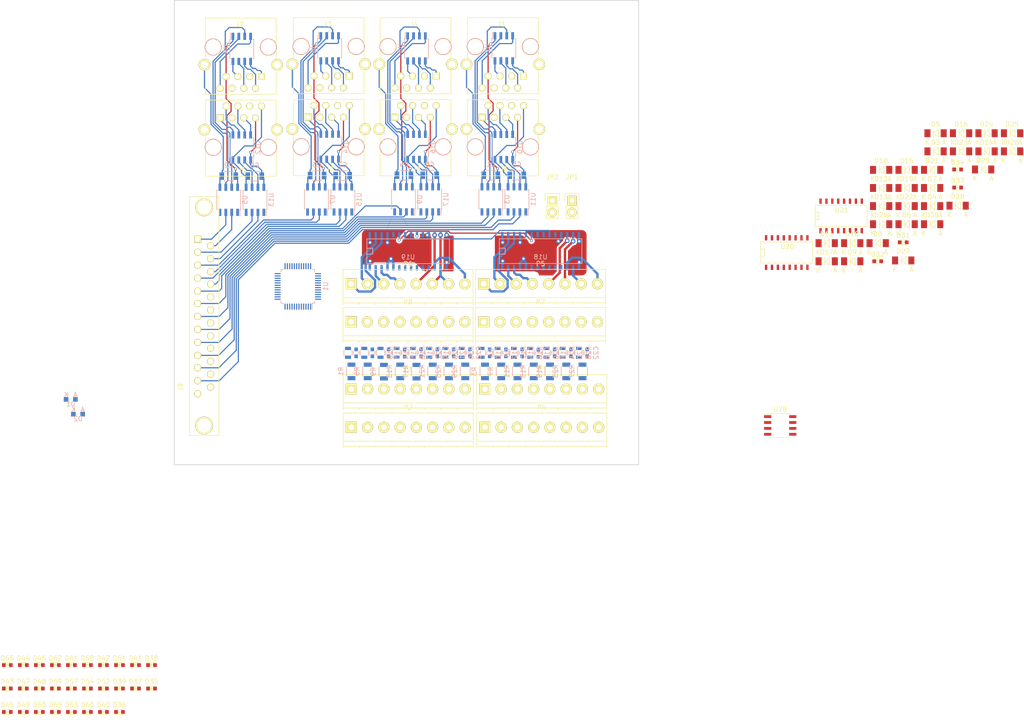
<source format=kicad_pcb>
(kicad_pcb (version 4) (host pcbnew "(2016-05-29 BZR 6851, Git 7872f1e)-product")
  (layers (0 F.Cu signal) (31 B.Cu signal) (34 B.Paste user) (35 F.Paste user) (36 B.SilkS user) (37 F.SilkS user) (38 B.Mask user) (39 F.Mask user) (44 Edge.Cuts user))
  (net 0 "")
  (net 1 5V7)
  (net 2 GND7)
  (net 3 5V1)
  (net 4 GND1)
  (net 5 5V8)
  (net 6 GND8)
  (net 7 5V2)
  (net 8 GND2)
  (net 9 5V3)
  (net 10 GND3)
  (net 11 5V4)
  (net 12 GND4)
  (net 13 5V5)
  (net 14 GND5)
  (net 15 5V6)
  (net 16 GND6)
  (net 17 "Net-(J1-Pad1)")
  (net 18 "Net-(J1-Pad2)")
  (net 19 "Net-(J1-Pad3)")
  (net 20 "Net-(J1-Pad4)")
  (net 21 "Net-(J1-Pad5)")
  (net 22 "Net-(J1-Pad6)")
  (net 23 "Net-(J2-Pad1)")
  (net 24 "Net-(J2-Pad2)")
  (net 25 "Net-(J2-Pad3)")
  (net 26 "Net-(J2-Pad4)")
  (net 27 "Net-(J2-Pad5)")
  (net 28 "Net-(J2-Pad6)")
  (net 29 "Net-(J3-Pad1)")
  (net 30 "Net-(J3-Pad2)")
  (net 31 "Net-(J3-Pad3)")
  (net 32 "Net-(J3-Pad4)")
  (net 33 "Net-(J3-Pad5)")
  (net 34 "Net-(J3-Pad6)")
  (net 35 "Net-(J4-Pad1)")
  (net 36 "Net-(J4-Pad2)")
  (net 37 "Net-(J4-Pad3)")
  (net 38 "Net-(J4-Pad4)")
  (net 39 "Net-(J4-Pad5)")
  (net 40 "Net-(J4-Pad6)")
  (net 41 "Net-(J5-Pad1)")
  (net 42 "Net-(J5-Pad2)")
  (net 43 "Net-(J5-Pad3)")
  (net 44 "Net-(J5-Pad4)")
  (net 45 "Net-(J5-Pad5)")
  (net 46 "Net-(J5-Pad6)")
  (net 47 "Net-(J6-Pad1)")
  (net 48 "Net-(J6-Pad2)")
  (net 49 "Net-(J6-Pad3)")
  (net 50 "Net-(J6-Pad4)")
  (net 51 "Net-(J6-Pad5)")
  (net 52 "Net-(J6-Pad6)")
  (net 53 "Net-(J7-Pad1)")
  (net 54 "Net-(J7-Pad2)")
  (net 55 "Net-(J7-Pad3)")
  (net 56 "Net-(J7-Pad4)")
  (net 57 "Net-(J7-Pad5)")
  (net 58 "Net-(J7-Pad6)")
  (net 59 "Net-(J8-Pad1)")
  (net 60 "Net-(J8-Pad2)")
  (net 61 "Net-(J8-Pad3)")
  (net 62 "Net-(J8-Pad4)")
  (net 63 "Net-(J8-Pad5)")
  (net 64 "Net-(J8-Pad6)")
  (net 65 "Net-(U1-Pad1)")
  (net 66 "Net-(U1-Pad2)")
  (net 67 "Net-(U1-Pad3)")
  (net 68 "Net-(U1-Pad4)")
  (net 69 "Net-(U1-Pad5)")
  (net 70 "Net-(U1-Pad6)")
  (net 71 "Net-(U1-Pad7)")
  (net 72 "Net-(U1-Pad8)")
  (net 73 "Net-(U1-Pad9)")
  (net 74 "Net-(U1-Pad10)")
  (net 75 "Net-(U1-Pad11)")
  (net 76 "Net-(U1-Pad12)")
  (net 77 "Net-(U1-Pad13)")
  (net 78 "Net-(U1-Pad14)")
  (net 79 "Net-(U1-Pad15)")
  (net 80 "Net-(U1-Pad16)")
  (net 81 "Net-(U1-Pad17)")
  (net 82 "Net-(U1-Pad18)")
  (net 83 "Net-(U1-Pad19)")
  (net 84 "Net-(U1-Pad20)")
  (net 85 "Net-(U1-Pad21)")
  (net 86 "Net-(U1-Pad22)")
  (net 87 "Net-(U1-Pad23)")
  (net 88 "Net-(U1-Pad24)")
  (net 89 "Net-(U1-Pad25)")
  (net 90 "Net-(U1-Pad26)")
  (net 91 "Net-(U1-Pad27)")
  (net 92 "Net-(U1-Pad28)")
  (net 93 "Net-(U1-Pad35)")
  (net 94 "Net-(U1-Pad36)")
  (net 95 "Net-(U1-Pad42)")
  (net 96 "Net-(U1-Pad43)")
  (net 97 "Net-(U1-Pad44)")
  (net 98 "Net-(U1-Pad45)")
  (net 99 "Net-(U1-Pad46)")
  (net 100 "Net-(U1-Pad47)")
  (net 101 "Net-(U1-Pad48)")
  (net 102 "Net-(U2-Pad2)")
  (net 103 "Net-(U2-Pad3)")
  (net 104 "Net-(U4-Pad2)")
  (net 105 "Net-(U4-Pad3)")
  (net 106 "Net-(U6-Pad2)")
  (net 107 "Net-(U6-Pad3)")
  (net 108 "Net-(U8-Pad2)")
  (net 109 "Net-(U8-Pad3)")
  (net 110 "Net-(U10-Pad2)")
  (net 111 "Net-(U10-Pad3)")
  (net 112 "Net-(U12-Pad2)")
  (net 113 "Net-(U12-Pad3)")
  (net 114 "Net-(U14-Pad2)")
  (net 115 "Net-(U14-Pad3)")
  (net 116 "Net-(U16-Pad2)")
  (net 117 "Net-(U16-Pad3)")
  (net 118 IN1_ADC)
  (net 119 GND)
  (net 120 +3V3)
  (net 121 IN6)
  (net 122 IN7)
  (net 123 IN5)
  (net 124 IN4)
  (net 125 IN3)
  (net 126 IN2)
  (net 127 IN1)
  (net 128 OUT3)
  (net 129 OUT2)
  (net 130 OUT4)
  (net 131 OUT5)
  (net 132 OUT6)
  (net 133 OUT7)
  (net 134 OUT1)
  (net 135 +24V)
  (net 136 CSB)
  (net 137 SO1)
  (net 138 EN)
  (net 139 PWM1)
  (net 140 PWM2)
  (net 141 PWM3)
  (net 142 PWM4)
  (net 143 PWM5)
  (net 144 PWM6)
  (net 145 PWM7)
  (net 146 PWM8)
  (net 147 "Net-(D31-Pad2)")
  (net 148 "Net-(D31-Pad1)")
  (net 149 "Net-(D32-Pad2)")
  (net 150 "Net-(D32-Pad1)")
  (net 151 "Net-(D33-Pad2)")
  (net 152 "Net-(D33-Pad1)")
  (net 153 "Net-(D34-Pad2)")
  (net 154 "Net-(D34-Pad1)")
  (net 155 "Net-(J1-Pad9)")
  (net 156 IN0)
  (net 157 OUT0)
  (net 158 GNDD)
  (net 159 +5VD)
  (net 160 "Net-(JP1-Pad2)")
  (net 161 "Net-(JP2-Pad2)")
  (net 162 VCC)
  (net 163 "Net-(U20-Pad14)")
  (net 164 "Net-(U20-Pad13)")
  (net 165 "Net-(U20-Pad12)")
  (net 166 "Net-(U20-Pad11)")
  (net 167 "Net-(U20-Pad10)")
  (net 168 "Net-(U20-Pad9)")
  (net 169 "Net-(U20-Pad7)")
  (net 170 "Net-(U20-Pad6)")
  (net 171 "Net-(U20-Pad5)")
  (net 172 "Net-(U20-Pad4)")
  (net 173 "Net-(U20-Pad3)")
  (net 174 "Net-(U20-Pad2)")
  (net 175 "Net-(U20-Pad1)")
  (net 176 "Net-(U20-Pad15)")
  (net 177 "Net-(U21-Pad14)")
  (net 178 "Net-(U21-Pad13)")
  (net 179 "Net-(U21-Pad12)")
  (net 180 "Net-(U21-Pad11)")
  (net 181 "Net-(U21-Pad10)")
  (net 182 "Net-(U21-Pad9)")
  (net 183 "Net-(U21-Pad7)")
  (net 184 "Net-(U21-Pad6)")
  (net 185 "Net-(U21-Pad5)")
  (net 186 "Net-(U21-Pad4)")
  (net 187 "Net-(U21-Pad3)")
  (net 188 "Net-(U21-Pad2)")
  (net 189 "Net-(U21-Pad1)")
  (net 190 "Net-(U21-Pad15)")
  (net 191 /sserial/GNDstm)
  (net 192 /sserial/SSerialOUTstm)
  (net 193 /sserial/SSerialINstm)
  (net 194 /sserial/VCCstm)
  (net 195 ESTOP)
  (net 196 "Net-(J5-Pad9)")
  (net 197 AIN6)
  (net 198 AIN7)
  (net 199 AIN5)
  (net 200 AIN4)
  (net 201 AIN3)
  (net 202 AIN2)
  (net 203 AIN8)
  (net 204 AIN1)
  (net 205 AIN14)
  (net 206 AIN15)
  (net 207 AIN13)
  (net 208 AIN12)
  (net 209 AIN11)
  (net 210 AIN10)
  (net 211 AESTOP)
  (net 212 AIN9)
  (net 213 SCK)
  (net 214 MOSI)
  (net 215 MISO)
  (net 216 "Net-(J2-Pad9)")
  (net 217 "Net-(J3-Pad9)")
  (net 218 "Net-(J6-Pad9)")
  (net 219 "Net-(J7-Pad9)")
  (net 220 "Net-(J8-Pad9)")
  (net 221 "Net-(J4-Pad9)")
  (net 222 IN9_ADC)
  (net 223 IN2_ADC)
  (net 224 IN10_ADC)
  (net 225 IN3_ADC)
  (net 226 IN11_ADC)
  (net 227 IN4_ADC)
  (net 228 IN12_ADC)
  (net 229 IN5_ADC)
  (net 230 IN13_ADC)
  (net 231 IN6_ADC)
  (net 232 IN14_ADC)
  (net 233 IN7_ADC)
  (net 234 IN15_ADC)
  (net 235 IN18ADC)
  (net 236 "Net-(D35-Pad2)")
  (net 237 "Net-(D35-Pad1)")
  (net 238 "Net-(D36-Pad2)")
  (net 239 "Net-(D36-Pad1)")
  (net 240 "Net-(D37-Pad2)")
  (net 241 "Net-(D37-Pad1)")
  (net 242 "Net-(D38-Pad2)")
  (net 243 "Net-(D38-Pad1)")
  (net 244 "Net-(D39-Pad2)")
  (net 245 "Net-(D39-Pad1)")
  (net 246 "Net-(D40-Pad2)")
  (net 247 "Net-(D40-Pad1)")
  (net 248 "Net-(D41-Pad2)")
  (net 249 "Net-(D41-Pad1)")
  (net 250 "Net-(D42-Pad2)")
  (net 251 "Net-(D42-Pad1)")
  (net 252 "Net-(D43-Pad2)")
  (net 253 "Net-(D43-Pad1)")
  (net 254 "Net-(D44-Pad2)")
  (net 255 "Net-(D44-Pad1)")
  (net 256 "Net-(D45-Pad2)")
  (net 257 "Net-(D45-Pad1)")
  (net 258 "Net-(D46-Pad2)")
  (net 259 "Net-(D46-Pad1)")
  (net 260 "Net-(D47-Pad2)")
  (net 261 "Net-(D47-Pad1)")
  (net 262 "Net-(D48-Pad2)")
  (net 263 "Net-(D48-Pad1)")
  (net 264 "Net-(D49-Pad2)")
  (net 265 "Net-(D49-Pad1)")
  (net 266 "Net-(D50-Pad2)")
  (net 267 "Net-(D50-Pad1)")
  (net 268 "Net-(D51-Pad2)")
  (net 269 "Net-(D51-Pad1)")
  (net 270 "Net-(D52-Pad2)")
  (net 271 "Net-(D52-Pad1)")
  (net 272 "Net-(D53-Pad2)")
  (net 273 "Net-(D53-Pad1)")
  (net 274 "Net-(D54-Pad2)")
  (net 275 "Net-(D54-Pad1)")
  (net 276 "Net-(D55-Pad2)")
  (net 277 "Net-(D55-Pad1)")
  (net 278 "Net-(D56-Pad2)")
  (net 279 "Net-(D56-Pad1)")
  (net 280 "Net-(D57-Pad2)")
  (net 281 "Net-(D57-Pad1)")
  (net 282 "Net-(D58-Pad2)")
  (net 283 "Net-(D58-Pad1)")
  (net 284 "Net-(D59-Pad2)")
  (net 285 "Net-(D59-Pad1)")
  (net 286 "Net-(D60-Pad2)")
  (net 287 "Net-(D60-Pad1)")
  (net 288 "Net-(D61-Pad2)")
  (net 289 "Net-(D61-Pad1)")
  (net 290 "Net-(D62-Pad2)")
  (net 291 "Net-(D62-Pad1)")
  (net 292 SSOUT3)
  (net 293 SSOUT2)
  (net 294 SSOUT4)
  (net 295 SSOUT5)
  (net 296 SSOUT6)
  (net 297 SSOUT7)
  (net 298 SSOUT1)
  (net 299 SSOUT8)
  (net 300 SSOUT11)
  (net 301 SSOUT10)
  (net 302 SSOUT12)
  (net 303 SSOUT13)
  (net 304 SSOUT14)
  (net 305 SSOUT15)
  (net 306 SSOUT9)
  (net 307 SSOUT16)
  (module Housings_SOIC:SOIC-8_3.9x4.9mm_Pitch1.27mm (layer B.Cu) (at 126.2 73.475 90)
    (fp_text reference U7 (at 0 3.5 90) (layer B.SilkS) (effects (justify mirror)))
    (fp_text value ADuM1201WT)
    (pad 1 smd rect (at -2.7 1.905 90) (size 1.55 0.6) (layers B.Cu B.Paste B.Mask) (net 159 +5VD))
    (pad 2 smd rect (at -2.7 0.635 90) (size 1.55 0.6) (layers B.Cu B.Paste B.Mask) (net 129 OUT2))
    (pad 3 smd rect (at -2.7 -0.635 90) (size 1.55 0.6) (layers B.Cu B.Paste B.Mask) (net 126 IN2))
    (pad 4 smd rect (at -2.7 -1.905 90) (size 1.55 0.6) (layers B.Cu B.Paste B.Mask) (net 158 GNDD))
    (pad 5 smd rect (at 2.7 -1.905 90) (size 1.55 0.6) (layers B.Cu B.Paste B.Mask) (net 10 GND3))
    (pad 6 smd rect (at 2.7 -0.635 90) (size 1.55 0.6) (layers B.Cu B.Paste B.Mask) (net 107 "Net-(U6-Pad3)"))
    (pad 7 smd rect (at 2.7 0.635 90) (size 1.55 0.6) (layers B.Cu B.Paste B.Mask) (net 106 "Net-(U6-Pad2)"))
    (pad 8 smd rect (at 2.7 1.905 90) (size 1.55 0.6) (layers B.Cu B.Paste B.Mask) (net 9 5V3))
  )
  (module rj45_MHRJJ88NFVS:MHRJJ88NFVS (layer F.Cu) (at 147.55 62.15)
    (fp_text reference J8 (at 0.254 4.826) (layer F.SilkS))
    (fp_text value RJ45)
    (pad Hole np_thru_hole circle (at 5.93852 0) (size 3.64998 3.64998) (drill 3.2512) (layers *.Cu *.SilkS *.Mask))
    (pad Hole np_thru_hole circle (at -5.9309 0) (size 3.64998 3.64998) (drill 3.2512) (layers *.Cu *.SilkS *.Mask))
    (pad 1 thru_hole rect (at -4.445 -6.35) (size 1.50114 1.50114) (drill 0.89916) (layers *.Cu *.Mask F.SilkS) (net 59 "Net-(J8-Pad1)"))
    (pad 2 thru_hole circle (at -3.175 -8.89) (size 1.50114 1.50114) (drill 0.89916) (layers *.Cu *.Mask F.SilkS) (net 60 "Net-(J8-Pad2)"))
    (pad 3 thru_hole circle (at -1.905 -6.35) (size 1.50114 1.50114) (drill 0.89916) (layers *.Cu *.Mask F.SilkS) (net 61 "Net-(J8-Pad3)"))
    (pad 4 thru_hole circle (at -0.635 -8.89) (size 1.50114 1.50114) (drill 0.89916) (layers *.Cu *.Mask F.SilkS) (net 62 "Net-(J8-Pad4)"))
    (pad 5 thru_hole circle (at 0.635 -6.35) (size 1.50114 1.50114) (drill 0.89916) (layers *.Cu *.Mask F.SilkS) (net 63 "Net-(J8-Pad5)"))
    (pad 6 thru_hole circle (at 1.905 -8.89) (size 1.50114 1.50114) (drill 0.89916) (layers *.Cu *.Mask F.SilkS) (net 64 "Net-(J8-Pad6)"))
    (pad 7 thru_hole circle (at 3.175 -6.35) (size 1.50114 1.50114) (drill 0.89916) (layers *.Cu *.Mask F.SilkS) (net 15 5V6))
    (pad 8 thru_hole circle (at 4.445 -8.89) (size 1.50114 1.50114) (drill 0.89916) (layers *.Cu *.Mask F.SilkS) (net 16 GND6))
    (pad 9 thru_hole circle (at -7.83 -3.81) (size 2.5 2.5) (drill 1.6) (layers *.Cu *.Mask F.SilkS) (net 220 "Net-(J8-Pad9)"))
    (pad 9 thru_hole circle (at 7.83 -3.81) (size 2.5 2.5) (drill 1.6) (layers *.Cu *.Mask F.SilkS) (net 220 "Net-(J8-Pad9)"))
  )
  (module Housings_SOIC:SOIC-8_3.9x4.9mm_Pitch1.27mm (layer B.Cu) (at 150.6 73.45 90)
    (fp_text reference U17 (at 0 3.5 90) (layer B.SilkS) (effects (justify mirror)))
    (fp_text value ADuM1201WT)
    (pad 1 smd rect (at -2.7 1.905 90) (size 1.55 0.6) (layers B.Cu B.Paste B.Mask) (net 159 +5VD))
    (pad 2 smd rect (at -2.7 0.635 90) (size 1.55 0.6) (layers B.Cu B.Paste B.Mask) (net 131 OUT5))
    (pad 3 smd rect (at -2.7 -0.635 90) (size 1.55 0.6) (layers B.Cu B.Paste B.Mask) (net 123 IN5))
    (pad 4 smd rect (at -2.7 -1.905 90) (size 1.55 0.6) (layers B.Cu B.Paste B.Mask) (net 158 GNDD))
    (pad 5 smd rect (at 2.7 -1.905 90) (size 1.55 0.6) (layers B.Cu B.Paste B.Mask) (net 16 GND6))
    (pad 6 smd rect (at 2.7 -0.635 90) (size 1.55 0.6) (layers B.Cu B.Paste B.Mask) (net 117 "Net-(U16-Pad3)"))
    (pad 7 smd rect (at 2.7 0.635 90) (size 1.55 0.6) (layers B.Cu B.Paste B.Mask) (net 116 "Net-(U16-Pad2)"))
    (pad 8 smd rect (at 2.7 1.905 90) (size 1.55 0.6) (layers B.Cu B.Paste B.Mask) (net 15 5V6))
  )
  (module Housings_SOIC:SOIC-8_3.9x4.9mm_Pitch1.27mm (layer B.Cu) (at 147.75 62.15 90)
    (fp_text reference U16 (at 0 3.5 90) (layer B.SilkS) (effects (justify mirror)))
    (fp_text value ADM4857)
    (pad 1 smd rect (at -2.7 1.905 90) (size 1.55 0.6) (layers B.Cu B.Paste B.Mask) (net 15 5V6))
    (pad 2 smd rect (at -2.7 0.635 90) (size 1.55 0.6) (layers B.Cu B.Paste B.Mask) (net 116 "Net-(U16-Pad2)"))
    (pad 3 smd rect (at -2.7 -0.635 90) (size 1.55 0.6) (layers B.Cu B.Paste B.Mask) (net 117 "Net-(U16-Pad3)"))
    (pad 4 smd rect (at -2.7 -1.905 90) (size 1.55 0.6) (layers B.Cu B.Paste B.Mask) (net 16 GND6))
    (pad 5 smd rect (at 2.7 -1.905 90) (size 1.55 0.6) (layers B.Cu B.Paste B.Mask) (net 59 "Net-(J8-Pad1)"))
    (pad 6 smd rect (at 2.7 -0.635 90) (size 1.55 0.6) (layers B.Cu B.Paste B.Mask) (net 60 "Net-(J8-Pad2)"))
    (pad 7 smd rect (at 2.7 0.635 90) (size 1.55 0.6) (layers B.Cu B.Paste B.Mask) (net 62 "Net-(J8-Pad4)"))
    (pad 8 smd rect (at 2.7 1.905 90) (size 1.55 0.6) (layers B.Cu B.Paste B.Mask) (net 63 "Net-(J8-Pad5)"))
  )
  (module Capacitors_SMD:C_1206 (layer B.Cu) (at 150.6 68.25 180)
    (fp_text reference C8 (at 0 2.3 180) (layer B.SilkS) (effects (justify mirror)))
    (fp_text value C)
    (pad 1 smd rect (at -1.5 0 180) (size 1 1.6) (layers B.Cu B.Paste B.Mask) (net 15 5V6))
    (pad 2 smd rect (at 1.5 0 180) (size 1 1.6) (layers B.Cu B.Paste B.Mask) (net 16 GND6))
  )
  (module Capacitors_SMD:C_1206 (layer B.Cu) (at 107.325 68.45 180)
    (fp_text reference C2 (at 0 2.3 180) (layer B.SilkS) (effects (justify mirror)))
    (fp_text value C)
    (pad 1 smd rect (at -1.5 0 180) (size 1 1.6) (layers B.Cu B.Paste B.Mask) (net 3 5V1))
    (pad 2 smd rect (at 1.5 0 180) (size 1 1.6) (layers B.Cu B.Paste B.Mask) (net 4 GND1))
  )
  (module Capacitors_SMD:C_1206 (layer B.Cu) (at 126.35 68.325 180)
    (fp_text reference C3 (at 0 2.3 180) (layer B.SilkS) (effects (justify mirror)))
    (fp_text value C)
    (pad 1 smd rect (at -1.5 0 180) (size 1 1.6) (layers B.Cu B.Paste B.Mask) (net 9 5V3))
    (pad 2 smd rect (at 1.5 0 180) (size 1 1.6) (layers B.Cu B.Paste B.Mask) (net 10 GND3))
  )
  (module Capacitors_SMD:C_1206 (layer B.Cu) (at 145.05 68.25 180)
    (fp_text reference C4 (at 0 2.3 180) (layer B.SilkS) (effects (justify mirror)))
    (fp_text value C)
    (pad 1 smd rect (at -1.5 0 180) (size 1 1.6) (layers B.Cu B.Paste B.Mask) (net 13 5V5))
    (pad 2 smd rect (at 1.5 0 180) (size 1 1.6) (layers B.Cu B.Paste B.Mask) (net 14 GND5))
  )
  (module Capacitors_SMD:C_1206 (layer B.Cu) (at 169.35 68.25 180)
    (fp_text reference C5 (at 0 2.3 180) (layer B.SilkS) (effects (justify mirror)))
    (fp_text value C)
    (pad 1 smd rect (at -1.5 0 180) (size 1 1.6) (layers B.Cu B.Paste B.Mask) (net 5 5V8))
    (pad 2 smd rect (at 1.5 0 180) (size 1 1.6) (layers B.Cu B.Paste B.Mask) (net 6 GND8))
  )
  (module Capacitors_SMD:C_1206 (layer B.Cu) (at 112.925 68.45 180)
    (fp_text reference C6 (at 0 2.3 180) (layer B.SilkS) (effects (justify mirror)))
    (fp_text value C)
    (pad 1 smd rect (at -1.5 0 180) (size 1 1.6) (layers B.Cu B.Paste B.Mask) (net 7 5V2))
    (pad 2 smd rect (at 1.5 0 180) (size 1 1.6) (layers B.Cu B.Paste B.Mask) (net 8 GND2))
  )
  (module Capacitors_SMD:C_1206 (layer B.Cu) (at 131.85 68.325 180)
    (fp_text reference C7 (at 0 2.3 180) (layer B.SilkS) (effects (justify mirror)))
    (fp_text value C)
    (pad 1 smd rect (at -1.5 0 180) (size 1 1.6) (layers B.Cu B.Paste B.Mask) (net 11 5V4))
    (pad 2 smd rect (at 1.5 0 180) (size 1 1.6) (layers B.Cu B.Paste B.Mask) (net 12 GND4))
  )
  (module Housings_QFP:LQFP-48_7x7mm_Pitch0.5mm (layer B.Cu) (at 122.2 92.2 90)
    (fp_text reference U1 (at 0 6 90) (layer B.SilkS) (effects (justify mirror)))
    (fp_text value STM32F303CBTx)
    (pad 1 smd rect (at -4.35 2.75 90) (size 1.3 0.25) (layers B.Cu B.Paste B.Mask) (net 65 "Net-(U1-Pad1)"))
    (pad 2 smd rect (at -4.35 2.25 90) (size 1.3 0.25) (layers B.Cu B.Paste B.Mask) (net 66 "Net-(U1-Pad2)"))
    (pad 3 smd rect (at -4.35 1.75 90) (size 1.3 0.25) (layers B.Cu B.Paste B.Mask) (net 67 "Net-(U1-Pad3)"))
    (pad 4 smd rect (at -4.35 1.25 90) (size 1.3 0.25) (layers B.Cu B.Paste B.Mask) (net 68 "Net-(U1-Pad4)"))
    (pad 5 smd rect (at -4.35 0.75 90) (size 1.3 0.25) (layers B.Cu B.Paste B.Mask) (net 69 "Net-(U1-Pad5)"))
    (pad 6 smd rect (at -4.35 0.25 90) (size 1.3 0.25) (layers B.Cu B.Paste B.Mask) (net 70 "Net-(U1-Pad6)"))
    (pad 7 smd rect (at -4.35 -0.25 90) (size 1.3 0.25) (layers B.Cu B.Paste B.Mask) (net 71 "Net-(U1-Pad7)"))
    (pad 8 smd rect (at -4.35 -0.75 90) (size 1.3 0.25) (layers B.Cu B.Paste B.Mask) (net 72 "Net-(U1-Pad8)"))
    (pad 9 smd rect (at -4.35 -1.25 90) (size 1.3 0.25) (layers B.Cu B.Paste B.Mask) (net 73 "Net-(U1-Pad9)"))
    (pad 10 smd rect (at -4.35 -1.75 90) (size 1.3 0.25) (layers B.Cu B.Paste B.Mask) (net 74 "Net-(U1-Pad10)"))
    (pad 11 smd rect (at -4.35 -2.25 90) (size 1.3 0.25) (layers B.Cu B.Paste B.Mask) (net 75 "Net-(U1-Pad11)"))
    (pad 12 smd rect (at -4.35 -2.75 90) (size 1.3 0.25) (layers B.Cu B.Paste B.Mask) (net 76 "Net-(U1-Pad12)"))
    (pad 13 smd rect (at -2.75 -4.35) (size 1.3 0.25) (layers B.Cu B.Paste B.Mask) (net 77 "Net-(U1-Pad13)"))
    (pad 14 smd rect (at -2.25 -4.35) (size 1.3 0.25) (layers B.Cu B.Paste B.Mask) (net 78 "Net-(U1-Pad14)"))
    (pad 15 smd rect (at -1.75 -4.35) (size 1.3 0.25) (layers B.Cu B.Paste B.Mask) (net 79 "Net-(U1-Pad15)"))
    (pad 16 smd rect (at -1.25 -4.35) (size 1.3 0.25) (layers B.Cu B.Paste B.Mask) (net 80 "Net-(U1-Pad16)"))
    (pad 17 smd rect (at -0.75 -4.35) (size 1.3 0.25) (layers B.Cu B.Paste B.Mask) (net 81 "Net-(U1-Pad17)"))
    (pad 18 smd rect (at -0.25 -4.35) (size 1.3 0.25) (layers B.Cu B.Paste B.Mask) (net 82 "Net-(U1-Pad18)"))
    (pad 19 smd rect (at 0.25 -4.35) (size 1.3 0.25) (layers B.Cu B.Paste B.Mask) (net 83 "Net-(U1-Pad19)"))
    (pad 20 smd rect (at 0.75 -4.35) (size 1.3 0.25) (layers B.Cu B.Paste B.Mask) (net 84 "Net-(U1-Pad20)"))
    (pad 21 smd rect (at 1.25 -4.35) (size 1.3 0.25) (layers B.Cu B.Paste B.Mask) (net 85 "Net-(U1-Pad21)"))
    (pad 22 smd rect (at 1.75 -4.35) (size 1.3 0.25) (layers B.Cu B.Paste B.Mask) (net 86 "Net-(U1-Pad22)"))
    (pad 23 smd rect (at 2.25 -4.35) (size 1.3 0.25) (layers B.Cu B.Paste B.Mask) (net 87 "Net-(U1-Pad23)"))
    (pad 24 smd rect (at 2.75 -4.35) (size 1.3 0.25) (layers B.Cu B.Paste B.Mask) (net 88 "Net-(U1-Pad24)"))
    (pad 25 smd rect (at 4.35 -2.75 90) (size 1.3 0.25) (layers B.Cu B.Paste B.Mask) (net 89 "Net-(U1-Pad25)"))
    (pad 26 smd rect (at 4.35 -2.25 90) (size 1.3 0.25) (layers B.Cu B.Paste B.Mask) (net 90 "Net-(U1-Pad26)"))
    (pad 27 smd rect (at 4.35 -1.75 90) (size 1.3 0.25) (layers B.Cu B.Paste B.Mask) (net 91 "Net-(U1-Pad27)"))
    (pad 28 smd rect (at 4.35 -1.25 90) (size 1.3 0.25) (layers B.Cu B.Paste B.Mask) (net 92 "Net-(U1-Pad28)"))
    (pad 29 smd rect (at 4.35 -0.75 90) (size 1.3 0.25) (layers B.Cu B.Paste B.Mask) (net 139 PWM1))
    (pad 30 smd rect (at 4.35 -0.25 90) (size 1.3 0.25) (layers B.Cu B.Paste B.Mask) (net 140 PWM2))
    (pad 31 smd rect (at 4.35 0.25 90) (size 1.3 0.25) (layers B.Cu B.Paste B.Mask) (net 141 PWM3))
    (pad 32 smd rect (at 4.35 0.75 90) (size 1.3 0.25) (layers B.Cu B.Paste B.Mask) (net 142 PWM4))
    (pad 33 smd rect (at 4.35 1.25 90) (size 1.3 0.25) (layers B.Cu B.Paste B.Mask) (net 143 PWM5))
    (pad 34 smd rect (at 4.35 1.75 90) (size 1.3 0.25) (layers B.Cu B.Paste B.Mask) (net 144 PWM6))
    (pad 35 smd rect (at 4.35 2.25 90) (size 1.3 0.25) (layers B.Cu B.Paste B.Mask) (net 93 "Net-(U1-Pad35)"))
    (pad 36 smd rect (at 4.35 2.75 90) (size 1.3 0.25) (layers B.Cu B.Paste B.Mask) (net 94 "Net-(U1-Pad36)"))
    (pad 37 smd rect (at 2.75 4.35) (size 1.3 0.25) (layers B.Cu B.Paste B.Mask) (net 145 PWM7))
    (pad 38 smd rect (at 2.25 4.35) (size 1.3 0.25) (layers B.Cu B.Paste B.Mask) (net 146 PWM8))
    (pad 39 smd rect (at 1.75 4.35) (size 1.3 0.25) (layers B.Cu B.Paste B.Mask) (net 213 SCK))
    (pad 40 smd rect (at 1.25 4.35) (size 1.3 0.25) (layers B.Cu B.Paste B.Mask) (net 214 MOSI))
    (pad 41 smd rect (at 0.75 4.35) (size 1.3 0.25) (layers B.Cu B.Paste B.Mask) (net 215 MISO))
    (pad 42 smd rect (at 0.25 4.35) (size 1.3 0.25) (layers B.Cu B.Paste B.Mask) (net 95 "Net-(U1-Pad42)"))
    (pad 43 smd rect (at -0.25 4.35) (size 1.3 0.25) (layers B.Cu B.Paste B.Mask) (net 96 "Net-(U1-Pad43)"))
    (pad 44 smd rect (at -0.75 4.35) (size 1.3 0.25) (layers B.Cu B.Paste B.Mask) (net 97 "Net-(U1-Pad44)"))
    (pad 45 smd rect (at -1.25 4.35) (size 1.3 0.25) (layers B.Cu B.Paste B.Mask) (net 98 "Net-(U1-Pad45)"))
    (pad 46 smd rect (at -1.75 4.35) (size 1.3 0.25) (layers B.Cu B.Paste B.Mask) (net 99 "Net-(U1-Pad46)"))
    (pad 47 smd rect (at -2.25 4.35) (size 1.3 0.25) (layers B.Cu B.Paste B.Mask) (net 100 "Net-(U1-Pad47)"))
    (pad 48 smd rect (at -2.75 4.35) (size 1.3 0.25) (layers B.Cu B.Paste B.Mask) (net 101 "Net-(U1-Pad48)"))
  )
  (module Housings_SOIC:SOIC-8_3.9x4.9mm_Pitch1.27mm (layer B.Cu) (at 166.55 40.925 270)
    (fp_text reference U2 (at 0 3.5 270) (layer B.SilkS) (effects (justify mirror)))
    (fp_text value ADM4857)
    (pad 1 smd rect (at -2.7 1.905 270) (size 1.55 0.6) (layers B.Cu B.Paste B.Mask) (net 1 5V7))
    (pad 2 smd rect (at -2.7 0.635 270) (size 1.55 0.6) (layers B.Cu B.Paste B.Mask) (net 102 "Net-(U2-Pad2)"))
    (pad 3 smd rect (at -2.7 -0.635 270) (size 1.55 0.6) (layers B.Cu B.Paste B.Mask) (net 103 "Net-(U2-Pad3)"))
    (pad 4 smd rect (at -2.7 -1.905 270) (size 1.55 0.6) (layers B.Cu B.Paste B.Mask) (net 2 GND7))
    (pad 5 smd rect (at 2.7 -1.905 270) (size 1.55 0.6) (layers B.Cu B.Paste B.Mask) (net 17 "Net-(J1-Pad1)"))
    (pad 6 smd rect (at 2.7 -0.635 270) (size 1.55 0.6) (layers B.Cu B.Paste B.Mask) (net 18 "Net-(J1-Pad2)"))
    (pad 7 smd rect (at 2.7 0.635 270) (size 1.55 0.6) (layers B.Cu B.Paste B.Mask) (net 20 "Net-(J1-Pad4)"))
    (pad 8 smd rect (at 2.7 1.905 270) (size 1.55 0.6) (layers B.Cu B.Paste B.Mask) (net 21 "Net-(J1-Pad5)"))
  )
  (module Housings_SOIC:SOIC-8_3.9x4.9mm_Pitch1.27mm (layer B.Cu) (at 163.75 73.45 90)
    (fp_text reference U3 (at 0 3.5 90) (layer B.SilkS) (effects (justify mirror)))
    (fp_text value ADuM1201WT)
    (pad 1 smd rect (at -2.7 1.905 90) (size 1.55 0.6) (layers B.Cu B.Paste B.Mask) (net 159 +5VD))
    (pad 2 smd rect (at -2.7 0.635 90) (size 1.55 0.6) (layers B.Cu B.Paste B.Mask) (net 132 OUT6))
    (pad 3 smd rect (at -2.7 -0.635 90) (size 1.55 0.6) (layers B.Cu B.Paste B.Mask) (net 121 IN6))
    (pad 4 smd rect (at -2.7 -1.905 90) (size 1.55 0.6) (layers B.Cu B.Paste B.Mask) (net 158 GNDD))
    (pad 5 smd rect (at 2.7 -1.905 90) (size 1.55 0.6) (layers B.Cu B.Paste B.Mask) (net 2 GND7))
    (pad 6 smd rect (at 2.7 -0.635 90) (size 1.55 0.6) (layers B.Cu B.Paste B.Mask) (net 103 "Net-(U2-Pad3)"))
    (pad 7 smd rect (at 2.7 0.635 90) (size 1.55 0.6) (layers B.Cu B.Paste B.Mask) (net 102 "Net-(U2-Pad2)"))
    (pad 8 smd rect (at 2.7 1.905 90) (size 1.55 0.6) (layers B.Cu B.Paste B.Mask) (net 1 5V7))
  )
  (module Housings_SOIC:SOIC-8_3.9x4.9mm_Pitch1.27mm (layer B.Cu) (at 110.125 41.05 270)
    (fp_text reference U4 (at 0 3.5 270) (layer B.SilkS) (effects (justify mirror)))
    (fp_text value ADM4857)
    (pad 1 smd rect (at -2.7 1.905 270) (size 1.55 0.6) (layers B.Cu B.Paste B.Mask) (net 3 5V1))
    (pad 2 smd rect (at -2.7 0.635 270) (size 1.55 0.6) (layers B.Cu B.Paste B.Mask) (net 104 "Net-(U4-Pad2)"))
    (pad 3 smd rect (at -2.7 -0.635 270) (size 1.55 0.6) (layers B.Cu B.Paste B.Mask) (net 105 "Net-(U4-Pad3)"))
    (pad 4 smd rect (at -2.7 -1.905 270) (size 1.55 0.6) (layers B.Cu B.Paste B.Mask) (net 4 GND1))
    (pad 5 smd rect (at 2.7 -1.905 270) (size 1.55 0.6) (layers B.Cu B.Paste B.Mask) (net 23 "Net-(J2-Pad1)"))
    (pad 6 smd rect (at 2.7 -0.635 270) (size 1.55 0.6) (layers B.Cu B.Paste B.Mask) (net 24 "Net-(J2-Pad2)"))
    (pad 7 smd rect (at 2.7 0.635 270) (size 1.55 0.6) (layers B.Cu B.Paste B.Mask) (net 26 "Net-(J2-Pad4)"))
    (pad 8 smd rect (at 2.7 1.905 270) (size 1.55 0.6) (layers B.Cu B.Paste B.Mask) (net 27 "Net-(J2-Pad5)"))
  )
  (module Housings_SOIC:SOIC-8_3.9x4.9mm_Pitch1.27mm (layer B.Cu) (at 107.325 73.55 90)
    (fp_text reference U5 (at 0 3.5 90) (layer B.SilkS) (effects (justify mirror)))
    (fp_text value ADuM1201WT)
    (pad 1 smd rect (at -2.7 1.905 90) (size 1.55 0.6) (layers B.Cu B.Paste B.Mask) (net 159 +5VD))
    (pad 2 smd rect (at -2.7 0.635 90) (size 1.55 0.6) (layers B.Cu B.Paste B.Mask) (net 157 OUT0))
    (pad 3 smd rect (at -2.7 -0.635 90) (size 1.55 0.6) (layers B.Cu B.Paste B.Mask) (net 156 IN0))
    (pad 4 smd rect (at -2.7 -1.905 90) (size 1.55 0.6) (layers B.Cu B.Paste B.Mask) (net 158 GNDD))
    (pad 5 smd rect (at 2.7 -1.905 90) (size 1.55 0.6) (layers B.Cu B.Paste B.Mask) (net 4 GND1))
    (pad 6 smd rect (at 2.7 -0.635 90) (size 1.55 0.6) (layers B.Cu B.Paste B.Mask) (net 105 "Net-(U4-Pad3)"))
    (pad 7 smd rect (at 2.7 0.635 90) (size 1.55 0.6) (layers B.Cu B.Paste B.Mask) (net 104 "Net-(U4-Pad2)"))
    (pad 8 smd rect (at 2.7 1.905 90) (size 1.55 0.6) (layers B.Cu B.Paste B.Mask) (net 3 5V1))
  )
  (module Housings_SOIC:SOIC-8_3.9x4.9mm_Pitch1.27mm (layer B.Cu) (at 129.05 40.925 270)
    (fp_text reference U6 (at 0 3.5 270) (layer B.SilkS) (effects (justify mirror)))
    (fp_text value ADM4857)
    (pad 1 smd rect (at -2.7 1.905 270) (size 1.55 0.6) (layers B.Cu B.Paste B.Mask) (net 9 5V3))
    (pad 2 smd rect (at -2.7 0.635 270) (size 1.55 0.6) (layers B.Cu B.Paste B.Mask) (net 106 "Net-(U6-Pad2)"))
    (pad 3 smd rect (at -2.7 -0.635 270) (size 1.55 0.6) (layers B.Cu B.Paste B.Mask) (net 107 "Net-(U6-Pad3)"))
    (pad 4 smd rect (at -2.7 -1.905 270) (size 1.55 0.6) (layers B.Cu B.Paste B.Mask) (net 10 GND3))
    (pad 5 smd rect (at 2.7 -1.905 270) (size 1.55 0.6) (layers B.Cu B.Paste B.Mask) (net 29 "Net-(J3-Pad1)"))
    (pad 6 smd rect (at 2.7 -0.635 270) (size 1.55 0.6) (layers B.Cu B.Paste B.Mask) (net 30 "Net-(J3-Pad2)"))
    (pad 7 smd rect (at 2.7 0.635 270) (size 1.55 0.6) (layers B.Cu B.Paste B.Mask) (net 32 "Net-(J3-Pad4)"))
    (pad 8 smd rect (at 2.7 1.905 270) (size 1.55 0.6) (layers B.Cu B.Paste B.Mask) (net 33 "Net-(J3-Pad5)"))
  )
  (module Housings_SOIC:SOIC-8_3.9x4.9mm_Pitch1.27mm (layer B.Cu) (at 147.75 40.95 270)
    (fp_text reference U8 (at 0 3.5 270) (layer B.SilkS) (effects (justify mirror)))
    (fp_text value ADM4857)
    (pad 1 smd rect (at -2.7 1.905 270) (size 1.55 0.6) (layers B.Cu B.Paste B.Mask) (net 13 5V5))
    (pad 2 smd rect (at -2.7 0.635 270) (size 1.55 0.6) (layers B.Cu B.Paste B.Mask) (net 108 "Net-(U8-Pad2)"))
    (pad 3 smd rect (at -2.7 -0.635 270) (size 1.55 0.6) (layers B.Cu B.Paste B.Mask) (net 109 "Net-(U8-Pad3)"))
    (pad 4 smd rect (at -2.7 -1.905 270) (size 1.55 0.6) (layers B.Cu B.Paste B.Mask) (net 14 GND5))
    (pad 5 smd rect (at 2.7 -1.905 270) (size 1.55 0.6) (layers B.Cu B.Paste B.Mask) (net 35 "Net-(J4-Pad1)"))
    (pad 6 smd rect (at 2.7 -0.635 270) (size 1.55 0.6) (layers B.Cu B.Paste B.Mask) (net 36 "Net-(J4-Pad2)"))
    (pad 7 smd rect (at 2.7 0.635 270) (size 1.55 0.6) (layers B.Cu B.Paste B.Mask) (net 38 "Net-(J4-Pad4)"))
    (pad 8 smd rect (at 2.7 1.905 270) (size 1.55 0.6) (layers B.Cu B.Paste B.Mask) (net 39 "Net-(J4-Pad5)"))
  )
  (module Housings_SOIC:SOIC-8_3.9x4.9mm_Pitch1.27mm (layer B.Cu) (at 144.95 73.45 90)
    (fp_text reference U9 (at 0 3.5 90) (layer B.SilkS) (effects (justify mirror)))
    (fp_text value ADuM1201WT)
    (pad 1 smd rect (at -2.7 1.905 90) (size 1.55 0.6) (layers B.Cu B.Paste B.Mask) (net 159 +5VD))
    (pad 2 smd rect (at -2.7 0.635 90) (size 1.55 0.6) (layers B.Cu B.Paste B.Mask) (net 130 OUT4))
    (pad 3 smd rect (at -2.7 -0.635 90) (size 1.55 0.6) (layers B.Cu B.Paste B.Mask) (net 124 IN4))
    (pad 4 smd rect (at -2.7 -1.905 90) (size 1.55 0.6) (layers B.Cu B.Paste B.Mask) (net 158 GNDD))
    (pad 5 smd rect (at 2.7 -1.905 90) (size 1.55 0.6) (layers B.Cu B.Paste B.Mask) (net 14 GND5))
    (pad 6 smd rect (at 2.7 -0.635 90) (size 1.55 0.6) (layers B.Cu B.Paste B.Mask) (net 109 "Net-(U8-Pad3)"))
    (pad 7 smd rect (at 2.7 0.635 90) (size 1.55 0.6) (layers B.Cu B.Paste B.Mask) (net 108 "Net-(U8-Pad2)"))
    (pad 8 smd rect (at 2.7 1.905 90) (size 1.55 0.6) (layers B.Cu B.Paste B.Mask) (net 13 5V5))
  )
  (module Housings_SOIC:SOIC-8_3.9x4.9mm_Pitch1.27mm (layer B.Cu) (at 166.55 62.175 90)
    (fp_text reference U10 (at 0 3.5 90) (layer B.SilkS) (effects (justify mirror)))
    (fp_text value ADM4857)
    (pad 1 smd rect (at -2.7 1.905 90) (size 1.55 0.6) (layers B.Cu B.Paste B.Mask) (net 5 5V8))
    (pad 2 smd rect (at -2.7 0.635 90) (size 1.55 0.6) (layers B.Cu B.Paste B.Mask) (net 110 "Net-(U10-Pad2)"))
    (pad 3 smd rect (at -2.7 -0.635 90) (size 1.55 0.6) (layers B.Cu B.Paste B.Mask) (net 111 "Net-(U10-Pad3)"))
    (pad 4 smd rect (at -2.7 -1.905 90) (size 1.55 0.6) (layers B.Cu B.Paste B.Mask) (net 6 GND8))
    (pad 5 smd rect (at 2.7 -1.905 90) (size 1.55 0.6) (layers B.Cu B.Paste B.Mask) (net 41 "Net-(J5-Pad1)"))
    (pad 6 smd rect (at 2.7 -0.635 90) (size 1.55 0.6) (layers B.Cu B.Paste B.Mask) (net 42 "Net-(J5-Pad2)"))
    (pad 7 smd rect (at 2.7 0.635 90) (size 1.55 0.6) (layers B.Cu B.Paste B.Mask) (net 44 "Net-(J5-Pad4)"))
    (pad 8 smd rect (at 2.7 1.905 90) (size 1.55 0.6) (layers B.Cu B.Paste B.Mask) (net 45 "Net-(J5-Pad5)"))
  )
  (module Housings_SOIC:SOIC-8_3.9x4.9mm_Pitch1.27mm (layer B.Cu) (at 169.375 73.45 90)
    (fp_text reference U11 (at 0 3.5 90) (layer B.SilkS) (effects (justify mirror)))
    (fp_text value ADuM1201WT)
    (pad 1 smd rect (at -2.7 1.905 90) (size 1.55 0.6) (layers B.Cu B.Paste B.Mask) (net 159 +5VD))
    (pad 2 smd rect (at -2.7 0.635 90) (size 1.55 0.6) (layers B.Cu B.Paste B.Mask) (net 133 OUT7))
    (pad 3 smd rect (at -2.7 -0.635 90) (size 1.55 0.6) (layers B.Cu B.Paste B.Mask) (net 122 IN7))
    (pad 4 smd rect (at -2.7 -1.905 90) (size 1.55 0.6) (layers B.Cu B.Paste B.Mask) (net 158 GNDD))
    (pad 5 smd rect (at 2.7 -1.905 90) (size 1.55 0.6) (layers B.Cu B.Paste B.Mask) (net 6 GND8))
    (pad 6 smd rect (at 2.7 -0.635 90) (size 1.55 0.6) (layers B.Cu B.Paste B.Mask) (net 111 "Net-(U10-Pad3)"))
    (pad 7 smd rect (at 2.7 0.635 90) (size 1.55 0.6) (layers B.Cu B.Paste B.Mask) (net 110 "Net-(U10-Pad2)"))
    (pad 8 smd rect (at 2.7 1.905 90) (size 1.55 0.6) (layers B.Cu B.Paste B.Mask) (net 5 5V8))
  )
  (module Housings_SOIC:SOIC-8_3.9x4.9mm_Pitch1.27mm (layer B.Cu) (at 110.125 62.275 90)
    (fp_text reference U12 (at 0 3.5 90) (layer B.SilkS) (effects (justify mirror)))
    (fp_text value ADM4857)
    (pad 1 smd rect (at -2.7 1.905 90) (size 1.55 0.6) (layers B.Cu B.Paste B.Mask) (net 7 5V2))
    (pad 2 smd rect (at -2.7 0.635 90) (size 1.55 0.6) (layers B.Cu B.Paste B.Mask) (net 112 "Net-(U12-Pad2)"))
    (pad 3 smd rect (at -2.7 -0.635 90) (size 1.55 0.6) (layers B.Cu B.Paste B.Mask) (net 113 "Net-(U12-Pad3)"))
    (pad 4 smd rect (at -2.7 -1.905 90) (size 1.55 0.6) (layers B.Cu B.Paste B.Mask) (net 8 GND2))
    (pad 5 smd rect (at 2.7 -1.905 90) (size 1.55 0.6) (layers B.Cu B.Paste B.Mask) (net 47 "Net-(J6-Pad1)"))
    (pad 6 smd rect (at 2.7 -0.635 90) (size 1.55 0.6) (layers B.Cu B.Paste B.Mask) (net 48 "Net-(J6-Pad2)"))
    (pad 7 smd rect (at 2.7 0.635 90) (size 1.55 0.6) (layers B.Cu B.Paste B.Mask) (net 50 "Net-(J6-Pad4)"))
    (pad 8 smd rect (at 2.7 1.905 90) (size 1.55 0.6) (layers B.Cu B.Paste B.Mask) (net 51 "Net-(J6-Pad5)"))
  )
  (module Housings_SOIC:SOIC-8_3.9x4.9mm_Pitch1.27mm (layer B.Cu) (at 112.975 73.55 90)
    (fp_text reference U13 (at 0 3.5 90) (layer B.SilkS) (effects (justify mirror)))
    (fp_text value ADuM1201WT)
    (pad 1 smd rect (at -2.7 1.905 90) (size 1.55 0.6) (layers B.Cu B.Paste B.Mask) (net 159 +5VD))
    (pad 2 smd rect (at -2.7 0.635 90) (size 1.55 0.6) (layers B.Cu B.Paste B.Mask) (net 134 OUT1))
    (pad 3 smd rect (at -2.7 -0.635 90) (size 1.55 0.6) (layers B.Cu B.Paste B.Mask) (net 127 IN1))
    (pad 4 smd rect (at -2.7 -1.905 90) (size 1.55 0.6) (layers B.Cu B.Paste B.Mask) (net 158 GNDD))
    (pad 5 smd rect (at 2.7 -1.905 90) (size 1.55 0.6) (layers B.Cu B.Paste B.Mask) (net 8 GND2))
    (pad 6 smd rect (at 2.7 -0.635 90) (size 1.55 0.6) (layers B.Cu B.Paste B.Mask) (net 113 "Net-(U12-Pad3)"))
    (pad 7 smd rect (at 2.7 0.635 90) (size 1.55 0.6) (layers B.Cu B.Paste B.Mask) (net 112 "Net-(U12-Pad2)"))
    (pad 8 smd rect (at 2.7 1.905 90) (size 1.55 0.6) (layers B.Cu B.Paste B.Mask) (net 7 5V2))
  )
  (module Housings_SOIC:SOIC-8_3.9x4.9mm_Pitch1.27mm (layer B.Cu) (at 129.05 62.125 90)
    (fp_text reference U14 (at 0 3.5 90) (layer B.SilkS) (effects (justify mirror)))
    (fp_text value ADM4857)
    (pad 1 smd rect (at -2.7 1.905 90) (size 1.55 0.6) (layers B.Cu B.Paste B.Mask) (net 11 5V4))
    (pad 2 smd rect (at -2.7 0.635 90) (size 1.55 0.6) (layers B.Cu B.Paste B.Mask) (net 114 "Net-(U14-Pad2)"))
    (pad 3 smd rect (at -2.7 -0.635 90) (size 1.55 0.6) (layers B.Cu B.Paste B.Mask) (net 115 "Net-(U14-Pad3)"))
    (pad 4 smd rect (at -2.7 -1.905 90) (size 1.55 0.6) (layers B.Cu B.Paste B.Mask) (net 12 GND4))
    (pad 5 smd rect (at 2.7 -1.905 90) (size 1.55 0.6) (layers B.Cu B.Paste B.Mask) (net 53 "Net-(J7-Pad1)"))
    (pad 6 smd rect (at 2.7 -0.635 90) (size 1.55 0.6) (layers B.Cu B.Paste B.Mask) (net 54 "Net-(J7-Pad2)"))
    (pad 7 smd rect (at 2.7 0.635 90) (size 1.55 0.6) (layers B.Cu B.Paste B.Mask) (net 56 "Net-(J7-Pad4)"))
    (pad 8 smd rect (at 2.7 1.905 90) (size 1.55 0.6) (layers B.Cu B.Paste B.Mask) (net 57 "Net-(J7-Pad5)"))
  )
  (module Housings_SOIC:SOIC-8_3.9x4.9mm_Pitch1.27mm (layer B.Cu) (at 131.9 73.475 90)
    (fp_text reference U15 (at 0 3.5 90) (layer B.SilkS) (effects (justify mirror)))
    (fp_text value ADuM1201WT)
    (pad 1 smd rect (at -2.7 1.905 90) (size 1.55 0.6) (layers B.Cu B.Paste B.Mask) (net 159 +5VD))
    (pad 2 smd rect (at -2.7 0.635 90) (size 1.55 0.6) (layers B.Cu B.Paste B.Mask) (net 128 OUT3))
    (pad 3 smd rect (at -2.7 -0.635 90) (size 1.55 0.6) (layers B.Cu B.Paste B.Mask) (net 125 IN3))
    (pad 4 smd rect (at -2.7 -1.905 90) (size 1.55 0.6) (layers B.Cu B.Paste B.Mask) (net 158 GNDD))
    (pad 5 smd rect (at 2.7 -1.905 90) (size 1.55 0.6) (layers B.Cu B.Paste B.Mask) (net 12 GND4))
    (pad 6 smd rect (at 2.7 -0.635 90) (size 1.55 0.6) (layers B.Cu B.Paste B.Mask) (net 115 "Net-(U14-Pad3)"))
    (pad 7 smd rect (at 2.7 0.635 90) (size 1.55 0.6) (layers B.Cu B.Paste B.Mask) (net 114 "Net-(U14-Pad2)"))
    (pad 8 smd rect (at 2.7 1.905 90) (size 1.55 0.6) (layers B.Cu B.Paste B.Mask) (net 11 5V4))
  )
  (module rj45_MHRJJ88NFVS:MHRJJ88NFVS (layer F.Cu) (at 166.35 40.55 180)
    (fp_text reference J1 (at 0.254 4.826 180) (layer F.SilkS))
    (fp_text value RJ45)
    (pad Hole np_thru_hole circle (at 5.93852 0 180) (size 3.64998 3.64998) (drill 3.2512) (layers *.Cu *.SilkS *.Mask))
    (pad Hole np_thru_hole circle (at -5.9309 0 180) (size 3.64998 3.64998) (drill 3.2512) (layers *.Cu *.SilkS *.Mask))
    (pad 1 thru_hole rect (at -4.445 -6.35 180) (size 1.50114 1.50114) (drill 0.89916) (layers *.Cu *.Mask F.SilkS) (net 17 "Net-(J1-Pad1)"))
    (pad 2 thru_hole circle (at -3.175 -8.89 180) (size 1.50114 1.50114) (drill 0.89916) (layers *.Cu *.Mask F.SilkS) (net 18 "Net-(J1-Pad2)"))
    (pad 3 thru_hole circle (at -1.905 -6.35 180) (size 1.50114 1.50114) (drill 0.89916) (layers *.Cu *.Mask F.SilkS) (net 19 "Net-(J1-Pad3)"))
    (pad 4 thru_hole circle (at -0.635 -8.89 180) (size 1.50114 1.50114) (drill 0.89916) (layers *.Cu *.Mask F.SilkS) (net 20 "Net-(J1-Pad4)"))
    (pad 5 thru_hole circle (at 0.635 -6.35 180) (size 1.50114 1.50114) (drill 0.89916) (layers *.Cu *.Mask F.SilkS) (net 21 "Net-(J1-Pad5)"))
    (pad 6 thru_hole circle (at 1.905 -8.89 180) (size 1.50114 1.50114) (drill 0.89916) (layers *.Cu *.Mask F.SilkS) (net 22 "Net-(J1-Pad6)"))
    (pad 7 thru_hole circle (at 3.175 -6.35 180) (size 1.50114 1.50114) (drill 0.89916) (layers *.Cu *.Mask F.SilkS) (net 1 5V7))
    (pad 8 thru_hole circle (at 4.445 -8.89 180) (size 1.50114 1.50114) (drill 0.89916) (layers *.Cu *.Mask F.SilkS) (net 2 GND7))
    (pad 9 thru_hole circle (at -7.83 -3.81 180) (size 2.5 2.5) (drill 1.6) (layers *.Cu *.Mask F.SilkS) (net 155 "Net-(J1-Pad9)"))
    (pad 9 thru_hole circle (at 7.83 -3.81 180) (size 2.5 2.5) (drill 1.6) (layers *.Cu *.Mask F.SilkS) (net 155 "Net-(J1-Pad9)"))
  )
  (module rj45_MHRJJ88NFVS:MHRJJ88NFVS (layer F.Cu) (at 109.925 40.65 180)
    (fp_text reference J2 (at 0.254 4.826 180) (layer F.SilkS))
    (fp_text value RJ45)
    (pad Hole np_thru_hole circle (at 5.93852 0 180) (size 3.64998 3.64998) (drill 3.2512) (layers *.Cu *.SilkS *.Mask))
    (pad Hole np_thru_hole circle (at -5.9309 0 180) (size 3.64998 3.64998) (drill 3.2512) (layers *.Cu *.SilkS *.Mask))
    (pad 1 thru_hole rect (at -4.445 -6.35 180) (size 1.50114 1.50114) (drill 0.89916) (layers *.Cu *.Mask F.SilkS) (net 23 "Net-(J2-Pad1)"))
    (pad 2 thru_hole circle (at -3.175 -8.89 180) (size 1.50114 1.50114) (drill 0.89916) (layers *.Cu *.Mask F.SilkS) (net 24 "Net-(J2-Pad2)"))
    (pad 3 thru_hole circle (at -1.905 -6.35 180) (size 1.50114 1.50114) (drill 0.89916) (layers *.Cu *.Mask F.SilkS) (net 25 "Net-(J2-Pad3)"))
    (pad 4 thru_hole circle (at -0.635 -8.89 180) (size 1.50114 1.50114) (drill 0.89916) (layers *.Cu *.Mask F.SilkS) (net 26 "Net-(J2-Pad4)"))
    (pad 5 thru_hole circle (at 0.635 -6.35 180) (size 1.50114 1.50114) (drill 0.89916) (layers *.Cu *.Mask F.SilkS) (net 27 "Net-(J2-Pad5)"))
    (pad 6 thru_hole circle (at 1.905 -8.89 180) (size 1.50114 1.50114) (drill 0.89916) (layers *.Cu *.Mask F.SilkS) (net 28 "Net-(J2-Pad6)"))
    (pad 7 thru_hole circle (at 3.175 -6.35 180) (size 1.50114 1.50114) (drill 0.89916) (layers *.Cu *.Mask F.SilkS) (net 3 5V1))
    (pad 8 thru_hole circle (at 4.445 -8.89 180) (size 1.50114 1.50114) (drill 0.89916) (layers *.Cu *.Mask F.SilkS) (net 4 GND1))
    (pad 9 thru_hole circle (at -7.83 -3.81 180) (size 2.5 2.5) (drill 1.6) (layers *.Cu *.Mask F.SilkS) (net 216 "Net-(J2-Pad9)"))
    (pad 9 thru_hole circle (at 7.83 -3.81 180) (size 2.5 2.5) (drill 1.6) (layers *.Cu *.Mask F.SilkS) (net 216 "Net-(J2-Pad9)"))
  )
  (module rj45_MHRJJ88NFVS:MHRJJ88NFVS (layer F.Cu) (at 128.85 40.525 180)
    (fp_text reference J3 (at 0.254 4.826 180) (layer F.SilkS))
    (fp_text value RJ45)
    (pad Hole np_thru_hole circle (at 5.93852 0 180) (size 3.64998 3.64998) (drill 3.2512) (layers *.Cu *.SilkS *.Mask))
    (pad Hole np_thru_hole circle (at -5.9309 0 180) (size 3.64998 3.64998) (drill 3.2512) (layers *.Cu *.SilkS *.Mask))
    (pad 1 thru_hole rect (at -4.445 -6.35 180) (size 1.50114 1.50114) (drill 0.89916) (layers *.Cu *.Mask F.SilkS) (net 29 "Net-(J3-Pad1)"))
    (pad 2 thru_hole circle (at -3.175 -8.89 180) (size 1.50114 1.50114) (drill 0.89916) (layers *.Cu *.Mask F.SilkS) (net 30 "Net-(J3-Pad2)"))
    (pad 3 thru_hole circle (at -1.905 -6.35 180) (size 1.50114 1.50114) (drill 0.89916) (layers *.Cu *.Mask F.SilkS) (net 31 "Net-(J3-Pad3)"))
    (pad 4 thru_hole circle (at -0.635 -8.89 180) (size 1.50114 1.50114) (drill 0.89916) (layers *.Cu *.Mask F.SilkS) (net 32 "Net-(J3-Pad4)"))
    (pad 5 thru_hole circle (at 0.635 -6.35 180) (size 1.50114 1.50114) (drill 0.89916) (layers *.Cu *.Mask F.SilkS) (net 33 "Net-(J3-Pad5)"))
    (pad 6 thru_hole circle (at 1.905 -8.89 180) (size 1.50114 1.50114) (drill 0.89916) (layers *.Cu *.Mask F.SilkS) (net 34 "Net-(J3-Pad6)"))
    (pad 7 thru_hole circle (at 3.175 -6.35 180) (size 1.50114 1.50114) (drill 0.89916) (layers *.Cu *.Mask F.SilkS) (net 9 5V3))
    (pad 8 thru_hole circle (at 4.445 -8.89 180) (size 1.50114 1.50114) (drill 0.89916) (layers *.Cu *.Mask F.SilkS) (net 10 GND3))
    (pad 9 thru_hole circle (at -7.83 -3.81 180) (size 2.5 2.5) (drill 1.6) (layers *.Cu *.Mask F.SilkS) (net 217 "Net-(J3-Pad9)"))
    (pad 9 thru_hole circle (at 7.83 -3.81 180) (size 2.5 2.5) (drill 1.6) (layers *.Cu *.Mask F.SilkS) (net 217 "Net-(J3-Pad9)"))
  )
  (module rj45_MHRJJ88NFVS:MHRJJ88NFVS (layer F.Cu) (at 147.55 40.55 180)
    (fp_text reference J4 (at 0.254 4.826 180) (layer F.SilkS))
    (fp_text value RJ45)
    (pad Hole np_thru_hole circle (at 5.93852 0 180) (size 3.64998 3.64998) (drill 3.2512) (layers *.Cu *.SilkS *.Mask))
    (pad Hole np_thru_hole circle (at -5.9309 0 180) (size 3.64998 3.64998) (drill 3.2512) (layers *.Cu *.SilkS *.Mask))
    (pad 1 thru_hole rect (at -4.445 -6.35 180) (size 1.50114 1.50114) (drill 0.89916) (layers *.Cu *.Mask F.SilkS) (net 35 "Net-(J4-Pad1)"))
    (pad 2 thru_hole circle (at -3.175 -8.89 180) (size 1.50114 1.50114) (drill 0.89916) (layers *.Cu *.Mask F.SilkS) (net 36 "Net-(J4-Pad2)"))
    (pad 3 thru_hole circle (at -1.905 -6.35 180) (size 1.50114 1.50114) (drill 0.89916) (layers *.Cu *.Mask F.SilkS) (net 37 "Net-(J4-Pad3)"))
    (pad 4 thru_hole circle (at -0.635 -8.89 180) (size 1.50114 1.50114) (drill 0.89916) (layers *.Cu *.Mask F.SilkS) (net 38 "Net-(J4-Pad4)"))
    (pad 5 thru_hole circle (at 0.635 -6.35 180) (size 1.50114 1.50114) (drill 0.89916) (layers *.Cu *.Mask F.SilkS) (net 39 "Net-(J4-Pad5)"))
    (pad 6 thru_hole circle (at 1.905 -8.89 180) (size 1.50114 1.50114) (drill 0.89916) (layers *.Cu *.Mask F.SilkS) (net 40 "Net-(J4-Pad6)"))
    (pad 7 thru_hole circle (at 3.175 -6.35 180) (size 1.50114 1.50114) (drill 0.89916) (layers *.Cu *.Mask F.SilkS) (net 13 5V5))
    (pad 8 thru_hole circle (at 4.445 -8.89 180) (size 1.50114 1.50114) (drill 0.89916) (layers *.Cu *.Mask F.SilkS) (net 14 GND5))
    (pad 9 thru_hole circle (at -7.83 -3.81 180) (size 2.5 2.5) (drill 1.6) (layers *.Cu *.Mask F.SilkS) (net 221 "Net-(J4-Pad9)"))
    (pad 9 thru_hole circle (at 7.83 -3.81 180) (size 2.5 2.5) (drill 1.6) (layers *.Cu *.Mask F.SilkS) (net 221 "Net-(J4-Pad9)"))
  )
  (module rj45_MHRJJ88NFVS:MHRJJ88NFVS (layer F.Cu) (at 166.35 62.15)
    (fp_text reference J5 (at 0.254 4.826) (layer F.SilkS))
    (fp_text value RJ45)
    (pad Hole np_thru_hole circle (at 5.93852 0) (size 3.64998 3.64998) (drill 3.2512) (layers *.Cu *.SilkS *.Mask))
    (pad Hole np_thru_hole circle (at -5.9309 0) (size 3.64998 3.64998) (drill 3.2512) (layers *.Cu *.SilkS *.Mask))
    (pad 1 thru_hole rect (at -4.445 -6.35) (size 1.50114 1.50114) (drill 0.89916) (layers *.Cu *.Mask F.SilkS) (net 41 "Net-(J5-Pad1)"))
    (pad 2 thru_hole circle (at -3.175 -8.89) (size 1.50114 1.50114) (drill 0.89916) (layers *.Cu *.Mask F.SilkS) (net 42 "Net-(J5-Pad2)"))
    (pad 3 thru_hole circle (at -1.905 -6.35) (size 1.50114 1.50114) (drill 0.89916) (layers *.Cu *.Mask F.SilkS) (net 43 "Net-(J5-Pad3)"))
    (pad 4 thru_hole circle (at -0.635 -8.89) (size 1.50114 1.50114) (drill 0.89916) (layers *.Cu *.Mask F.SilkS) (net 44 "Net-(J5-Pad4)"))
    (pad 5 thru_hole circle (at 0.635 -6.35) (size 1.50114 1.50114) (drill 0.89916) (layers *.Cu *.Mask F.SilkS) (net 45 "Net-(J5-Pad5)"))
    (pad 6 thru_hole circle (at 1.905 -8.89) (size 1.50114 1.50114) (drill 0.89916) (layers *.Cu *.Mask F.SilkS) (net 46 "Net-(J5-Pad6)"))
    (pad 7 thru_hole circle (at 3.175 -6.35) (size 1.50114 1.50114) (drill 0.89916) (layers *.Cu *.Mask F.SilkS) (net 5 5V8))
    (pad 8 thru_hole circle (at 4.445 -8.89) (size 1.50114 1.50114) (drill 0.89916) (layers *.Cu *.Mask F.SilkS) (net 6 GND8))
    (pad 9 thru_hole circle (at -7.83 -3.81) (size 2.5 2.5) (drill 1.6) (layers *.Cu *.Mask F.SilkS) (net 196 "Net-(J5-Pad9)"))
    (pad 9 thru_hole circle (at 7.83 -3.81) (size 2.5 2.5) (drill 1.6) (layers *.Cu *.Mask F.SilkS) (net 196 "Net-(J5-Pad9)"))
  )
  (module rj45_MHRJJ88NFVS:MHRJJ88NFVS (layer F.Cu) (at 109.925 62.25)
    (fp_text reference J6 (at 0.254 4.826) (layer F.SilkS))
    (fp_text value RJ45)
    (pad Hole np_thru_hole circle (at 5.93852 0) (size 3.64998 3.64998) (drill 3.2512) (layers *.Cu *.SilkS *.Mask))
    (pad Hole np_thru_hole circle (at -5.9309 0) (size 3.64998 3.64998) (drill 3.2512) (layers *.Cu *.SilkS *.Mask))
    (pad 1 thru_hole rect (at -4.445 -6.35) (size 1.50114 1.50114) (drill 0.89916) (layers *.Cu *.Mask F.SilkS) (net 47 "Net-(J6-Pad1)"))
    (pad 2 thru_hole circle (at -3.175 -8.89) (size 1.50114 1.50114) (drill 0.89916) (layers *.Cu *.Mask F.SilkS) (net 48 "Net-(J6-Pad2)"))
    (pad 3 thru_hole circle (at -1.905 -6.35) (size 1.50114 1.50114) (drill 0.89916) (layers *.Cu *.Mask F.SilkS) (net 49 "Net-(J6-Pad3)"))
    (pad 4 thru_hole circle (at -0.635 -8.89) (size 1.50114 1.50114) (drill 0.89916) (layers *.Cu *.Mask F.SilkS) (net 50 "Net-(J6-Pad4)"))
    (pad 5 thru_hole circle (at 0.635 -6.35) (size 1.50114 1.50114) (drill 0.89916) (layers *.Cu *.Mask F.SilkS) (net 51 "Net-(J6-Pad5)"))
    (pad 6 thru_hole circle (at 1.905 -8.89) (size 1.50114 1.50114) (drill 0.89916) (layers *.Cu *.Mask F.SilkS) (net 52 "Net-(J6-Pad6)"))
    (pad 7 thru_hole circle (at 3.175 -6.35) (size 1.50114 1.50114) (drill 0.89916) (layers *.Cu *.Mask F.SilkS) (net 7 5V2))
    (pad 8 thru_hole circle (at 4.445 -8.89) (size 1.50114 1.50114) (drill 0.89916) (layers *.Cu *.Mask F.SilkS) (net 8 GND2))
    (pad 9 thru_hole circle (at -7.83 -3.81) (size 2.5 2.5) (drill 1.6) (layers *.Cu *.Mask F.SilkS) (net 218 "Net-(J6-Pad9)"))
    (pad 9 thru_hole circle (at 7.83 -3.81) (size 2.5 2.5) (drill 1.6) (layers *.Cu *.Mask F.SilkS) (net 218 "Net-(J6-Pad9)"))
  )
  (module rj45_MHRJJ88NFVS:MHRJJ88NFVS (layer F.Cu) (at 128.85 62.125)
    (fp_text reference J7 (at 0.254 4.826) (layer F.SilkS))
    (fp_text value RJ45)
    (pad Hole np_thru_hole circle (at 5.93852 0) (size 3.64998 3.64998) (drill 3.2512) (layers *.Cu *.SilkS *.Mask))
    (pad Hole np_thru_hole circle (at -5.9309 0) (size 3.64998 3.64998) (drill 3.2512) (layers *.Cu *.SilkS *.Mask))
    (pad 1 thru_hole rect (at -4.445 -6.35) (size 1.50114 1.50114) (drill 0.89916) (layers *.Cu *.Mask F.SilkS) (net 53 "Net-(J7-Pad1)"))
    (pad 2 thru_hole circle (at -3.175 -8.89) (size 1.50114 1.50114) (drill 0.89916) (layers *.Cu *.Mask F.SilkS) (net 54 "Net-(J7-Pad2)"))
    (pad 3 thru_hole circle (at -1.905 -6.35) (size 1.50114 1.50114) (drill 0.89916) (layers *.Cu *.Mask F.SilkS) (net 55 "Net-(J7-Pad3)"))
    (pad 4 thru_hole circle (at -0.635 -8.89) (size 1.50114 1.50114) (drill 0.89916) (layers *.Cu *.Mask F.SilkS) (net 56 "Net-(J7-Pad4)"))
    (pad 5 thru_hole circle (at 0.635 -6.35) (size 1.50114 1.50114) (drill 0.89916) (layers *.Cu *.Mask F.SilkS) (net 57 "Net-(J7-Pad5)"))
    (pad 6 thru_hole circle (at 1.905 -8.89) (size 1.50114 1.50114) (drill 0.89916) (layers *.Cu *.Mask F.SilkS) (net 58 "Net-(J7-Pad6)"))
    (pad 7 thru_hole circle (at 3.175 -6.35) (size 1.50114 1.50114) (drill 0.89916) (layers *.Cu *.Mask F.SilkS) (net 11 5V4))
    (pad 8 thru_hole circle (at 4.445 -8.89) (size 1.50114 1.50114) (drill 0.89916) (layers *.Cu *.Mask F.SilkS) (net 12 GND4))
    (pad 9 thru_hole circle (at -7.83 -3.81) (size 2.5 2.5) (drill 1.6) (layers *.Cu *.Mask F.SilkS) (net 219 "Net-(J7-Pad9)"))
    (pad 9 thru_hole circle (at 7.83 -3.81) (size 2.5 2.5) (drill 1.6) (layers *.Cu *.Mask F.SilkS) (net 219 "Net-(J7-Pad9)"))
  )
  (module Diodes_SMD:MiniMELF_Standard (layer B.Cu) (at 73.3 116.525)
    (fp_text reference D1 (at 0 1) (layer B.SilkS) (effects (justify mirror)))
    (fp_text value D)
    (fp_text user K (at -1 -1) (layer B.SilkS) (effects (justify mirror)))
    (fp_text user A (at 1 -1) (layer B.SilkS) (effects (justify mirror)))
    (pad 1 smd rect (at -1 0) (size 1 1) (layers B.Cu B.Paste B.Mask) (net 120 +3V3))
    (pad 2 smd rect (at 1 0) (size 1 1) (layers B.Cu B.Paste B.Mask) (net 118 IN1_ADC))
  )
  (module Diodes_SMD:MiniMELF_Standard (layer B.Cu) (at 74.875 119.7)
    (fp_text reference D2 (at 0 1) (layer B.SilkS) (effects (justify mirror)))
    (fp_text value D)
    (fp_text user K (at -1 -1) (layer B.SilkS) (effects (justify mirror)))
    (fp_text user A (at 1 -1) (layer B.SilkS) (effects (justify mirror)))
    (pad 1 smd rect (at -1 0) (size 1 1) (layers B.Cu B.Paste B.Mask) (net 118 IN1_ADC))
    (pad 2 smd rect (at 1 0) (size 1 1) (layers B.Cu B.Paste B.Mask) (net 119 GND))
  )
  (module Terminal_Blocks:TerminalBlock_Pheonix_PT-3.5mm_8pol (layer F.Cu) (at 133.731634 114.289738)
    (fp_text reference P1 (at 12.25 -4.3) (layer F.SilkS))
    (fp_text value CONN_01X08)
    (pad 3 thru_hole circle (at 7 0) (size 2.4 2.4) (drill 1.2) (layers *.Cu *.Mask F.SilkS) (net 201 AIN3))
    (pad 2 thru_hole circle (at 3.5 0) (size 2.4 2.4) (drill 1.2) (layers *.Cu *.Mask F.SilkS) (net 202 AIN2))
    (pad 4 thru_hole circle (at 10.5 0) (size 2.4 2.4) (drill 1.2) (layers *.Cu *.Mask F.SilkS) (net 200 AIN4))
    (pad 5 thru_hole circle (at 14 0) (size 2.4 2.4) (drill 1.2) (layers *.Cu *.Mask F.SilkS) (net 199 AIN5))
    (pad 6 thru_hole circle (at 17.5 0) (size 2.4 2.4) (drill 1.2) (layers *.Cu *.Mask F.SilkS) (net 197 AIN6))
    (pad 7 thru_hole circle (at 21 0) (size 2.4 2.4) (drill 1.2) (layers *.Cu *.Mask F.SilkS) (net 198 AIN7))
    (pad 1 thru_hole rect (at 0 0) (size 2.4 2.4) (drill 1.2) (layers *.Cu *.Mask F.SilkS) (net 204 AIN1))
    (pad 8 thru_hole circle (at 24.5 0) (size 2.4 2.4) (drill 1.2) (layers *.Cu *.Mask F.SilkS) (net 203 AIN8))
  )
  (module Terminal_Blocks:TerminalBlock_Pheonix_PT-3.5mm_8pol (layer F.Cu) (at 133.731634 122.539738)
    (fp_text reference P2 (at 12.25 -4.3) (layer F.SilkS))
    (fp_text value CONN_01X08)
    (pad 3 thru_hole circle (at 7 0) (size 2.4 2.4) (drill 1.2) (layers *.Cu *.Mask F.SilkS) (net 119 GND))
    (pad 2 thru_hole circle (at 3.5 0) (size 2.4 2.4) (drill 1.2) (layers *.Cu *.Mask F.SilkS) (net 119 GND))
    (pad 4 thru_hole circle (at 10.5 0) (size 2.4 2.4) (drill 1.2) (layers *.Cu *.Mask F.SilkS) (net 119 GND))
    (pad 5 thru_hole circle (at 14 0) (size 2.4 2.4) (drill 1.2) (layers *.Cu *.Mask F.SilkS) (net 119 GND))
    (pad 6 thru_hole circle (at 17.5 0) (size 2.4 2.4) (drill 1.2) (layers *.Cu *.Mask F.SilkS) (net 119 GND))
    (pad 7 thru_hole circle (at 21 0) (size 2.4 2.4) (drill 1.2) (layers *.Cu *.Mask F.SilkS) (net 119 GND))
    (pad 1 thru_hole rect (at 0 0) (size 2.4 2.4) (drill 1.2) (layers *.Cu *.Mask F.SilkS) (net 119 GND))
    (pad 8 thru_hole circle (at 24.5 0) (size 2.4 2.4) (drill 1.2) (layers *.Cu *.Mask F.SilkS) (net 119 GND))
  )
  (module Terminal_Blocks:TerminalBlock_Pheonix_PT-3.5mm_8pol (layer F.Cu) (at 162.481634 114.289738)
    (fp_text reference P3 (at 12.25 -4.3) (layer F.SilkS))
    (fp_text value CONN_01X08)
    (pad 3 thru_hole circle (at 7 0) (size 2.4 2.4) (drill 1.2) (layers *.Cu *.Mask F.SilkS) (net 209 AIN11))
    (pad 2 thru_hole circle (at 3.5 0) (size 2.4 2.4) (drill 1.2) (layers *.Cu *.Mask F.SilkS) (net 210 AIN10))
    (pad 4 thru_hole circle (at 10.5 0) (size 2.4 2.4) (drill 1.2) (layers *.Cu *.Mask F.SilkS) (net 208 AIN12))
    (pad 5 thru_hole circle (at 14 0) (size 2.4 2.4) (drill 1.2) (layers *.Cu *.Mask F.SilkS) (net 207 AIN13))
    (pad 6 thru_hole circle (at 17.5 0) (size 2.4 2.4) (drill 1.2) (layers *.Cu *.Mask F.SilkS) (net 205 AIN14))
    (pad 7 thru_hole circle (at 21 0) (size 2.4 2.4) (drill 1.2) (layers *.Cu *.Mask F.SilkS) (net 206 AIN15))
    (pad 1 thru_hole rect (at 0 0) (size 2.4 2.4) (drill 1.2) (layers *.Cu *.Mask F.SilkS) (net 212 AIN9))
    (pad 8 thru_hole circle (at 24.5 0) (size 2.4 2.4) (drill 1.2) (layers *.Cu *.Mask F.SilkS) (net 211 AESTOP))
  )
  (module Terminal_Blocks:TerminalBlock_Pheonix_PT-3.5mm_8pol (layer F.Cu) (at 162.481634 122.539738)
    (fp_text reference P4 (at 12.25 -4.3) (layer F.SilkS))
    (fp_text value CONN_01X08)
    (pad 3 thru_hole circle (at 7 0) (size 2.4 2.4) (drill 1.2) (layers *.Cu *.Mask F.SilkS) (net 119 GND))
    (pad 2 thru_hole circle (at 3.5 0) (size 2.4 2.4) (drill 1.2) (layers *.Cu *.Mask F.SilkS) (net 119 GND))
    (pad 4 thru_hole circle (at 10.5 0) (size 2.4 2.4) (drill 1.2) (layers *.Cu *.Mask F.SilkS) (net 119 GND))
    (pad 5 thru_hole circle (at 14 0) (size 2.4 2.4) (drill 1.2) (layers *.Cu *.Mask F.SilkS) (net 119 GND))
    (pad 6 thru_hole circle (at 17.5 0) (size 2.4 2.4) (drill 1.2) (layers *.Cu *.Mask F.SilkS) (net 119 GND))
    (pad 7 thru_hole circle (at 21 0) (size 2.4 2.4) (drill 1.2) (layers *.Cu *.Mask F.SilkS) (net 119 GND))
    (pad 1 thru_hole rect (at 0 0) (size 2.4 2.4) (drill 1.2) (layers *.Cu *.Mask F.SilkS) (net 119 GND))
    (pad 8 thru_hole circle (at 24.5 0) (size 2.4 2.4) (drill 1.2) (layers *.Cu *.Mask F.SilkS) (net 119 GND))
  )
  (module Terminal_Blocks:TerminalBlock_Pheonix_PT-3.5mm_8pol (layer F.Cu) (at 162.225 91.625)
    (fp_text reference P5 (at 12.25 -4.3) (layer F.SilkS))
    (fp_text value CONN_01X08)
    (pad 3 thru_hole circle (at 7 0) (size 2.4 2.4) (drill 1.2) (layers *.Cu *.Mask F.SilkS) (net 292 SSOUT3))
    (pad 2 thru_hole circle (at 3.5 0) (size 2.4 2.4) (drill 1.2) (layers *.Cu *.Mask F.SilkS) (net 293 SSOUT2))
    (pad 4 thru_hole circle (at 10.5 0) (size 2.4 2.4) (drill 1.2) (layers *.Cu *.Mask F.SilkS) (net 294 SSOUT4))
    (pad 5 thru_hole circle (at 14 0) (size 2.4 2.4) (drill 1.2) (layers *.Cu *.Mask F.SilkS) (net 295 SSOUT5))
    (pad 6 thru_hole circle (at 17.5 0) (size 2.4 2.4) (drill 1.2) (layers *.Cu *.Mask F.SilkS) (net 296 SSOUT6))
    (pad 7 thru_hole circle (at 21 0) (size 2.4 2.4) (drill 1.2) (layers *.Cu *.Mask F.SilkS) (net 297 SSOUT7))
    (pad 1 thru_hole rect (at 0 0) (size 2.4 2.4) (drill 1.2) (layers *.Cu *.Mask F.SilkS) (net 298 SSOUT1))
    (pad 8 thru_hole circle (at 24.5 0) (size 2.4 2.4) (drill 1.2) (layers *.Cu *.Mask F.SilkS) (net 299 SSOUT8))
  )
  (module Terminal_Blocks:TerminalBlock_Pheonix_PT-3.5mm_8pol (layer F.Cu) (at 133.675 91.65)
    (fp_text reference P6 (at 12.25 -4.3) (layer F.SilkS))
    (fp_text value CONN_01X08)
    (pad 3 thru_hole circle (at 7 0) (size 2.4 2.4) (drill 1.2) (layers *.Cu *.Mask F.SilkS) (net 300 SSOUT11))
    (pad 2 thru_hole circle (at 3.5 0) (size 2.4 2.4) (drill 1.2) (layers *.Cu *.Mask F.SilkS) (net 301 SSOUT10))
    (pad 4 thru_hole circle (at 10.5 0) (size 2.4 2.4) (drill 1.2) (layers *.Cu *.Mask F.SilkS) (net 302 SSOUT12))
    (pad 5 thru_hole circle (at 14 0) (size 2.4 2.4) (drill 1.2) (layers *.Cu *.Mask F.SilkS) (net 303 SSOUT13))
    (pad 6 thru_hole circle (at 17.5 0) (size 2.4 2.4) (drill 1.2) (layers *.Cu *.Mask F.SilkS) (net 304 SSOUT14))
    (pad 7 thru_hole circle (at 21 0) (size 2.4 2.4) (drill 1.2) (layers *.Cu *.Mask F.SilkS) (net 305 SSOUT15))
    (pad 1 thru_hole rect (at 0 0) (size 2.4 2.4) (drill 1.2) (layers *.Cu *.Mask F.SilkS) (net 306 SSOUT9))
    (pad 8 thru_hole circle (at 24.5 0) (size 2.4 2.4) (drill 1.2) (layers *.Cu *.Mask F.SilkS) (net 307 SSOUT16))
  )
  (module Terminal_Blocks:TerminalBlock_Pheonix_PT-3.5mm_8pol (layer F.Cu) (at 162.225 99.85)
    (fp_text reference P7 (at 12.25 -4.3) (layer F.SilkS))
    (fp_text value CONN_01X08)
    (pad 3 thru_hole circle (at 7 0) (size 2.4 2.4) (drill 1.2) (layers *.Cu *.Mask F.SilkS) (net 119 GND))
    (pad 2 thru_hole circle (at 3.5 0) (size 2.4 2.4) (drill 1.2) (layers *.Cu *.Mask F.SilkS) (net 119 GND))
    (pad 4 thru_hole circle (at 10.5 0) (size 2.4 2.4) (drill 1.2) (layers *.Cu *.Mask F.SilkS) (net 119 GND))
    (pad 5 thru_hole circle (at 14 0) (size 2.4 2.4) (drill 1.2) (layers *.Cu *.Mask F.SilkS) (net 119 GND))
    (pad 6 thru_hole circle (at 17.5 0) (size 2.4 2.4) (drill 1.2) (layers *.Cu *.Mask F.SilkS) (net 119 GND))
    (pad 7 thru_hole circle (at 21 0) (size 2.4 2.4) (drill 1.2) (layers *.Cu *.Mask F.SilkS) (net 119 GND))
    (pad 1 thru_hole rect (at 0 0) (size 2.4 2.4) (drill 1.2) (layers *.Cu *.Mask F.SilkS) (net 119 GND))
    (pad 8 thru_hole circle (at 24.5 0) (size 2.4 2.4) (drill 1.2) (layers *.Cu *.Mask F.SilkS) (net 119 GND))
  )
  (module Terminal_Blocks:TerminalBlock_Pheonix_PT-3.5mm_8pol (layer F.Cu) (at 133.675 99.825)
    (fp_text reference P8 (at 12.25 -4.3) (layer F.SilkS))
    (fp_text value CONN_01X08)
    (pad 3 thru_hole circle (at 7 0) (size 2.4 2.4) (drill 1.2) (layers *.Cu *.Mask F.SilkS) (net 119 GND))
    (pad 2 thru_hole circle (at 3.5 0) (size 2.4 2.4) (drill 1.2) (layers *.Cu *.Mask F.SilkS) (net 119 GND))
    (pad 4 thru_hole circle (at 10.5 0) (size 2.4 2.4) (drill 1.2) (layers *.Cu *.Mask F.SilkS) (net 119 GND))
    (pad 5 thru_hole circle (at 14 0) (size 2.4 2.4) (drill 1.2) (layers *.Cu *.Mask F.SilkS) (net 119 GND))
    (pad 6 thru_hole circle (at 17.5 0) (size 2.4 2.4) (drill 1.2) (layers *.Cu *.Mask F.SilkS) (net 119 GND))
    (pad 7 thru_hole circle (at 21 0) (size 2.4 2.4) (drill 1.2) (layers *.Cu *.Mask F.SilkS) (net 119 GND))
    (pad 1 thru_hole rect (at 0 0) (size 2.4 2.4) (drill 1.2) (layers *.Cu *.Mask F.SilkS) (net 119 GND))
    (pad 8 thru_hole circle (at 24.5 0) (size 2.4 2.4) (drill 1.2) (layers *.Cu *.Mask F.SilkS) (net 119 GND))
  )
  (module Resistors_SMD:R_1206 (layer B.Cu) (at 133.75 110.5 270)
    (fp_text reference R1 (at 0 2.3 270) (layer B.SilkS) (effects (justify mirror)))
    (fp_text value R)
    (pad 1 smd rect (at -1.45 0 270) (size 0.9 1.7) (layers B.Cu B.Paste B.Mask) (net 118 IN1_ADC))
    (pad 2 smd rect (at 1.45 0 270) (size 0.9 1.7) (layers B.Cu B.Paste B.Mask) (net 204 AIN1))
  )
  (module SMD_Packages:SOIC-28 (layer B.Cu) (at 174.475 84.6)
    (fp_text reference U18 (at 0 1.26238) (layer B.SilkS) (effects (justify mirror)))
    (fp_text value NCV7608)
    (pad 1 smd rect (at -8.255 -3.556) (size 0.508 1.143) (layers B.Cu B.Paste B.Mask) (net 135 +24V))
    (pad 2 smd rect (at -6.985 -3.556) (size 0.508 1.143) (layers B.Cu B.Paste B.Mask) (net 293 SSOUT2))
    (pad 3 smd rect (at -5.715 -3.556) (size 0.508 1.143) (layers B.Cu B.Paste B.Mask) (net 298 SSOUT1))
    (pad 4 smd rect (at -4.445 -3.556) (size 0.508 1.143) (layers B.Cu B.Paste B.Mask) (net 135 +24V))
    (pad 5 smd rect (at -3.175 -3.556) (size 0.508 1.143) (layers B.Cu B.Paste B.Mask) (net 136 CSB))
    (pad 6 smd rect (at -1.905 -3.556) (size 0.508 1.143) (layers B.Cu B.Paste B.Mask) (net 213 SCK))
    (pad 7 smd rect (at -0.635 -3.556) (size 0.508 1.143) (layers B.Cu B.Paste B.Mask) (net 214 MOSI))
    (pad 8 smd rect (at 0.635 -3.556) (size 0.508 1.143) (layers B.Cu B.Paste B.Mask) (net 120 +3V3))
    (pad 9 smd rect (at 1.905 -3.556) (size 0.508 1.143) (layers B.Cu B.Paste B.Mask) (net 137 SO1))
    (pad 10 smd rect (at 3.175 -3.556) (size 0.508 1.143) (layers B.Cu B.Paste B.Mask) (net 119 GND))
    (pad 11 smd rect (at 4.445 -3.556) (size 0.508 1.143) (layers B.Cu B.Paste B.Mask) (net 135 +24V))
    (pad 12 smd rect (at 5.715 -3.556) (size 0.508 1.143) (layers B.Cu B.Paste B.Mask) (net 295 SSOUT5))
    (pad 13 smd rect (at 6.985 -3.556) (size 0.508 1.143) (layers B.Cu B.Paste B.Mask) (net 296 SSOUT6))
    (pad 14 smd rect (at 8.255 -3.556) (size 0.508 1.143) (layers B.Cu B.Paste B.Mask) (net 135 +24V))
    (pad 15 smd rect (at 8.255 3.556) (size 0.508 1.143) (layers B.Cu B.Paste B.Mask) (net 135 +24V))
    (pad 16 smd rect (at 6.985 3.556) (size 0.508 1.143) (layers B.Cu B.Paste B.Mask) (net 297 SSOUT7))
    (pad 17 smd rect (at 5.715 3.556) (size 0.508 1.143) (layers B.Cu B.Paste B.Mask) (net 299 SSOUT8))
    (pad 18 smd rect (at 4.445 3.556) (size 0.508 1.143) (layers B.Cu B.Paste B.Mask) (net 135 +24V))
    (pad 19 smd rect (at 3.175 3.556) (size 0.508 1.143) (layers B.Cu B.Paste B.Mask) (net 138 EN))
    (pad 20 smd rect (at 1.905 3.556) (size 0.508 1.143) (layers B.Cu B.Paste B.Mask) (net 139 PWM1))
    (pad 21 smd rect (at 0.635 3.556) (size 0.508 1.143) (layers B.Cu B.Paste B.Mask) (net 140 PWM2))
    (pad 22 smd rect (at -0.635 3.556) (size 0.508 1.143) (layers B.Cu B.Paste B.Mask) (net 141 PWM3))
    (pad 23 smd rect (at -1.905 3.556) (size 0.508 1.143) (layers B.Cu B.Paste B.Mask) (net 142 PWM4))
    (pad 24 smd rect (at -3.175 3.556) (size 0.508 1.143) (layers B.Cu B.Paste B.Mask) (net 135 +24V))
    (pad 25 smd rect (at -4.445 3.556) (size 0.508 1.143) (layers B.Cu B.Paste B.Mask) (net 135 +24V))
    (pad 26 smd rect (at -5.715 3.556) (size 0.508 1.143) (layers B.Cu B.Paste B.Mask) (net 294 SSOUT4))
    (pad 27 smd rect (at -6.985 3.556) (size 0.508 1.143) (layers B.Cu B.Paste B.Mask) (net 292 SSOUT3))
    (pad 28 smd rect (at -8.255 3.556) (size 0.508 1.143) (layers B.Cu B.Paste B.Mask) (net 135 +24V))
  )
  (module SMD_Packages:SOIC-28 (layer B.Cu) (at 145.95 84.625)
    (fp_text reference U19 (at 0 1.26238) (layer B.SilkS) (effects (justify mirror)))
    (fp_text value NCV7608)
    (pad 1 smd rect (at -8.255 -3.556) (size 0.508 1.143) (layers B.Cu B.Paste B.Mask) (net 135 +24V))
    (pad 2 smd rect (at -6.985 -3.556) (size 0.508 1.143) (layers B.Cu B.Paste B.Mask) (net 301 SSOUT10))
    (pad 3 smd rect (at -5.715 -3.556) (size 0.508 1.143) (layers B.Cu B.Paste B.Mask) (net 306 SSOUT9))
    (pad 4 smd rect (at -4.445 -3.556) (size 0.508 1.143) (layers B.Cu B.Paste B.Mask) (net 135 +24V))
    (pad 5 smd rect (at -3.175 -3.556) (size 0.508 1.143) (layers B.Cu B.Paste B.Mask) (net 136 CSB))
    (pad 6 smd rect (at -1.905 -3.556) (size 0.508 1.143) (layers B.Cu B.Paste B.Mask) (net 213 SCK))
    (pad 7 smd rect (at -0.635 -3.556) (size 0.508 1.143) (layers B.Cu B.Paste B.Mask) (net 137 SO1))
    (pad 8 smd rect (at 0.635 -3.556) (size 0.508 1.143) (layers B.Cu B.Paste B.Mask) (net 120 +3V3))
    (pad 9 smd rect (at 1.905 -3.556) (size 0.508 1.143) (layers B.Cu B.Paste B.Mask) (net 215 MISO))
    (pad 10 smd rect (at 3.175 -3.556) (size 0.508 1.143) (layers B.Cu B.Paste B.Mask) (net 119 GND))
    (pad 11 smd rect (at 4.445 -3.556) (size 0.508 1.143) (layers B.Cu B.Paste B.Mask) (net 135 +24V))
    (pad 12 smd rect (at 5.715 -3.556) (size 0.508 1.143) (layers B.Cu B.Paste B.Mask) (net 303 SSOUT13))
    (pad 13 smd rect (at 6.985 -3.556) (size 0.508 1.143) (layers B.Cu B.Paste B.Mask) (net 304 SSOUT14))
    (pad 14 smd rect (at 8.255 -3.556) (size 0.508 1.143) (layers B.Cu B.Paste B.Mask) (net 135 +24V))
    (pad 15 smd rect (at 8.255 3.556) (size 0.508 1.143) (layers B.Cu B.Paste B.Mask) (net 135 +24V))
    (pad 16 smd rect (at 6.985 3.556) (size 0.508 1.143) (layers B.Cu B.Paste B.Mask) (net 305 SSOUT15))
    (pad 17 smd rect (at 5.715 3.556) (size 0.508 1.143) (layers B.Cu B.Paste B.Mask) (net 307 SSOUT16))
    (pad 18 smd rect (at 4.445 3.556) (size 0.508 1.143) (layers B.Cu B.Paste B.Mask) (net 135 +24V))
    (pad 19 smd rect (at 3.175 3.556) (size 0.508 1.143) (layers B.Cu B.Paste B.Mask) (net 138 EN))
    (pad 20 smd rect (at 1.905 3.556) (size 0.508 1.143) (layers B.Cu B.Paste B.Mask) (net 143 PWM5))
    (pad 21 smd rect (at 0.635 3.556) (size 0.508 1.143) (layers B.Cu B.Paste B.Mask) (net 144 PWM6))
    (pad 22 smd rect (at -0.635 3.556) (size 0.508 1.143) (layers B.Cu B.Paste B.Mask) (net 145 PWM7))
    (pad 23 smd rect (at -1.905 3.556) (size 0.508 1.143) (layers B.Cu B.Paste B.Mask) (net 146 PWM8))
    (pad 24 smd rect (at -3.175 3.556) (size 0.508 1.143) (layers B.Cu B.Paste B.Mask) (net 135 +24V))
    (pad 25 smd rect (at -4.445 3.556) (size 0.508 1.143) (layers B.Cu B.Paste B.Mask) (net 135 +24V))
    (pad 26 smd rect (at -5.715 3.556) (size 0.508 1.143) (layers B.Cu B.Paste B.Mask) (net 302 SSOUT12))
    (pad 27 smd rect (at -6.985 3.556) (size 0.508 1.143) (layers B.Cu B.Paste B.Mask) (net 300 SSOUT11))
    (pad 28 smd rect (at -8.255 3.556) (size 0.508 1.143) (layers B.Cu B.Paste B.Mask) (net 135 +24V))
  )
  (module SMD_Packages:SO-16-N (layer F.Cu) (at 227.477845 84.908383)
    (fp_text reference U20 (at 0.127 -1.27) (layer F.SilkS))
    (fp_text value 74HC595)
    (pad 16 smd rect (at -4.445 -3.175) (size 0.508 1.143) (layers F.Cu F.Paste F.Mask) (net 162 VCC))
    (pad 14 smd rect (at -1.905 -3.175) (size 0.508 1.143) (layers F.Cu F.Paste F.Mask) (net 163 "Net-(U20-Pad14)"))
    (pad 13 smd rect (at -0.635 -3.175) (size 0.508 1.143) (layers F.Cu F.Paste F.Mask) (net 164 "Net-(U20-Pad13)"))
    (pad 12 smd rect (at 0.635 -3.175) (size 0.508 1.143) (layers F.Cu F.Paste F.Mask) (net 165 "Net-(U20-Pad12)"))
    (pad 11 smd rect (at 1.905 -3.175) (size 0.508 1.143) (layers F.Cu F.Paste F.Mask) (net 166 "Net-(U20-Pad11)"))
    (pad 10 smd rect (at 3.175 -3.175) (size 0.508 1.143) (layers F.Cu F.Paste F.Mask) (net 167 "Net-(U20-Pad10)"))
    (pad 9 smd rect (at 4.445 -3.175) (size 0.508 1.143) (layers F.Cu F.Paste F.Mask) (net 168 "Net-(U20-Pad9)"))
    (pad 8 smd rect (at 4.445 3.175) (size 0.508 1.143) (layers F.Cu F.Paste F.Mask) (net 119 GND))
    (pad 7 smd rect (at 3.175 3.175) (size 0.508 1.143) (layers F.Cu F.Paste F.Mask) (net 169 "Net-(U20-Pad7)"))
    (pad 6 smd rect (at 1.905 3.175) (size 0.508 1.143) (layers F.Cu F.Paste F.Mask) (net 170 "Net-(U20-Pad6)"))
    (pad 5 smd rect (at 0.635 3.175) (size 0.508 1.143) (layers F.Cu F.Paste F.Mask) (net 171 "Net-(U20-Pad5)"))
    (pad 4 smd rect (at -0.635 3.175) (size 0.508 1.143) (layers F.Cu F.Paste F.Mask) (net 172 "Net-(U20-Pad4)"))
    (pad 3 smd rect (at -1.905 3.175) (size 0.508 1.143) (layers F.Cu F.Paste F.Mask) (net 173 "Net-(U20-Pad3)"))
    (pad 2 smd rect (at -3.175 3.175) (size 0.508 1.143) (layers F.Cu F.Paste F.Mask) (net 174 "Net-(U20-Pad2)"))
    (pad 1 smd rect (at -4.445 3.175) (size 0.508 1.143) (layers F.Cu F.Paste F.Mask) (net 175 "Net-(U20-Pad1)"))
    (pad 15 smd rect (at -3.175 -3.175) (size 0.508 1.143) (layers F.Cu F.Paste F.Mask) (net 176 "Net-(U20-Pad15)"))
  )
  (module SMD_Packages:SO-16-N (layer F.Cu) (at 239.197845 77.018383)
    (fp_text reference U21 (at 0.127 -1.27) (layer F.SilkS))
    (fp_text value 74HC595)
    (pad 16 smd rect (at -4.445 -3.175) (size 0.508 1.143) (layers F.Cu F.Paste F.Mask) (net 162 VCC))
    (pad 14 smd rect (at -1.905 -3.175) (size 0.508 1.143) (layers F.Cu F.Paste F.Mask) (net 177 "Net-(U21-Pad14)"))
    (pad 13 smd rect (at -0.635 -3.175) (size 0.508 1.143) (layers F.Cu F.Paste F.Mask) (net 178 "Net-(U21-Pad13)"))
    (pad 12 smd rect (at 0.635 -3.175) (size 0.508 1.143) (layers F.Cu F.Paste F.Mask) (net 179 "Net-(U21-Pad12)"))
    (pad 11 smd rect (at 1.905 -3.175) (size 0.508 1.143) (layers F.Cu F.Paste F.Mask) (net 180 "Net-(U21-Pad11)"))
    (pad 10 smd rect (at 3.175 -3.175) (size 0.508 1.143) (layers F.Cu F.Paste F.Mask) (net 181 "Net-(U21-Pad10)"))
    (pad 9 smd rect (at 4.445 -3.175) (size 0.508 1.143) (layers F.Cu F.Paste F.Mask) (net 182 "Net-(U21-Pad9)"))
    (pad 8 smd rect (at 4.445 3.175) (size 0.508 1.143) (layers F.Cu F.Paste F.Mask) (net 119 GND))
    (pad 7 smd rect (at 3.175 3.175) (size 0.508 1.143) (layers F.Cu F.Paste F.Mask) (net 183 "Net-(U21-Pad7)"))
    (pad 6 smd rect (at 1.905 3.175) (size 0.508 1.143) (layers F.Cu F.Paste F.Mask) (net 184 "Net-(U21-Pad6)"))
    (pad 5 smd rect (at 0.635 3.175) (size 0.508 1.143) (layers F.Cu F.Paste F.Mask) (net 185 "Net-(U21-Pad5)"))
    (pad 4 smd rect (at -0.635 3.175) (size 0.508 1.143) (layers F.Cu F.Paste F.Mask) (net 186 "Net-(U21-Pad4)"))
    (pad 3 smd rect (at -1.905 3.175) (size 0.508 1.143) (layers F.Cu F.Paste F.Mask) (net 187 "Net-(U21-Pad3)"))
    (pad 2 smd rect (at -3.175 3.175) (size 0.508 1.143) (layers F.Cu F.Paste F.Mask) (net 188 "Net-(U21-Pad2)"))
    (pad 1 smd rect (at -4.445 3.175) (size 0.508 1.143) (layers F.Cu F.Paste F.Mask) (net 189 "Net-(U21-Pad1)"))
    (pad 15 smd rect (at -3.175 -3.175) (size 0.508 1.143) (layers F.Cu F.Paste F.Mask) (net 190 "Net-(U21-Pad15)"))
  )
  (module Connect:DB25FD (layer F.Cu) (at 102.022 98.668 90)
    (fp_text reference J9 (at -15.24 -5.08 270) (layer F.SilkS))
    (fp_text value DB25)
    (pad 0 thru_hole circle (at -23.495 0 90) (size 3.81 3.81) (drill 3.048) (layers *.Cu *.Mask F.SilkS))
    (pad 0 thru_hole circle (at 23.495 0 90) (size 3.81 3.81) (drill 3.048) (layers *.Cu *.Mask F.SilkS))
    (pad 1 thru_hole rect (at 16.637 -1.397 90) (size 1.524 1.524) (drill 1.016) (layers *.Cu *.Mask F.SilkS) (net 156 IN0))
    (pad 2 thru_hole circle (at 13.843 -1.397 90) (size 1.524 1.524) (drill 1.016) (layers *.Cu *.Mask F.SilkS) (net 127 IN1))
    (pad 3 thru_hole circle (at 11.049 -1.397 90) (size 1.524 1.524) (drill 1.016) (layers *.Cu *.Mask F.SilkS) (net 126 IN2))
    (pad 4 thru_hole circle (at 8.255 -1.397 90) (size 1.524 1.524) (drill 1.016) (layers *.Cu *.Mask F.SilkS) (net 125 IN3))
    (pad 5 thru_hole circle (at 5.461 -1.397 90) (size 1.524 1.524) (drill 1.016) (layers *.Cu *.Mask F.SilkS) (net 124 IN4))
    (pad 6 thru_hole circle (at 2.794 -1.397 90) (size 1.524 1.524) (drill 1.016) (layers *.Cu *.Mask F.SilkS) (net 130 OUT4))
    (pad 7 thru_hole circle (at 0 -1.397 90) (size 1.524 1.524) (drill 1.016) (layers *.Cu *.Mask F.SilkS) (net 123 IN5))
    (pad 8 thru_hole circle (at -2.794 -1.397 90) (size 1.524 1.524) (drill 1.016) (layers *.Cu *.Mask F.SilkS) (net 131 OUT5))
    (pad 9 thru_hole circle (at -5.588 -1.397 90) (size 1.524 1.524) (drill 1.016) (layers *.Cu *.Mask F.SilkS) (net 121 IN6))
    (pad 10 thru_hole circle (at -8.382 -1.397 90) (size 1.524 1.524) (drill 1.016) (layers *.Cu *.Mask F.SilkS) (net 132 OUT6))
    (pad 11 thru_hole circle (at -11.049 -1.397 90) (size 1.524 1.524) (drill 1.016) (layers *.Cu *.Mask F.SilkS) (net 122 IN7))
    (pad 12 thru_hole circle (at -13.843 -1.397 90) (size 1.524 1.524) (drill 1.016) (layers *.Cu *.Mask F.SilkS) (net 133 OUT7))
    (pad 13 thru_hole circle (at -16.637 -1.397 90) (size 1.524 1.524) (drill 1.016) (layers *.Cu *.Mask F.SilkS) (net 195 ESTOP))
    (pad 14 thru_hole circle (at 15.24 1.397 90) (size 1.524 1.524) (drill 1.016) (layers *.Cu *.Mask F.SilkS) (net 157 OUT0))
    (pad 15 thru_hole circle (at 12.446 1.397 90) (size 1.524 1.524) (drill 1.016) (layers *.Cu *.Mask F.SilkS) (net 134 OUT1))
    (pad 16 thru_hole circle (at 9.652 1.397 90) (size 1.524 1.524) (drill 1.016) (layers *.Cu *.Mask F.SilkS) (net 129 OUT2))
    (pad 17 thru_hole circle (at 6.985 1.397 90) (size 1.524 1.524) (drill 1.016) (layers *.Cu *.Mask F.SilkS) (net 128 OUT3))
    (pad 18 thru_hole circle (at 4.191 1.397 90) (size 1.524 1.524) (drill 1.016) (layers *.Cu *.Mask F.SilkS) (net 158 GNDD))
    (pad 19 thru_hole circle (at 1.397 1.397 90) (size 1.524 1.524) (drill 1.016) (layers *.Cu *.Mask F.SilkS) (net 158 GNDD))
    (pad 20 thru_hole circle (at -1.397 1.397 90) (size 1.524 1.524) (drill 1.016) (layers *.Cu *.Mask F.SilkS) (net 158 GNDD))
    (pad 21 thru_hole circle (at -4.191 1.397 90) (size 1.524 1.524) (drill 1.016) (layers *.Cu *.Mask F.SilkS) (net 158 GNDD))
    (pad 22 thru_hole circle (at -6.858 1.397 90) (size 1.524 1.524) (drill 1.016) (layers *.Cu *.Mask F.SilkS) (net 159 +5VD))
    (pad 23 thru_hole circle (at -9.652 1.397 90) (size 1.524 1.524) (drill 1.016) (layers *.Cu *.Mask F.SilkS) (net 159 +5VD))
    (pad 24 thru_hole circle (at -12.446 1.397 90) (size 1.524 1.524) (drill 1.016) (layers *.Cu *.Mask F.SilkS) (net 159 +5VD))
    (pad 25 thru_hole circle (at -15.24 1.397 90) (size 1.524 1.524) (drill 1.016) (layers *.Cu *.Mask F.SilkS) (net 159 +5VD))
  )
  (module Capacitors_SMD:C_1206 (layer B.Cu) (at 163.75 68.25 180)
    (fp_text reference C1 (at 0 2.3 180) (layer B.SilkS) (effects (justify mirror)))
    (fp_text value C)
    (pad 1 smd rect (at -1.5 0 180) (size 1 1.6) (layers B.Cu B.Paste B.Mask) (net 1 5V7))
    (pad 2 smd rect (at 1.5 0 180) (size 1 1.6) (layers B.Cu B.Paste B.Mask) (net 2 GND7))
  )
  (module Housings_SOIC:SOIC-8_3.9x4.9mm_Pitch1.27mm (layer F.Cu) (at 226.07483 122.135967)
    (fp_text reference U28 (at 0 -3.5) (layer F.SilkS))
    (fp_text value ADuM1201WT)
    (pad 1 smd rect (at -2.7 -1.905) (size 1.55 0.6) (layers F.Cu F.Paste F.Mask) (net 159 +5VD))
    (pad 2 smd rect (at -2.7 -0.635) (size 1.55 0.6) (layers F.Cu F.Paste F.Mask) (net 161 "Net-(JP2-Pad2)"))
    (pad 3 smd rect (at -2.7 0.635) (size 1.55 0.6) (layers F.Cu F.Paste F.Mask) (net 160 "Net-(JP1-Pad2)"))
    (pad 4 smd rect (at -2.7 1.905) (size 1.55 0.6) (layers F.Cu F.Paste F.Mask) (net 158 GNDD))
    (pad 5 smd rect (at 2.7 1.905) (size 1.55 0.6) (layers F.Cu F.Paste F.Mask) (net 191 /sserial/GNDstm))
    (pad 6 smd rect (at 2.7 0.635) (size 1.55 0.6) (layers F.Cu F.Paste F.Mask) (net 192 /sserial/SSerialOUTstm))
    (pad 7 smd rect (at 2.7 -0.635) (size 1.55 0.6) (layers F.Cu F.Paste F.Mask) (net 193 /sserial/SSerialINstm))
    (pad 8 smd rect (at 2.7 -1.905) (size 1.55 0.6) (layers F.Cu F.Paste F.Mask) (net 194 /sserial/VCCstm))
  )
  (module Pin_Headers:Pin_Header_Straight_1x02 (layer F.Cu) (at 181.25 73.71)
    (fp_text reference JP1 (at 0 -5.1) (layer F.SilkS))
    (fp_text value JUMPER)
    (pad 1 thru_hole rect (at 0 0) (size 2.032 2.032) (drill 1.016) (layers *.Cu *.Mask F.SilkS) (net 122 IN7))
    (pad 2 thru_hole oval (at 0 2.54) (size 2.032 2.032) (drill 1.016) (layers *.Cu *.Mask F.SilkS) (net 160 "Net-(JP1-Pad2)"))
  )
  (module Pin_Headers:Pin_Header_Straight_1x02 (layer F.Cu) (at 177 73.75)
    (fp_text reference JP2 (at 0 -5.1) (layer F.SilkS))
    (fp_text value JUMPER)
    (pad 1 thru_hole rect (at 0 0) (size 2.032 2.032) (drill 1.016) (layers *.Cu *.Mask F.SilkS) (net 133 OUT7))
    (pad 2 thru_hole oval (at 0 2.54) (size 2.032 2.032) (drill 1.016) (layers *.Cu *.Mask F.SilkS) (net 161 "Net-(JP2-Pad2)"))
  )
  (module LEDs:LED_0603 (layer F.Cu) (at 90.695593 178.782092)
    (fp_text reference D35 (at 0 -1.5) (layer F.SilkS))
    (fp_text value LED)
    (pad 2 smd rect (at 0.7493 0 180) (size 0.79756 0.79756) (layers F.Cu F.Paste F.Mask) (net 236 "Net-(D35-Pad2)"))
    (pad 1 smd rect (at -0.7493 0 180) (size 0.79756 0.79756) (layers F.Cu F.Paste F.Mask) (net 237 "Net-(D35-Pad1)"))
  )
  (module LEDs:LED_0603 (layer F.Cu) (at 83.795593 183.832092)
    (fp_text reference D36 (at 0 -1.5) (layer F.SilkS))
    (fp_text value LED)
    (pad 2 smd rect (at 0.7493 0 180) (size 0.79756 0.79756) (layers F.Cu F.Paste F.Mask) (net 238 "Net-(D36-Pad2)"))
    (pad 1 smd rect (at -0.7493 0 180) (size 0.79756 0.79756) (layers F.Cu F.Paste F.Mask) (net 239 "Net-(D36-Pad1)"))
  )
  (module LEDs:LED_0603 (layer F.Cu) (at 87.245593 178.782092)
    (fp_text reference D37 (at 0 -1.5) (layer F.SilkS))
    (fp_text value LED)
    (pad 2 smd rect (at 0.7493 0 180) (size 0.79756 0.79756) (layers F.Cu F.Paste F.Mask) (net 240 "Net-(D37-Pad2)"))
    (pad 1 smd rect (at -0.7493 0 180) (size 0.79756 0.79756) (layers F.Cu F.Paste F.Mask) (net 241 "Net-(D37-Pad1)"))
  )
  (module LEDs:LED_0603 (layer F.Cu) (at 90.695593 173.732092)
    (fp_text reference D38 (at 0 -1.5) (layer F.SilkS))
    (fp_text value LED)
    (pad 2 smd rect (at 0.7493 0 180) (size 0.79756 0.79756) (layers F.Cu F.Paste F.Mask) (net 242 "Net-(D38-Pad2)"))
    (pad 1 smd rect (at -0.7493 0 180) (size 0.79756 0.79756) (layers F.Cu F.Paste F.Mask) (net 243 "Net-(D38-Pad1)"))
  )
  (module LEDs:LED_0603 (layer F.Cu) (at 83.795593 178.782092)
    (fp_text reference D39 (at 0 -1.5) (layer F.SilkS))
    (fp_text value LED)
    (pad 2 smd rect (at 0.7493 0 180) (size 0.79756 0.79756) (layers F.Cu F.Paste F.Mask) (net 244 "Net-(D39-Pad2)"))
    (pad 1 smd rect (at -0.7493 0 180) (size 0.79756 0.79756) (layers F.Cu F.Paste F.Mask) (net 245 "Net-(D39-Pad1)"))
  )
  (module LEDs:LED_0603 (layer F.Cu) (at 80.345593 183.832092)
    (fp_text reference D40 (at 0 -1.5) (layer F.SilkS))
    (fp_text value LED)
    (pad 2 smd rect (at 0.7493 0 180) (size 0.79756 0.79756) (layers F.Cu F.Paste F.Mask) (net 246 "Net-(D40-Pad2)"))
    (pad 1 smd rect (at -0.7493 0 180) (size 0.79756 0.79756) (layers F.Cu F.Paste F.Mask) (net 247 "Net-(D40-Pad1)"))
  )
  (module LEDs:LED_0603 (layer F.Cu) (at 87.245593 173.732092)
    (fp_text reference D41 (at 0 -1.5) (layer F.SilkS))
    (fp_text value LED)
    (pad 2 smd rect (at 0.7493 0 180) (size 0.79756 0.79756) (layers F.Cu F.Paste F.Mask) (net 248 "Net-(D41-Pad2)"))
    (pad 1 smd rect (at -0.7493 0 180) (size 0.79756 0.79756) (layers F.Cu F.Paste F.Mask) (net 249 "Net-(D41-Pad1)"))
  )
  (module LEDs:LED_0603 (layer F.Cu) (at 80.345593 173.732092)
    (fp_text reference D42 (at 0 -1.5) (layer F.SilkS))
    (fp_text value LED)
    (pad 2 smd rect (at 0.7493 0 180) (size 0.79756 0.79756) (layers F.Cu F.Paste F.Mask) (net 250 "Net-(D42-Pad2)"))
    (pad 1 smd rect (at -0.7493 0 180) (size 0.79756 0.79756) (layers F.Cu F.Paste F.Mask) (net 251 "Net-(D42-Pad1)"))
  )
  (module LEDs:LED_0603 (layer F.Cu) (at 59.645593 178.782092)
    (fp_text reference D43 (at 0 -1.5) (layer F.SilkS))
    (fp_text value LED)
    (pad 2 smd rect (at 0.7493 0 180) (size 0.79756 0.79756) (layers F.Cu F.Paste F.Mask) (net 252 "Net-(D43-Pad2)"))
    (pad 1 smd rect (at -0.7493 0 180) (size 0.79756 0.79756) (layers F.Cu F.Paste F.Mask) (net 253 "Net-(D43-Pad1)"))
  )
  (module LEDs:LED_0603 (layer F.Cu) (at 63.095593 173.732092)
    (fp_text reference D44 (at 0 -1.5) (layer F.SilkS))
    (fp_text value LED)
    (pad 2 smd rect (at 0.7493 0 180) (size 0.79756 0.79756) (layers F.Cu F.Paste F.Mask) (net 254 "Net-(D44-Pad2)"))
    (pad 1 smd rect (at -0.7493 0 180) (size 0.79756 0.79756) (layers F.Cu F.Paste F.Mask) (net 255 "Net-(D44-Pad1)"))
  )
  (module LEDs:LED_0603 (layer F.Cu) (at 59.645593 183.832092)
    (fp_text reference D45 (at 0 -1.5) (layer F.SilkS))
    (fp_text value LED)
    (pad 2 smd rect (at 0.7493 0 180) (size 0.79756 0.79756) (layers F.Cu F.Paste F.Mask) (net 256 "Net-(D45-Pad2)"))
    (pad 1 smd rect (at -0.7493 0 180) (size 0.79756 0.79756) (layers F.Cu F.Paste F.Mask) (net 257 "Net-(D45-Pad1)"))
  )
  (module LEDs:LED_0603 (layer F.Cu) (at 66.545593 173.732092)
    (fp_text reference D46 (at 0 -1.5) (layer F.SilkS))
    (fp_text value LED)
    (pad 2 smd rect (at 0.7493 0 180) (size 0.79756 0.79756) (layers F.Cu F.Paste F.Mask) (net 258 "Net-(D46-Pad2)"))
    (pad 1 smd rect (at -0.7493 0 180) (size 0.79756 0.79756) (layers F.Cu F.Paste F.Mask) (net 259 "Net-(D46-Pad1)"))
  )
  (module LEDs:LED_0603 (layer F.Cu) (at 63.095593 178.782092)
    (fp_text reference D47 (at 0 -1.5) (layer F.SilkS))
    (fp_text value LED)
    (pad 2 smd rect (at 0.7493 0 180) (size 0.79756 0.79756) (layers F.Cu F.Paste F.Mask) (net 260 "Net-(D47-Pad2)"))
    (pad 1 smd rect (at -0.7493 0 180) (size 0.79756 0.79756) (layers F.Cu F.Paste F.Mask) (net 261 "Net-(D47-Pad1)"))
  )
  (module LEDs:LED_0603 (layer F.Cu) (at 66.545593 178.782092)
    (fp_text reference D48 (at 0 -1.5) (layer F.SilkS))
    (fp_text value LED)
    (pad 2 smd rect (at 0.7493 0 180) (size 0.79756 0.79756) (layers F.Cu F.Paste F.Mask) (net 262 "Net-(D48-Pad2)"))
    (pad 1 smd rect (at -0.7493 0 180) (size 0.79756 0.79756) (layers F.Cu F.Paste F.Mask) (net 263 "Net-(D48-Pad1)"))
  )
  (module LEDs:LED_0603 (layer F.Cu) (at 63.095593 183.832092)
    (fp_text reference D49 (at 0 -1.5) (layer F.SilkS))
    (fp_text value LED)
    (pad 2 smd rect (at 0.7493 0 180) (size 0.79756 0.79756) (layers F.Cu F.Paste F.Mask) (net 264 "Net-(D49-Pad2)"))
    (pad 1 smd rect (at -0.7493 0 180) (size 0.79756 0.79756) (layers F.Cu F.Paste F.Mask) (net 265 "Net-(D49-Pad1)"))
  )
  (module LEDs:LED_0603 (layer F.Cu) (at 66.545593 183.832092)
    (fp_text reference D50 (at 0 -1.5) (layer F.SilkS))
    (fp_text value LED)
    (pad 2 smd rect (at 0.7493 0 180) (size 0.79756 0.79756) (layers F.Cu F.Paste F.Mask) (net 266 "Net-(D50-Pad2)"))
    (pad 1 smd rect (at -0.7493 0 180) (size 0.79756 0.79756) (layers F.Cu F.Paste F.Mask) (net 267 "Net-(D50-Pad1)"))
  )
  (module LEDs:LED_0603 (layer F.Cu) (at 83.795593 173.732092)
    (fp_text reference D51 (at 0 -1.5) (layer F.SilkS))
    (fp_text value LED)
    (pad 2 smd rect (at 0.7493 0 180) (size 0.79756 0.79756) (layers F.Cu F.Paste F.Mask) (net 268 "Net-(D51-Pad2)"))
    (pad 1 smd rect (at -0.7493 0 180) (size 0.79756 0.79756) (layers F.Cu F.Paste F.Mask) (net 269 "Net-(D51-Pad1)"))
  )
  (module LEDs:LED_0603 (layer F.Cu) (at 80.345593 178.782092)
    (fp_text reference D52 (at 0 -1.5) (layer F.SilkS))
    (fp_text value LED)
    (pad 2 smd rect (at 0.7493 0 180) (size 0.79756 0.79756) (layers F.Cu F.Paste F.Mask) (net 270 "Net-(D52-Pad2)"))
    (pad 1 smd rect (at -0.7493 0 180) (size 0.79756 0.79756) (layers F.Cu F.Paste F.Mask) (net 271 "Net-(D52-Pad1)"))
  )
  (module LEDs:LED_0603 (layer F.Cu) (at 73.445593 183.832092)
    (fp_text reference D53 (at 0 -1.5) (layer F.SilkS))
    (fp_text value LED)
    (pad 2 smd rect (at 0.7493 0 180) (size 0.79756 0.79756) (layers F.Cu F.Paste F.Mask) (net 272 "Net-(D53-Pad2)"))
    (pad 1 smd rect (at -0.7493 0 180) (size 0.79756 0.79756) (layers F.Cu F.Paste F.Mask) (net 273 "Net-(D53-Pad1)"))
  )
  (module LEDs:LED_0603 (layer F.Cu) (at 76.895593 178.782092)
    (fp_text reference D54 (at 0 -1.5) (layer F.SilkS))
    (fp_text value LED)
    (pad 2 smd rect (at 0.7493 0 180) (size 0.79756 0.79756) (layers F.Cu F.Paste F.Mask) (net 274 "Net-(D54-Pad2)"))
    (pad 1 smd rect (at -0.7493 0 180) (size 0.79756 0.79756) (layers F.Cu F.Paste F.Mask) (net 275 "Net-(D54-Pad1)"))
  )
  (module LEDs:LED_0603 (layer F.Cu) (at 69.995593 183.832092)
    (fp_text reference D55 (at 0 -1.5) (layer F.SilkS))
    (fp_text value LED)
    (pad 2 smd rect (at 0.7493 0 180) (size 0.79756 0.79756) (layers F.Cu F.Paste F.Mask) (net 276 "Net-(D55-Pad2)"))
    (pad 1 smd rect (at -0.7493 0 180) (size 0.79756 0.79756) (layers F.Cu F.Paste F.Mask) (net 277 "Net-(D55-Pad1)"))
  )
  (module LEDs:LED_0603 (layer F.Cu) (at 59.645593 173.732092)
    (fp_text reference D56 (at 0 -1.5) (layer F.SilkS))
    (fp_text value LED)
    (pad 2 smd rect (at 0.7493 0 180) (size 0.79756 0.79756) (layers F.Cu F.Paste F.Mask) (net 278 "Net-(D56-Pad2)"))
    (pad 1 smd rect (at -0.7493 0 180) (size 0.79756 0.79756) (layers F.Cu F.Paste F.Mask) (net 279 "Net-(D56-Pad1)"))
  )
  (module LEDs:LED_0603 (layer F.Cu) (at 73.445593 178.782092)
    (fp_text reference D57 (at 0 -1.5) (layer F.SilkS))
    (fp_text value LED)
    (pad 2 smd rect (at 0.7493 0 180) (size 0.79756 0.79756) (layers F.Cu F.Paste F.Mask) (net 280 "Net-(D57-Pad2)"))
    (pad 1 smd rect (at -0.7493 0 180) (size 0.79756 0.79756) (layers F.Cu F.Paste F.Mask) (net 281 "Net-(D57-Pad1)"))
  )
  (module LEDs:LED_0603 (layer F.Cu) (at 76.895593 173.732092)
    (fp_text reference D58 (at 0 -1.5) (layer F.SilkS))
    (fp_text value LED)
    (pad 2 smd rect (at 0.7493 0 180) (size 0.79756 0.79756) (layers F.Cu F.Paste F.Mask) (net 282 "Net-(D58-Pad2)"))
    (pad 1 smd rect (at -0.7493 0 180) (size 0.79756 0.79756) (layers F.Cu F.Paste F.Mask) (net 283 "Net-(D58-Pad1)"))
  )
  (module LEDs:LED_0603 (layer F.Cu) (at 69.995593 178.782092)
    (fp_text reference D59 (at 0 -1.5) (layer F.SilkS))
    (fp_text value LED)
    (pad 2 smd rect (at 0.7493 0 180) (size 0.79756 0.79756) (layers F.Cu F.Paste F.Mask) (net 284 "Net-(D59-Pad2)"))
    (pad 1 smd rect (at -0.7493 0 180) (size 0.79756 0.79756) (layers F.Cu F.Paste F.Mask) (net 285 "Net-(D59-Pad1)"))
  )
  (module LEDs:LED_0603 (layer F.Cu) (at 76.895593 183.832092)
    (fp_text reference D60 (at 0 -1.5) (layer F.SilkS))
    (fp_text value LED)
    (pad 2 smd rect (at 0.7493 0 180) (size 0.79756 0.79756) (layers F.Cu F.Paste F.Mask) (net 286 "Net-(D60-Pad2)"))
    (pad 1 smd rect (at -0.7493 0 180) (size 0.79756 0.79756) (layers F.Cu F.Paste F.Mask) (net 287 "Net-(D60-Pad1)"))
  )
  (module LEDs:LED_0603 (layer F.Cu) (at 73.445593 173.732092)
    (fp_text reference D61 (at 0 -1.5) (layer F.SilkS))
    (fp_text value LED)
    (pad 2 smd rect (at 0.7493 0 180) (size 0.79756 0.79756) (layers F.Cu F.Paste F.Mask) (net 288 "Net-(D61-Pad2)"))
    (pad 1 smd rect (at -0.7493 0 180) (size 0.79756 0.79756) (layers F.Cu F.Paste F.Mask) (net 289 "Net-(D61-Pad1)"))
  )
  (module LEDs:LED_0603 (layer F.Cu) (at 69.995593 173.732092)
    (fp_text reference D62 (at 0 -1.5) (layer F.SilkS))
    (fp_text value LED)
    (pad 2 smd rect (at 0.7493 0 180) (size 0.79756 0.79756) (layers F.Cu F.Paste F.Mask) (net 290 "Net-(D62-Pad2)"))
    (pad 1 smd rect (at -0.7493 0 180) (size 0.79756 0.79756) (layers F.Cu F.Paste F.Mask) (net 291 "Net-(D62-Pad1)"))
  )
  (module Resistors_SMD:R_1206 (layer B.Cu) (at 162.5 110.5 270)
    (fp_text reference R3 (at 0 2.3 270) (layer B.SilkS) (effects (justify mirror)))
    (fp_text value R)
    (pad 1 smd rect (at -1.45 0 270) (size 0.9 1.7) (layers B.Cu B.Paste B.Mask) (net 222 IN9_ADC))
    (pad 2 smd rect (at 1.45 0 270) (size 0.9 1.7) (layers B.Cu B.Paste B.Mask) (net 212 AIN9))
  )
  (module Resistors_SMD:R_1206 (layer B.Cu) (at 137.25 110.5 270)
    (fp_text reference R5 (at 0 2.3 270) (layer B.SilkS) (effects (justify mirror)))
    (fp_text value R)
    (pad 1 smd rect (at -1.45 0 270) (size 0.9 1.7) (layers B.Cu B.Paste B.Mask) (net 223 IN2_ADC))
    (pad 2 smd rect (at 1.45 0 270) (size 0.9 1.7) (layers B.Cu B.Paste B.Mask) (net 202 AIN2))
  )
  (module Resistors_SMD:R_1206 (layer B.Cu) (at 166 110.5 270)
    (fp_text reference R7 (at 0 2.3 270) (layer B.SilkS) (effects (justify mirror)))
    (fp_text value R)
    (pad 1 smd rect (at -1.45 0 270) (size 0.9 1.7) (layers B.Cu B.Paste B.Mask) (net 224 IN10_ADC))
    (pad 2 smd rect (at 1.45 0 270) (size 0.9 1.7) (layers B.Cu B.Paste B.Mask) (net 210 AIN10))
  )
  (module Resistors_SMD:R_1206 (layer B.Cu) (at 140.75 110.55 270)
    (fp_text reference R9 (at 0 2.3 270) (layer B.SilkS) (effects (justify mirror)))
    (fp_text value R)
    (pad 1 smd rect (at -1.45 0 270) (size 0.9 1.7) (layers B.Cu B.Paste B.Mask) (net 225 IN3_ADC))
    (pad 2 smd rect (at 1.45 0 270) (size 0.9 1.7) (layers B.Cu B.Paste B.Mask) (net 201 AIN3))
  )
  (module Resistors_SMD:R_1206 (layer B.Cu) (at 169.5 110.5 270)
    (fp_text reference R11 (at 0 2.3 270) (layer B.SilkS) (effects (justify mirror)))
    (fp_text value R)
    (pad 1 smd rect (at -1.45 0 270) (size 0.9 1.7) (layers B.Cu B.Paste B.Mask) (net 226 IN11_ADC))
    (pad 2 smd rect (at 1.45 0 270) (size 0.9 1.7) (layers B.Cu B.Paste B.Mask) (net 209 AIN11))
  )
  (module Resistors_SMD:R_1206 (layer B.Cu) (at 144.25 110.5 270)
    (fp_text reference R13 (at 0 2.3 270) (layer B.SilkS) (effects (justify mirror)))
    (fp_text value R)
    (pad 1 smd rect (at -1.45 0 270) (size 0.9 1.7) (layers B.Cu B.Paste B.Mask) (net 227 IN4_ADC))
    (pad 2 smd rect (at 1.45 0 270) (size 0.9 1.7) (layers B.Cu B.Paste B.Mask) (net 200 AIN4))
  )
  (module Resistors_SMD:R_1206 (layer B.Cu) (at 173 110.5 270)
    (fp_text reference R15 (at 0 2.3 270) (layer B.SilkS) (effects (justify mirror)))
    (fp_text value R)
    (pad 1 smd rect (at -1.45 0 270) (size 0.9 1.7) (layers B.Cu B.Paste B.Mask) (net 228 IN12_ADC))
    (pad 2 smd rect (at 1.45 0 270) (size 0.9 1.7) (layers B.Cu B.Paste B.Mask) (net 208 AIN12))
  )
  (module Resistors_SMD:R_1206 (layer B.Cu) (at 147.75 110.55 270)
    (fp_text reference R17 (at 0 2.3 270) (layer B.SilkS) (effects (justify mirror)))
    (fp_text value R)
    (pad 1 smd rect (at -1.45 0 270) (size 0.9 1.7) (layers B.Cu B.Paste B.Mask) (net 229 IN5_ADC))
    (pad 2 smd rect (at 1.45 0 270) (size 0.9 1.7) (layers B.Cu B.Paste B.Mask) (net 199 AIN5))
  )
  (module Resistors_SMD:R_1206 (layer B.Cu) (at 176.5 110.5 270)
    (fp_text reference R19 (at 0 2.3 270) (layer B.SilkS) (effects (justify mirror)))
    (fp_text value R)
    (pad 1 smd rect (at -1.45 0 270) (size 0.9 1.7) (layers B.Cu B.Paste B.Mask) (net 230 IN13_ADC))
    (pad 2 smd rect (at 1.45 0 270) (size 0.9 1.7) (layers B.Cu B.Paste B.Mask) (net 207 AIN13))
  )
  (module Resistors_SMD:R_1206 (layer B.Cu) (at 151.25 110.5 270)
    (fp_text reference R21 (at 0 2.3 270) (layer B.SilkS) (effects (justify mirror)))
    (fp_text value R)
    (pad 1 smd rect (at -1.45 0 270) (size 0.9 1.7) (layers B.Cu B.Paste B.Mask) (net 231 IN6_ADC))
    (pad 2 smd rect (at 1.45 0 270) (size 0.9 1.7) (layers B.Cu B.Paste B.Mask) (net 197 AIN6))
  )
  (module Resistors_SMD:R_1206 (layer B.Cu) (at 180 110.5 270)
    (fp_text reference R23 (at 0 2.3 270) (layer B.SilkS) (effects (justify mirror)))
    (fp_text value R)
    (pad 1 smd rect (at -1.45 0 270) (size 0.9 1.7) (layers B.Cu B.Paste B.Mask) (net 232 IN14_ADC))
    (pad 2 smd rect (at 1.45 0 270) (size 0.9 1.7) (layers B.Cu B.Paste B.Mask) (net 205 AIN14))
  )
  (module Resistors_SMD:R_1206 (layer B.Cu) (at 154.75 110.5 270)
    (fp_text reference R25 (at 0 2.3 270) (layer B.SilkS) (effects (justify mirror)))
    (fp_text value R)
    (pad 1 smd rect (at -1.45 0 270) (size 0.9 1.7) (layers B.Cu B.Paste B.Mask) (net 233 IN7_ADC))
    (pad 2 smd rect (at 1.45 0 270) (size 0.9 1.7) (layers B.Cu B.Paste B.Mask) (net 198 AIN7))
  )
  (module Resistors_SMD:R_1206 (layer B.Cu) (at 183.5 110.5 270)
    (fp_text reference R27 (at 0 2.3 270) (layer B.SilkS) (effects (justify mirror)))
    (fp_text value R)
    (pad 1 smd rect (at -1.45 0 270) (size 0.9 1.7) (layers B.Cu B.Paste B.Mask) (net 234 IN15_ADC))
    (pad 2 smd rect (at 1.45 0 270) (size 0.9 1.7) (layers B.Cu B.Paste B.Mask) (net 206 AIN15))
  )
  (module Resistors_SMD:R_1206 (layer B.Cu) (at 158.25 110.5 270)
    (fp_text reference R29 (at 0 2.3 270) (layer B.SilkS) (effects (justify mirror)))
    (fp_text value R)
    (pad 1 smd rect (at -1.45 0 270) (size 0.9 1.7) (layers B.Cu B.Paste B.Mask) (net 235 IN18ADC))
    (pad 2 smd rect (at 1.45 0 270) (size 0.9 1.7) (layers B.Cu B.Paste B.Mask) (net 203 AIN8))
  )
  (module Diodes_SMD:MiniMELF_Standard (layer F.Cu) (at 259.522463 63.111883)
    (fp_text reference D3 (at 0 -1.95) (layer F.SilkS))
    (fp_text value D)
    (fp_text user K (at -1.8 1.95) (layer F.SilkS))
    (fp_text user A (at 1.8 1.95) (layer F.SilkS))
    (pad 1 smd rect (at -1.75006 0) (size 1.30048 1.69926) (layers F.Cu F.Paste F.Mask) (net 120 +3V3))
    (pad 2 smd rect (at 1.75006 0) (size 1.30048 1.69926) (layers F.Cu F.Paste F.Mask) (net 222 IN9_ADC))
  )
  (module Diodes_SMD:MiniMELF_Standard (layer F.Cu) (at 258.782463 74.901883)
    (fp_text reference D4 (at 0 -1.95) (layer F.SilkS))
    (fp_text value D)
    (fp_text user K (at -1.8 1.95) (layer F.SilkS))
    (fp_text user A (at 1.8 1.95) (layer F.SilkS))
    (pad 1 smd rect (at -1.75006 0) (size 1.30048 1.69926) (layers F.Cu F.Paste F.Mask) (net 222 IN9_ADC))
    (pad 2 smd rect (at 1.75006 0) (size 1.30048 1.69926) (layers F.Cu F.Paste F.Mask) (net 119 GND))
  )
  (module Diodes_SMD:MiniMELF_Standard (layer F.Cu) (at 259.522463 59.211883)
    (fp_text reference D5 (at 0 -1.95) (layer F.SilkS))
    (fp_text value D)
    (fp_text user K (at -1.8 1.95) (layer F.SilkS))
    (fp_text user A (at 1.8 1.95) (layer F.SilkS))
    (pad 1 smd rect (at -1.75006 0) (size 1.30048 1.69926) (layers F.Cu F.Paste F.Mask) (net 120 +3V3))
    (pad 2 smd rect (at 1.75006 0) (size 1.30048 1.69926) (layers F.Cu F.Paste F.Mask) (net 223 IN2_ADC))
  )
  (module Diodes_SMD:MiniMELF_Standard (layer F.Cu) (at 253.292463 78.801883)
    (fp_text reference D6 (at 0 -1.95) (layer F.SilkS))
    (fp_text value D)
    (fp_text user K (at -1.8 1.95) (layer F.SilkS))
    (fp_text user A (at 1.8 1.95) (layer F.SilkS))
    (pad 1 smd rect (at -1.75006 0) (size 1.30048 1.69926) (layers F.Cu F.Paste F.Mask) (net 223 IN2_ADC))
    (pad 2 smd rect (at 1.75006 0) (size 1.30048 1.69926) (layers F.Cu F.Paste F.Mask) (net 119 GND))
  )
  (module Diodes_SMD:MiniMELF_Standard (layer F.Cu) (at 258.782463 71.001883)
    (fp_text reference D7 (at 0 -1.95) (layer F.SilkS))
    (fp_text value D)
    (fp_text user K (at -1.8 1.95) (layer F.SilkS))
    (fp_text user A (at 1.8 1.95) (layer F.SilkS))
    (pad 1 smd rect (at -1.75006 0) (size 1.30048 1.69926) (layers F.Cu F.Paste F.Mask) (net 120 +3V3))
    (pad 2 smd rect (at 1.75006 0) (size 1.30048 1.69926) (layers F.Cu F.Paste F.Mask) (net 224 IN10_ADC))
  )
  (module Diodes_SMD:MiniMELF_Standard (layer F.Cu) (at 247.062463 82.881883)
    (fp_text reference D8 (at 0 -1.95) (layer F.SilkS))
    (fp_text value D)
    (fp_text user K (at -1.8 1.95) (layer F.SilkS))
    (fp_text user A (at 1.8 1.95) (layer F.SilkS))
    (pad 1 smd rect (at -1.75006 0) (size 1.30048 1.69926) (layers F.Cu F.Paste F.Mask) (net 224 IN10_ADC))
    (pad 2 smd rect (at 1.75006 0) (size 1.30048 1.69926) (layers F.Cu F.Paste F.Mask) (net 119 GND))
  )
  (module Diodes_SMD:MiniMELF_Standard (layer F.Cu) (at 241.572463 86.781883)
    (fp_text reference D9 (at 0 -1.95) (layer F.SilkS))
    (fp_text value D)
    (fp_text user K (at -1.8 1.95) (layer F.SilkS))
    (fp_text user A (at 1.8 1.95) (layer F.SilkS))
    (pad 1 smd rect (at -1.75006 0) (size 1.30048 1.69926) (layers F.Cu F.Paste F.Mask) (net 120 +3V3))
    (pad 2 smd rect (at 1.75006 0) (size 1.30048 1.69926) (layers F.Cu F.Paste F.Mask) (net 225 IN3_ADC))
  )
  (module Diodes_SMD:MiniMELF_Standard (layer F.Cu) (at 247.802463 67.101883)
    (fp_text reference D10 (at 0 -1.95) (layer F.SilkS))
    (fp_text value D)
    (fp_text user K (at -1.8 1.95) (layer F.SilkS))
    (fp_text user A (at 1.8 1.95) (layer F.SilkS))
    (pad 1 smd rect (at -1.75006 0) (size 1.30048 1.69926) (layers F.Cu F.Paste F.Mask) (net 225 IN3_ADC))
    (pad 2 smd rect (at 1.75006 0) (size 1.30048 1.69926) (layers F.Cu F.Paste F.Mask) (net 119 GND))
  )
  (module Diodes_SMD:MiniMELF_Standard (layer F.Cu) (at 236.082463 82.881883)
    (fp_text reference D11 (at 0 -1.95) (layer F.SilkS))
    (fp_text value D)
    (fp_text user K (at -1.8 1.95) (layer F.SilkS))
    (fp_text user A (at 1.8 1.95) (layer F.SilkS))
    (pad 1 smd rect (at -1.75006 0) (size 1.30048 1.69926) (layers F.Cu F.Paste F.Mask) (net 120 +3V3))
    (pad 2 smd rect (at 1.75006 0) (size 1.30048 1.69926) (layers F.Cu F.Paste F.Mask) (net 226 IN11_ADC))
  )
  (module Diodes_SMD:MiniMELF_Standard (layer F.Cu) (at 247.802463 71.001883)
    (fp_text reference D12 (at 0 -1.95) (layer F.SilkS))
    (fp_text value D)
    (fp_text user K (at -1.8 1.95) (layer F.SilkS))
    (fp_text user A (at 1.8 1.95) (layer F.SilkS))
    (pad 1 smd rect (at -1.75006 0) (size 1.30048 1.69926) (layers F.Cu F.Paste F.Mask) (net 226 IN11_ADC))
    (pad 2 smd rect (at 1.75006 0) (size 1.30048 1.69926) (layers F.Cu F.Paste F.Mask) (net 119 GND))
  )
  (module Diodes_SMD:MiniMELF_Standard (layer F.Cu) (at 247.802463 74.901883)
    (fp_text reference D13 (at 0 -1.95) (layer F.SilkS))
    (fp_text value D)
    (fp_text user K (at -1.8 1.95) (layer F.SilkS))
    (fp_text user A (at 1.8 1.95) (layer F.SilkS))
    (pad 1 smd rect (at -1.75006 0) (size 1.30048 1.69926) (layers F.Cu F.Paste F.Mask) (net 120 +3V3))
    (pad 2 smd rect (at 1.75006 0) (size 1.30048 1.69926) (layers F.Cu F.Paste F.Mask) (net 227 IN4_ADC))
  )
  (module Diodes_SMD:MiniMELF_Standard (layer F.Cu) (at 270.502463 63.111883)
    (fp_text reference D14 (at 0 -1.95) (layer F.SilkS))
    (fp_text value D)
    (fp_text user K (at -1.8 1.95) (layer F.SilkS))
    (fp_text user A (at 1.8 1.95) (layer F.SilkS))
    (pad 1 smd rect (at -1.75006 0) (size 1.30048 1.69926) (layers F.Cu F.Paste F.Mask) (net 227 IN4_ADC))
    (pad 2 smd rect (at 1.75006 0) (size 1.30048 1.69926) (layers F.Cu F.Paste F.Mask) (net 119 GND))
  )
  (module Diodes_SMD:MiniMELF_Standard (layer F.Cu) (at 253.292463 67.101883)
    (fp_text reference D15 (at 0 -1.95) (layer F.SilkS))
    (fp_text value D)
    (fp_text user K (at -1.8 1.95) (layer F.SilkS))
    (fp_text user A (at 1.8 1.95) (layer F.SilkS))
    (pad 1 smd rect (at -1.75006 0) (size 1.30048 1.69926) (layers F.Cu F.Paste F.Mask) (net 120 +3V3))
    (pad 2 smd rect (at 1.75006 0) (size 1.30048 1.69926) (layers F.Cu F.Paste F.Mask) (net 228 IN12_ADC))
  )
  (module Diodes_SMD:MiniMELF_Standard (layer F.Cu) (at 265.012463 59.211883)
    (fp_text reference D16 (at 0 -1.95) (layer F.SilkS))
    (fp_text value D)
    (fp_text user K (at -1.8 1.95) (layer F.SilkS))
    (fp_text user A (at 1.8 1.95) (layer F.SilkS))
    (pad 1 smd rect (at -1.75006 0) (size 1.30048 1.69926) (layers F.Cu F.Paste F.Mask) (net 228 IN12_ADC))
    (pad 2 smd rect (at 1.75006 0) (size 1.30048 1.69926) (layers F.Cu F.Paste F.Mask) (net 119 GND))
  )
  (module Diodes_SMD:MiniMELF_Standard (layer F.Cu) (at 236.082463 86.781883)
    (fp_text reference D17 (at 0 -1.95) (layer F.SilkS))
    (fp_text value D)
    (fp_text user K (at -1.8 1.95) (layer F.SilkS))
    (fp_text user A (at 1.8 1.95) (layer F.SilkS))
    (pad 1 smd rect (at -1.75006 0) (size 1.30048 1.69926) (layers F.Cu F.Paste F.Mask) (net 120 +3V3))
    (pad 2 smd rect (at 1.75006 0) (size 1.30048 1.69926) (layers F.Cu F.Paste F.Mask) (net 229 IN5_ADC))
  )
  (module Diodes_SMD:MiniMELF_Standard (layer F.Cu) (at 241.572463 82.881883)
    (fp_text reference D18 (at 0 -1.95) (layer F.SilkS))
    (fp_text value D)
    (fp_text user K (at -1.8 1.95) (layer F.SilkS))
    (fp_text user A (at 1.8 1.95) (layer F.SilkS))
    (pad 1 smd rect (at -1.75006 0) (size 1.30048 1.69926) (layers F.Cu F.Paste F.Mask) (net 229 IN5_ADC))
    (pad 2 smd rect (at 1.75006 0) (size 1.30048 1.69926) (layers F.Cu F.Paste F.Mask) (net 119 GND))
  )
  (module Diodes_SMD:MiniMELF_Standard (layer F.Cu) (at 253.292463 71.001883)
    (fp_text reference D19 (at 0 -1.95) (layer F.SilkS))
    (fp_text value D)
    (fp_text user K (at -1.8 1.95) (layer F.SilkS))
    (fp_text user A (at 1.8 1.95) (layer F.SilkS))
    (pad 1 smd rect (at -1.75006 0) (size 1.30048 1.69926) (layers F.Cu F.Paste F.Mask) (net 120 +3V3))
    (pad 2 smd rect (at 1.75006 0) (size 1.30048 1.69926) (layers F.Cu F.Paste F.Mask) (net 230 IN13_ADC))
  )
  (module Diodes_SMD:MiniMELF_Standard (layer F.Cu) (at 247.802463 78.801883)
    (fp_text reference D20 (at 0 -1.95) (layer F.SilkS))
    (fp_text value D)
    (fp_text user K (at -1.8 1.95) (layer F.SilkS))
    (fp_text user A (at 1.8 1.95) (layer F.SilkS))
    (pad 1 smd rect (at -1.75006 0) (size 1.30048 1.69926) (layers F.Cu F.Paste F.Mask) (net 230 IN13_ADC))
    (pad 2 smd rect (at 1.75006 0) (size 1.30048 1.69926) (layers F.Cu F.Paste F.Mask) (net 119 GND))
  )
  (module Diodes_SMD:MiniMELF_Standard (layer F.Cu) (at 258.782463 67.101883)
    (fp_text reference D21 (at 0 -1.95) (layer F.SilkS))
    (fp_text value D)
    (fp_text user K (at -1.8 1.95) (layer F.SilkS))
    (fp_text user A (at 1.8 1.95) (layer F.SilkS))
    (pad 1 smd rect (at -1.75006 0) (size 1.30048 1.69926) (layers F.Cu F.Paste F.Mask) (net 120 +3V3))
    (pad 2 smd rect (at 1.75006 0) (size 1.30048 1.69926) (layers F.Cu F.Paste F.Mask) (net 231 IN6_ADC))
  )
  (module Diodes_SMD:MiniMELF_Standard (layer F.Cu) (at 253.292463 74.901883)
    (fp_text reference D22 (at 0 -1.95) (layer F.SilkS))
    (fp_text value D)
    (fp_text user K (at -1.8 1.95) (layer F.SilkS))
    (fp_text user A (at 1.8 1.95) (layer F.SilkS))
    (pad 1 smd rect (at -1.75006 0) (size 1.30048 1.69926) (layers F.Cu F.Paste F.Mask) (net 231 IN6_ADC))
    (pad 2 smd rect (at 1.75006 0) (size 1.30048 1.69926) (layers F.Cu F.Paste F.Mask) (net 119 GND))
  )
  (module Diodes_SMD:MiniMELF_Standard (layer F.Cu) (at 265.012463 63.111883)
    (fp_text reference D23 (at 0 -1.95) (layer F.SilkS))
    (fp_text value D)
    (fp_text user K (at -1.8 1.95) (layer F.SilkS))
    (fp_text user A (at 1.8 1.95) (layer F.SilkS))
    (pad 1 smd rect (at -1.75006 0) (size 1.30048 1.69926) (layers F.Cu F.Paste F.Mask) (net 120 +3V3))
    (pad 2 smd rect (at 1.75006 0) (size 1.30048 1.69926) (layers F.Cu F.Paste F.Mask) (net 232 IN14_ADC))
  )
  (module Diodes_SMD:MiniMELF_Standard (layer F.Cu) (at 270.502463 59.211883)
    (fp_text reference D24 (at 0 -1.95) (layer F.SilkS))
    (fp_text value D)
    (fp_text user K (at -1.8 1.95) (layer F.SilkS))
    (fp_text user A (at 1.8 1.95) (layer F.SilkS))
    (pad 1 smd rect (at -1.75006 0) (size 1.30048 1.69926) (layers F.Cu F.Paste F.Mask) (net 232 IN14_ADC))
    (pad 2 smd rect (at 1.75006 0) (size 1.30048 1.69926) (layers F.Cu F.Paste F.Mask) (net 119 GND))
  )
  (module Diodes_SMD:MiniMELF_Standard (layer F.Cu) (at 275.992463 59.211883)
    (fp_text reference D25 (at 0 -1.95) (layer F.SilkS))
    (fp_text value D)
    (fp_text user K (at -1.8 1.95) (layer F.SilkS))
    (fp_text user A (at 1.8 1.95) (layer F.SilkS))
    (pad 1 smd rect (at -1.75006 0) (size 1.30048 1.69926) (layers F.Cu F.Paste F.Mask) (net 120 +3V3))
    (pad 2 smd rect (at 1.75006 0) (size 1.30048 1.69926) (layers F.Cu F.Paste F.Mask) (net 233 IN7_ADC))
  )
  (module Diodes_SMD:MiniMELF_Standard (layer F.Cu) (at 275.992463 63.111883)
    (fp_text reference D26 (at 0 -1.95) (layer F.SilkS))
    (fp_text value D)
    (fp_text user K (at -1.8 1.95) (layer F.SilkS))
    (fp_text user A (at 1.8 1.95) (layer F.SilkS))
    (pad 1 smd rect (at -1.75006 0) (size 1.30048 1.69926) (layers F.Cu F.Paste F.Mask) (net 233 IN7_ADC))
    (pad 2 smd rect (at 1.75006 0) (size 1.30048 1.69926) (layers F.Cu F.Paste F.Mask) (net 119 GND))
  )
  (module Diodes_SMD:MiniMELF_Standard (layer F.Cu) (at 252.552463 86.601883)
    (fp_text reference D27 (at 0 -1.95) (layer F.SilkS))
    (fp_text value D)
    (fp_text user K (at -1.8 1.95) (layer F.SilkS))
    (fp_text user A (at 1.8 1.95) (layer F.SilkS))
    (pad 1 smd rect (at -1.75006 0) (size 1.30048 1.69926) (layers F.Cu F.Paste F.Mask) (net 120 +3V3))
    (pad 2 smd rect (at 1.75006 0) (size 1.30048 1.69926) (layers F.Cu F.Paste F.Mask) (net 234 IN15_ADC))
  )
  (module Diodes_SMD:MiniMELF_Standard (layer F.Cu) (at 264.272463 74.811883)
    (fp_text reference D28 (at 0 -1.95) (layer F.SilkS))
    (fp_text value D)
    (fp_text user K (at -1.8 1.95) (layer F.SilkS))
    (fp_text user A (at 1.8 1.95) (layer F.SilkS))
    (pad 1 smd rect (at -1.75006 0) (size 1.30048 1.69926) (layers F.Cu F.Paste F.Mask) (net 234 IN15_ADC))
    (pad 2 smd rect (at 1.75006 0) (size 1.30048 1.69926) (layers F.Cu F.Paste F.Mask) (net 119 GND))
  )
  (module Diodes_SMD:MiniMELF_Standard (layer F.Cu) (at 269.762463 67.011883)
    (fp_text reference D29 (at 0 -1.95) (layer F.SilkS))
    (fp_text value D)
    (fp_text user K (at -1.8 1.95) (layer F.SilkS))
    (fp_text user A (at 1.8 1.95) (layer F.SilkS))
    (pad 1 smd rect (at -1.75006 0) (size 1.30048 1.69926) (layers F.Cu F.Paste F.Mask) (net 120 +3V3))
    (pad 2 smd rect (at 1.75006 0) (size 1.30048 1.69926) (layers F.Cu F.Paste F.Mask) (net 235 IN18ADC))
  )
  (module Diodes_SMD:MiniMELF_Standard (layer F.Cu) (at 258.782463 78.801883)
    (fp_text reference D30 (at 0 -1.95) (layer F.SilkS))
    (fp_text value D)
    (fp_text user K (at -1.8 1.95) (layer F.SilkS))
    (fp_text user A (at 1.8 1.95) (layer F.SilkS))
    (pad 1 smd rect (at -1.75006 0) (size 1.30048 1.69926) (layers F.Cu F.Paste F.Mask) (net 235 IN18ADC))
    (pad 2 smd rect (at 1.75006 0) (size 1.30048 1.69926) (layers F.Cu F.Paste F.Mask) (net 119 GND))
  )
  (module LEDs:LED_0603 (layer F.Cu) (at 252.552463 82.701883)
    (fp_text reference D31 (at 0 -1.5) (layer F.SilkS))
    (fp_text value LED)
    (pad 2 smd rect (at 0.7493 0 180) (size 0.79756 0.79756) (layers F.Cu F.Paste F.Mask) (net 147 "Net-(D31-Pad2)"))
    (pad 1 smd rect (at -0.7493 0 180) (size 0.79756 0.79756) (layers F.Cu F.Paste F.Mask) (net 148 "Net-(D31-Pad1)"))
  )
  (module LEDs:LED_0603 (layer F.Cu) (at 247.062463 86.781883)
    (fp_text reference D32 (at 0 -1.5) (layer F.SilkS))
    (fp_text value LED)
    (pad 2 smd rect (at 0.7493 0 180) (size 0.79756 0.79756) (layers F.Cu F.Paste F.Mask) (net 149 "Net-(D32-Pad2)"))
    (pad 1 smd rect (at -0.7493 0 180) (size 0.79756 0.79756) (layers F.Cu F.Paste F.Mask) (net 150 "Net-(D32-Pad1)"))
  )
  (module LEDs:LED_0603 (layer F.Cu) (at 264.272463 70.911883)
    (fp_text reference D33 (at 0 -1.5) (layer F.SilkS))
    (fp_text value LED)
    (pad 2 smd rect (at 0.7493 0 180) (size 0.79756 0.79756) (layers F.Cu F.Paste F.Mask) (net 151 "Net-(D33-Pad2)"))
    (pad 1 smd rect (at -0.7493 0 180) (size 0.79756 0.79756) (layers F.Cu F.Paste F.Mask) (net 152 "Net-(D33-Pad1)"))
  )
  (module LEDs:LED_0603 (layer F.Cu) (at 264.272463 67.011883)
    (fp_text reference D34 (at 0 -1.5) (layer F.SilkS))
    (fp_text value LED)
    (pad 2 smd rect (at 0.7493 0 180) (size 0.79756 0.79756) (layers F.Cu F.Paste F.Mask) (net 153 "Net-(D34-Pad2)"))
    (pad 1 smd rect (at -0.7493 0 180) (size 0.79756 0.79756) (layers F.Cu F.Paste F.Mask) (net 154 "Net-(D34-Pad1)"))
  )
  (module Capacitors_SMD:C_0603 (layer B.Cu) (at 134.75 106.5 90)
    (fp_text reference C9 hide)
    (fp_text value C hide)
    (pad 1 smd rect (at -0.75 0 90) (size 0.8 0.75) (layers B.Cu B.Paste B.Mask) (net 118 IN1_ADC))
    (pad 2 smd rect (at 0.75 0 90) (size 0.8 0.75) (layers B.Cu B.Paste B.Mask) (net 119 GND))
  )
  (module Capacitors_SMD:C_0603 (layer B.Cu) (at 163.5 106.5 90)
    (fp_text reference C10 (at 0 1.9 90) (layer B.SilkS) (effects (justify mirror)))
    (fp_text value C)
    (pad 1 smd rect (at -0.75 0 90) (size 0.8 0.75) (layers B.Cu B.Paste B.Mask) (net 222 IN9_ADC))
    (pad 2 smd rect (at 0.75 0 90) (size 0.8 0.75) (layers B.Cu B.Paste B.Mask) (net 119 GND))
  )
  (module Capacitors_SMD:C_0603 (layer B.Cu) (at 138.25 106.5 90)
    (fp_text reference C11 hide)
    (fp_text value C hide)
    (pad 1 smd rect (at -0.75 0 90) (size 0.8 0.75) (layers B.Cu B.Paste B.Mask) (net 223 IN2_ADC))
    (pad 2 smd rect (at 0.75 0 90) (size 0.8 0.75) (layers B.Cu B.Paste B.Mask) (net 119 GND))
  )
  (module Capacitors_SMD:C_0603 (layer B.Cu) (at 167 106.5 90)
    (fp_text reference C12 (at 0 1.9 90) (layer B.SilkS) (effects (justify mirror)))
    (fp_text value C)
    (pad 1 smd rect (at -0.75 0 90) (size 0.8 0.75) (layers B.Cu B.Paste B.Mask) (net 224 IN10_ADC))
    (pad 2 smd rect (at 0.75 0 90) (size 0.8 0.75) (layers B.Cu B.Paste B.Mask) (net 119 GND))
  )
  (module Capacitors_SMD:C_0603 (layer B.Cu) (at 141.75 106.5 90)
    (fp_text reference C13 (at 0 1.9 90) (layer B.SilkS) (effects (justify mirror)))
    (fp_text value C hide)
    (pad 1 smd rect (at -0.75 0 90) (size 0.8 0.75) (layers B.Cu B.Paste B.Mask) (net 225 IN3_ADC))
    (pad 2 smd rect (at 0.75 0 90) (size 0.8 0.75) (layers B.Cu B.Paste B.Mask) (net 119 GND))
  )
  (module Capacitors_SMD:C_0603 (layer B.Cu) (at 170.5 106.5 90)
    (fp_text reference C14 (at 0 1.9 90) (layer B.SilkS) (effects (justify mirror)))
    (fp_text value C)
    (pad 1 smd rect (at -0.75 0 90) (size 0.8 0.75) (layers B.Cu B.Paste B.Mask) (net 226 IN11_ADC))
    (pad 2 smd rect (at 0.75 0 90) (size 0.8 0.75) (layers B.Cu B.Paste B.Mask) (net 119 GND))
  )
  (module Capacitors_SMD:C_0603 (layer B.Cu) (at 145.2 106.55 90)
    (fp_text reference C15 (at 0 1.9 90) (layer B.SilkS) (effects (justify mirror)))
    (fp_text value C)
    (pad 1 smd rect (at -0.75 0 90) (size 0.8 0.75) (layers B.Cu B.Paste B.Mask) (net 227 IN4_ADC))
    (pad 2 smd rect (at 0.75 0 90) (size 0.8 0.75) (layers B.Cu B.Paste B.Mask) (net 119 GND))
  )
  (module Capacitors_SMD:C_0603 (layer B.Cu) (at 174 106.6 90)
    (fp_text reference C16 (at 0 1.9 90) (layer B.SilkS) (effects (justify mirror)))
    (fp_text value C)
    (pad 1 smd rect (at -0.75 0 90) (size 0.8 0.75) (layers B.Cu B.Paste B.Mask) (net 228 IN12_ADC))
    (pad 2 smd rect (at 0.75 0 90) (size 0.8 0.75) (layers B.Cu B.Paste B.Mask) (net 119 GND))
  )
  (module Capacitors_SMD:C_0603 (layer B.Cu) (at 148.75 106.5 90)
    (fp_text reference C17 (at 0 1.9 90) (layer B.SilkS) (effects (justify mirror)))
    (fp_text value C)
    (pad 1 smd rect (at -0.75 0 90) (size 0.8 0.75) (layers B.Cu B.Paste B.Mask) (net 229 IN5_ADC))
    (pad 2 smd rect (at 0.75 0 90) (size 0.8 0.75) (layers B.Cu B.Paste B.Mask) (net 119 GND))
  )
  (module Capacitors_SMD:C_0603 (layer B.Cu) (at 177.5 106.5 90)
    (fp_text reference C18 (at 0 1.9 90) (layer B.SilkS) (effects (justify mirror)))
    (fp_text value C)
    (pad 1 smd rect (at -0.75 0 90) (size 0.8 0.75) (layers B.Cu B.Paste B.Mask) (net 230 IN13_ADC))
    (pad 2 smd rect (at 0.75 0 90) (size 0.8 0.75) (layers B.Cu B.Paste B.Mask) (net 119 GND))
  )
  (module Capacitors_SMD:C_0603 (layer B.Cu) (at 152.25 106.5 90)
    (fp_text reference C19 (at 0 1.9 90) (layer B.SilkS) (effects (justify mirror)))
    (fp_text value C)
    (pad 1 smd rect (at -0.75 0 90) (size 0.8 0.75) (layers B.Cu B.Paste B.Mask) (net 231 IN6_ADC))
    (pad 2 smd rect (at 0.75 0 90) (size 0.8 0.75) (layers B.Cu B.Paste B.Mask) (net 119 GND))
  )
  (module Capacitors_SMD:C_0603 (layer B.Cu) (at 181 106.5 90)
    (fp_text reference C20 (at 0 1.9 90) (layer B.SilkS) (effects (justify mirror)))
    (fp_text value C)
    (pad 1 smd rect (at -0.75 0 90) (size 0.8 0.75) (layers B.Cu B.Paste B.Mask) (net 232 IN14_ADC))
    (pad 2 smd rect (at 0.75 0 90) (size 0.8 0.75) (layers B.Cu B.Paste B.Mask) (net 119 GND))
  )
  (module Capacitors_SMD:C_0603 (layer B.Cu) (at 155.75 106.5 90)
    (fp_text reference C21 (at 0 1.9 90) (layer B.SilkS) (effects (justify mirror)))
    (fp_text value C)
    (pad 1 smd rect (at -0.75 0 90) (size 0.8 0.75) (layers B.Cu B.Paste B.Mask) (net 233 IN7_ADC))
    (pad 2 smd rect (at 0.75 0 90) (size 0.8 0.75) (layers B.Cu B.Paste B.Mask) (net 119 GND))
  )
  (module Capacitors_SMD:C_0603 (layer B.Cu) (at 184.5 106.5 90)
    (fp_text reference C22 (at 0 1.9 90) (layer B.SilkS) (effects (justify mirror)))
    (fp_text value C)
    (pad 1 smd rect (at -0.75 0 90) (size 0.8 0.75) (layers B.Cu B.Paste B.Mask) (net 234 IN15_ADC))
    (pad 2 smd rect (at 0.75 0 90) (size 0.8 0.75) (layers B.Cu B.Paste B.Mask) (net 119 GND))
  )
  (module Capacitors_SMD:C_0603 (layer B.Cu) (at 159.25 106.5 90)
    (fp_text reference C23 (at 0 1.9 90) (layer B.SilkS) (effects (justify mirror)))
    (fp_text value C)
    (pad 1 smd rect (at -0.75 0 90) (size 0.8 0.75) (layers B.Cu B.Paste B.Mask) (net 235 IN18ADC))
    (pad 2 smd rect (at 0.75 0 90) (size 0.8 0.75) (layers B.Cu B.Paste B.Mask) (net 119 GND))
  )
  (module Resistors_SMD:R_0805 (layer B.Cu) (at 133 106.5 90)
    (fp_text reference R2 hide)
    (fp_text value R hide)
    (pad 1 smd rect (at -0.95 0 90) (size 0.7 1.3) (layers B.Cu B.Paste B.Mask) (net 118 IN1_ADC))
    (pad 2 smd rect (at 0.95 0 90) (size 0.7 1.3) (layers B.Cu B.Paste B.Mask) (net 119 GND))
  )
  (module Resistors_SMD:R_0805 (layer B.Cu) (at 161.75 106.5 90)
    (fp_text reference R4 (at 0 2.1 90) (layer B.SilkS) (effects (justify mirror)))
    (fp_text value R)
    (pad 1 smd rect (at -0.95 0 90) (size 0.7 1.3) (layers B.Cu B.Paste B.Mask) (net 222 IN9_ADC))
    (pad 2 smd rect (at 0.95 0 90) (size 0.7 1.3) (layers B.Cu B.Paste B.Mask) (net 119 GND))
  )
  (module Resistors_SMD:R_0805 (layer B.Cu) (at 136.5 106.5 90)
    (fp_text reference R6 hide)
    (fp_text value R hide)
    (pad 1 smd rect (at -0.95 0 90) (size 0.7 1.3) (layers B.Cu B.Paste B.Mask) (net 223 IN2_ADC))
    (pad 2 smd rect (at 0.95 0 90) (size 0.7 1.3) (layers B.Cu B.Paste B.Mask) (net 119 GND))
  )
  (module Resistors_SMD:R_0805 (layer B.Cu) (at 165.25 106.5 90)
    (fp_text reference R8 (at 0 2.1 90) (layer B.SilkS) (effects (justify mirror)))
    (fp_text value R)
    (pad 1 smd rect (at -0.95 0 90) (size 0.7 1.3) (layers B.Cu B.Paste B.Mask) (net 224 IN10_ADC))
    (pad 2 smd rect (at 0.95 0 90) (size 0.7 1.3) (layers B.Cu B.Paste B.Mask) (net 119 GND))
  )
  (module Resistors_SMD:R_0805 (layer B.Cu) (at 140 106.5 90)
    (fp_text reference R10 (at 0 2.1 90) (layer B.SilkS) (effects (justify mirror)))
    (fp_text value R hide)
    (pad 1 smd rect (at -0.95 0 90) (size 0.7 1.3) (layers B.Cu B.Paste B.Mask) (net 225 IN3_ADC))
    (pad 2 smd rect (at 0.95 0 90) (size 0.7 1.3) (layers B.Cu B.Paste B.Mask) (net 119 GND))
  )
  (module Resistors_SMD:R_0805 (layer B.Cu) (at 168.75 106.5 90)
    (fp_text reference R12 (at 0 2.1 90) (layer B.SilkS) (effects (justify mirror)))
    (fp_text value R)
    (pad 1 smd rect (at -0.95 0 90) (size 0.7 1.3) (layers B.Cu B.Paste B.Mask) (net 226 IN11_ADC))
    (pad 2 smd rect (at 0.95 0 90) (size 0.7 1.3) (layers B.Cu B.Paste B.Mask) (net 119 GND))
  )
  (module Resistors_SMD:R_0805 (layer B.Cu) (at 143.5 106.5 90)
    (fp_text reference R14 (at 0 2.1 90) (layer B.SilkS) (effects (justify mirror)))
    (fp_text value R)
    (pad 1 smd rect (at -0.95 0 90) (size 0.7 1.3) (layers B.Cu B.Paste B.Mask) (net 227 IN4_ADC))
    (pad 2 smd rect (at 0.95 0 90) (size 0.7 1.3) (layers B.Cu B.Paste B.Mask) (net 119 GND))
  )
  (module Resistors_SMD:R_0805 (layer B.Cu) (at 172.25 106.5 90)
    (fp_text reference R16 (at 0 2.1 90) (layer B.SilkS) (effects (justify mirror)))
    (fp_text value R)
    (pad 1 smd rect (at -0.95 0 90) (size 0.7 1.3) (layers B.Cu B.Paste B.Mask) (net 228 IN12_ADC))
    (pad 2 smd rect (at 0.95 0 90) (size 0.7 1.3) (layers B.Cu B.Paste B.Mask) (net 119 GND))
  )
  (module Resistors_SMD:R_0805 (layer B.Cu) (at 147 106.5 90)
    (fp_text reference R18 (at 0 2.1 90) (layer B.SilkS) (effects (justify mirror)))
    (fp_text value R)
    (pad 1 smd rect (at -0.95 0 90) (size 0.7 1.3) (layers B.Cu B.Paste B.Mask) (net 229 IN5_ADC))
    (pad 2 smd rect (at 0.95 0 90) (size 0.7 1.3) (layers B.Cu B.Paste B.Mask) (net 119 GND))
  )
  (module Resistors_SMD:R_0805 (layer B.Cu) (at 175.75 106.5 90)
    (fp_text reference R20 (at 0 2.1 90) (layer B.SilkS) (effects (justify mirror)))
    (fp_text value R)
    (pad 1 smd rect (at -0.95 0 90) (size 0.7 1.3) (layers B.Cu B.Paste B.Mask) (net 230 IN13_ADC))
    (pad 2 smd rect (at 0.95 0 90) (size 0.7 1.3) (layers B.Cu B.Paste B.Mask) (net 119 GND))
  )
  (module Resistors_SMD:R_0805 (layer B.Cu) (at 150.5 106.5 90)
    (fp_text reference R22 (at 0 2.1 90) (layer B.SilkS) (effects (justify mirror)))
    (fp_text value R)
    (pad 1 smd rect (at -0.95 0 90) (size 0.7 1.3) (layers B.Cu B.Paste B.Mask) (net 231 IN6_ADC))
    (pad 2 smd rect (at 0.95 0 90) (size 0.7 1.3) (layers B.Cu B.Paste B.Mask) (net 119 GND))
  )
  (module Resistors_SMD:R_0805 (layer B.Cu) (at 179.25 106.5 90)
    (fp_text reference R24 (at 0 2.1 90) (layer B.SilkS) (effects (justify mirror)))
    (fp_text value R)
    (pad 1 smd rect (at -0.95 0 90) (size 0.7 1.3) (layers B.Cu B.Paste B.Mask) (net 232 IN14_ADC))
    (pad 2 smd rect (at 0.95 0 90) (size 0.7 1.3) (layers B.Cu B.Paste B.Mask) (net 119 GND))
  )
  (module Resistors_SMD:R_0805 (layer B.Cu) (at 154 106.5 90)
    (fp_text reference R26 (at 0 2.1 90) (layer B.SilkS) (effects (justify mirror)))
    (fp_text value R)
    (pad 1 smd rect (at -0.95 0 90) (size 0.7 1.3) (layers B.Cu B.Paste B.Mask) (net 233 IN7_ADC))
    (pad 2 smd rect (at 0.95 0 90) (size 0.7 1.3) (layers B.Cu B.Paste B.Mask) (net 119 GND))
  )
  (module Resistors_SMD:R_0805 (layer B.Cu) (at 182.75 106.5 90)
    (fp_text reference R28 (at 0 2.1 90) (layer B.SilkS) (effects (justify mirror)))
    (fp_text value R)
    (pad 1 smd rect (at -0.95 0 90) (size 0.7 1.3) (layers B.Cu B.Paste B.Mask) (net 234 IN15_ADC))
    (pad 2 smd rect (at 0.95 0 90) (size 0.7 1.3) (layers B.Cu B.Paste B.Mask) (net 119 GND))
  )
  (module Resistors_SMD:R_0805 (layer B.Cu) (at 157.5 106.5 90)
    (fp_text reference R30 (at 0 2.1 90) (layer B.SilkS) (effects (justify mirror)))
    (fp_text value R)
    (pad 1 smd rect (at -0.95 0 90) (size 0.7 1.3) (layers B.Cu B.Paste B.Mask) (net 235 IN18ADC))
    (pad 2 smd rect (at 0.95 0 90) (size 0.7 1.3) (layers B.Cu B.Paste B.Mask) (net 119 GND))
  )
  (gr_line (start 95.6 130.6) (end 95.6 30.6) (angle 90) (layer Edge.Cuts) (width 0.15))
  (gr_line (start 195.6 130.6) (end 95.6 130.6) (angle 90) (layer Edge.Cuts) (width 0.15))
  (gr_line (start 195.6 30.6) (end 195.6 130.6) (angle 90) (layer Edge.Cuts) (width 0.15))
  (gr_line (start 95.6 30.6) (end 195.6 30.6) (angle 90) (layer Edge.Cuts) (width 0.15))
  (segment (start 163.175 46.9) (end 163.175 51.668154) (width 0.25) (layer F.Cu) (net 1))
  (segment (start 163.175 51.668154) (end 164.250571 52.743725) (width 0.25) (layer F.Cu) (net 1))
  (segment (start 163.175 40.525) (end 163.175 46.9) (width 0.25) (layer F.Cu) (net 1))
  (segment (start 163.7 40) (end 163.175 40.525) (width 0.25) (layer F.Cu) (net 1))
  (segment (start 163.9 39.8) (end 163.7 40) (width 0.25) (layer B.Cu) (net 1))
  (via (at 163.7 40) (size 0.6) (drill 0.4) (layers F.Cu B.Cu) (net 1))
  (segment (start 164.645 38.25) (end 164.645 39.275) (width 0.25) (layer B.Cu) (net 1))
  (segment (start 164.645 39.275) (end 164.12 39.8) (width 0.25) (layer B.Cu) (net 1))
  (segment (start 164.12 39.8) (end 163.9 39.8) (width 0.25) (layer B.Cu) (net 1))
  (segment (start 165.655 68.555) (end 165.35 68.25) (width 0.25) (layer B.Cu) (net 1))
  (segment (start 165.2 68.1) (end 165.35 68.25) (width 0.25) (layer B.Cu) (net 1))
  (segment (start 165.2 66.8) (end 165.2 68.1) (width 0.25) (layer B.Cu) (net 1))
  (via (at 165.2 66.8) (size 0.6) (drill 0.4) (layers F.Cu B.Cu) (net 1))
  (segment (start 163.369429 64.969429) (end 165.2 66.8) (width 0.25) (layer F.Cu) (net 1))
  (segment (start 163.369429 64.919429) (end 163.369429 64.969429) (width 0.25) (layer F.Cu) (net 1))
  (segment (start 163.369429 55.283725) (end 163.369429 64.919429) (width 0.25) (layer F.Cu) (net 1))
  (segment (start 165.655 70.75) (end 165.655 68.555) (width 0.25) (layer B.Cu) (net 1))
  (segment (start 164.250571 54.402583) (end 163.369429 55.283725) (width 0.25) (layer F.Cu) (net 1))
  (segment (start 164.250571 52.743725) (end 164.250571 54.402583) (width 0.25) (layer F.Cu) (net 1))
  (segment (start 161.905 49.44) (end 161.905 43.645) (width 0.25) (layer B.Cu) (net 2))
  (segment (start 161.905 43.645) (end 165.643912 39.906088) (width 0.25) (layer B.Cu) (net 2))
  (segment (start 168.455 39.65) (end 168.455 38.25) (width 0.25) (layer B.Cu) (net 2))
  (segment (start 165.643912 39.906088) (end 168.198912 39.906088) (width 0.25) (layer B.Cu) (net 2))
  (segment (start 168.198912 39.906088) (end 168.455 39.65) (width 0.25) (layer B.Cu) (net 2))
  (segment (start 161.845 68.755) (end 162.35 68.25) (width 0.25) (layer B.Cu) (net 2))
  (segment (start 161.845 70.75) (end 161.845 68.755) (width 0.25) (layer B.Cu) (net 2))
  (segment (start 162.35 68.25) (end 162.35 67.2) (width 0.25) (layer B.Cu) (net 2))
  (segment (start 162.35 67.2) (end 162.569091 66.980909) (width 0.25) (layer B.Cu) (net 2))
  (segment (start 162.569091 66.980909) (end 162.569091 59.823056) (width 0.25) (layer B.Cu) (net 2))
  (segment (start 162.569091 59.823056) (end 159.92941 57.18337) (width 0.25) (layer B.Cu) (net 2))
  (segment (start 159.92941 57.18337) (end 159.92941 50.70941) (width 0.25) (layer B.Cu) (net 2))
  (segment (start 159.92941 50.70941) (end 158.52 49.3) (width 0.25) (layer B.Cu) (net 2))
  (segment (start 158.52 49.3) (end 158.52 46.127766) (width 0.25) (layer B.Cu) (net 2))
  (segment (start 109.23 70.85) (end 109.23 68.655) (width 0.25) (layer B.Cu) (net 3))
  (segment (start 106.75 51.768154) (end 107.825571 52.843725) (width 0.25) (layer F.Cu) (net 3))
  (segment (start 107.825571 52.843725) (end 107.825571 54.502583) (width 0.25) (layer F.Cu) (net 3))
  (segment (start 107.825571 54.502583) (end 106.944429 55.383725) (width 0.25) (layer F.Cu) (net 3))
  (segment (start 106.944429 55.383725) (end 106.944429 65.019429) (width 0.25) (layer F.Cu) (net 3))
  (segment (start 106.944429 65.019429) (end 106.944429 65.069429) (width 0.25) (layer F.Cu) (net 3))
  (segment (start 106.944429 65.069429) (end 108.775 66.9) (width 0.25) (layer F.Cu) (net 3))
  (via (at 108.775 66.9) (size 0.6) (drill 0.4) (layers F.Cu B.Cu) (net 3))
  (segment (start 108.775 66.9) (end 108.775 68.2) (width 0.25) (layer B.Cu) (net 3))
  (segment (start 108.775 68.2) (end 108.925 68.35) (width 0.25) (layer B.Cu) (net 3))
  (segment (start 106.75 47) (end 106.75 51.768154) (width 0.25) (layer F.Cu) (net 3))
  (segment (start 107.695 39.9) (end 107.475 39.9) (width 0.25) (layer B.Cu) (net 3))
  (segment (start 108.22 39.375) (end 107.695 39.9) (width 0.25) (layer B.Cu) (net 3))
  (segment (start 108.22 38.35) (end 108.22 39.375) (width 0.25) (layer B.Cu) (net 3))
  (segment (start 106.75 40.625) (end 106.75 47) (width 0.25) (layer F.Cu) (net 3))
  (segment (start 107.275 40.1) (end 106.75 40.625) (width 0.25) (layer F.Cu) (net 3))
  (via (at 107.275 40.1) (size 0.6) (drill 0.4) (layers F.Cu B.Cu) (net 3))
  (segment (start 107.475 39.9) (end 107.275 40.1) (width 0.25) (layer B.Cu) (net 3))
  (segment (start 109.23 68.655) (end 108.925 68.35) (width 0.25) (layer B.Cu) (net 3))
  (segment (start 105.48 49.54) (end 105.48 43.745) (width 0.25) (layer B.Cu) (net 4))
  (segment (start 105.48 43.745) (end 109.218912 40.006088) (width 0.25) (layer B.Cu) (net 4))
  (segment (start 109.218912 40.006088) (end 111.698912 40.006088) (width 0.25) (layer B.Cu) (net 4))
  (segment (start 111.698912 40.006088) (end 112.03 39.675) (width 0.25) (layer B.Cu) (net 4))
  (segment (start 112.03 39.675) (end 112.03 38.35) (width 0.25) (layer B.Cu) (net 4))
  (segment (start 106.144091 67.080909) (end 106.144091 59.923056) (width 0.25) (layer B.Cu) (net 4))
  (segment (start 106.144091 59.923056) (end 103.50441 57.28337) (width 0.25) (layer B.Cu) (net 4))
  (segment (start 103.50441 57.28337) (end 103.50441 50.80941) (width 0.25) (layer B.Cu) (net 4))
  (segment (start 105.925 67.3) (end 106.144091 67.080909) (width 0.25) (layer B.Cu) (net 4))
  (segment (start 105.925 68.35) (end 105.925 67.3) (width 0.25) (layer B.Cu) (net 4))
  (segment (start 105.42 70.85) (end 105.42 68.855) (width 0.25) (layer B.Cu) (net 4))
  (segment (start 105.42 68.855) (end 105.925 68.35) (width 0.25) (layer B.Cu) (net 4))
  (segment (start 168.455 65.955) (end 168.455 64.85) (width 0.25) (layer B.Cu) (net 5))
  (segment (start 168.455 63.205) (end 168.455 64.85) (width 0.25) (layer B.Cu) (net 5))
  (segment (start 168.45 63.2) (end 168.455 63.205) (width 0.25) (layer B.Cu) (net 5))
  (via (at 168.45 63.2) (size 0.6) (drill 0.4) (layers F.Cu B.Cu) (net 5))
  (segment (start 169.525 62.125) (end 168.45 63.2) (width 0.25) (layer F.Cu) (net 5))
  (segment (start 169.525 55.8) (end 169.525 62.125) (width 0.25) (layer F.Cu) (net 5))
  (segment (start 168.724977 66.224977) (end 168.455 65.955) (width 0.25) (layer B.Cu) (net 5))
  (segment (start 169.924977 66.224977) (end 168.724977 66.224977) (width 0.25) (layer B.Cu) (net 5))
  (segment (start 171.305 68.805) (end 170.85 68.35) (width 0.25) (layer B.Cu) (net 5))
  (segment (start 170.85 68.35) (end 170.85 67.15) (width 0.25) (layer B.Cu) (net 5))
  (segment (start 170.85 67.15) (end 169.924977 66.224977) (width 0.25) (layer B.Cu) (net 5))
  (segment (start 171.305 70.8) (end 171.305 68.805) (width 0.25) (layer B.Cu) (net 5))
  (segment (start 170.795 53.26) (end 170.795 59.957234) (width 0.25) (layer B.Cu) (net 6))
  (segment (start 166.5 67.18) (end 166.5 67.6) (width 0.25) (layer B.Cu) (net 6))
  (segment (start 170.795 59.957234) (end 168.902234 61.85) (width 0.25) (layer B.Cu) (net 6))
  (segment (start 168.902234 61.85) (end 167.17 61.85) (width 0.25) (layer B.Cu) (net 6))
  (segment (start 167.17 61.85) (end 164.645 64.375) (width 0.25) (layer B.Cu) (net 6))
  (segment (start 164.645 65.325) (end 166.5 67.18) (width 0.25) (layer B.Cu) (net 6))
  (segment (start 167.15 68.25) (end 167.9 68.25) (width 0.25) (layer B.Cu) (net 6))
  (segment (start 164.645 64.375) (end 164.645 65.325) (width 0.25) (layer B.Cu) (net 6))
  (segment (start 166.5 67.6) (end 167.15 68.25) (width 0.25) (layer B.Cu) (net 6))
  (segment (start 167.9 68.25) (end 167.495 68.655) (width 0.25) (layer B.Cu) (net 6))
  (segment (start 167.495 68.655) (end 167.495 70.75) (width 0.25) (layer B.Cu) (net 6))
  (segment (start 112.03 63.305) (end 112.03 64.95) (width 0.25) (layer B.Cu) (net 7))
  (segment (start 112.03 66.055) (end 112.03 64.95) (width 0.25) (layer B.Cu) (net 7))
  (segment (start 112.299977 66.324977) (end 112.03 66.055) (width 0.25) (layer B.Cu) (net 7))
  (via (at 112.025 63.3) (size 0.6) (drill 0.4) (layers F.Cu B.Cu) (net 7))
  (segment (start 112.025 63.3) (end 112.03 63.305) (width 0.25) (layer B.Cu) (net 7))
  (segment (start 113.499977 66.324977) (end 112.299977 66.324977) (width 0.25) (layer B.Cu) (net 7))
  (segment (start 113.1 62.225) (end 112.025 63.3) (width 0.25) (layer F.Cu) (net 7))
  (segment (start 114.425 67.25) (end 113.499977 66.324977) (width 0.25) (layer B.Cu) (net 7))
  (segment (start 114.88 70.9) (end 114.88 68.905) (width 0.25) (layer B.Cu) (net 7))
  (segment (start 114.425 68.45) (end 114.425 67.25) (width 0.25) (layer B.Cu) (net 7))
  (segment (start 114.88 68.905) (end 114.425 68.45) (width 0.25) (layer B.Cu) (net 7))
  (segment (start 113.1 55.9) (end 113.1 62.225) (width 0.25) (layer F.Cu) (net 7))
  (segment (start 114.37 53.36) (end 114.37 60.057234) (width 0.25) (layer B.Cu) (net 8))
  (segment (start 110.745 61.95) (end 108.22 64.475) (width 0.25) (layer B.Cu) (net 8))
  (segment (start 114.37 60.057234) (end 112.477234 61.95) (width 0.25) (layer B.Cu) (net 8))
  (segment (start 110.075 67.28) (end 110.075 67.7) (width 0.25) (layer B.Cu) (net 8))
  (segment (start 110.075 67.7) (end 110.725 68.35) (width 0.25) (layer B.Cu) (net 8))
  (segment (start 112.477234 61.95) (end 110.745 61.95) (width 0.25) (layer B.Cu) (net 8))
  (segment (start 108.22 65.425) (end 110.075 67.28) (width 0.25) (layer B.Cu) (net 8))
  (segment (start 108.22 64.475) (end 108.22 65.425) (width 0.25) (layer B.Cu) (net 8))
  (segment (start 110.725 68.35) (end 111.475 68.35) (width 0.25) (layer B.Cu) (net 8))
  (segment (start 111.07 68.755) (end 111.07 70.85) (width 0.25) (layer B.Cu) (net 8))
  (segment (start 111.475 68.35) (end 111.07 68.755) (width 0.25) (layer B.Cu) (net 8))
  (segment (start 128.155 68.53) (end 127.85 68.225) (width 0.25) (layer B.Cu) (net 9))
  (segment (start 128.155 70.725) (end 128.155 68.53) (width 0.25) (layer B.Cu) (net 9))
  (segment (start 126.4 39.775) (end 126.2 39.975) (width 0.25) (layer B.Cu) (net 9))
  (via (at 126.2 39.975) (size 0.6) (drill 0.4) (layers F.Cu B.Cu) (net 9))
  (segment (start 126.2 39.975) (end 125.675 40.5) (width 0.25) (layer F.Cu) (net 9))
  (segment (start 125.675 40.5) (end 125.675 46.875) (width 0.25) (layer F.Cu) (net 9))
  (segment (start 127.145 38.225) (end 127.145 39.25) (width 0.25) (layer B.Cu) (net 9))
  (segment (start 127.145 39.25) (end 126.62 39.775) (width 0.25) (layer B.Cu) (net 9))
  (segment (start 126.62 39.775) (end 126.4 39.775) (width 0.25) (layer B.Cu) (net 9))
  (segment (start 125.675 46.875) (end 125.675 51.643154) (width 0.25) (layer F.Cu) (net 9))
  (segment (start 127.7 68.075) (end 127.85 68.225) (width 0.25) (layer B.Cu) (net 9))
  (segment (start 127.7 66.775) (end 127.7 68.075) (width 0.25) (layer B.Cu) (net 9))
  (via (at 127.7 66.775) (size 0.6) (drill 0.4) (layers F.Cu B.Cu) (net 9))
  (segment (start 125.869429 64.944429) (end 127.7 66.775) (width 0.25) (layer F.Cu) (net 9))
  (segment (start 125.869429 64.894429) (end 125.869429 64.944429) (width 0.25) (layer F.Cu) (net 9))
  (segment (start 125.869429 55.258725) (end 125.869429 64.894429) (width 0.25) (layer F.Cu) (net 9))
  (segment (start 126.750571 54.377583) (end 125.869429 55.258725) (width 0.25) (layer F.Cu) (net 9))
  (segment (start 126.750571 52.718725) (end 126.750571 54.377583) (width 0.25) (layer F.Cu) (net 9))
  (segment (start 125.675 51.643154) (end 126.750571 52.718725) (width 0.25) (layer F.Cu) (net 9))
  (segment (start 124.405 49.415) (end 124.405 43.62) (width 0.25) (layer B.Cu) (net 10))
  (segment (start 124.405 43.62) (end 128.143912 39.881088) (width 0.25) (layer B.Cu) (net 10))
  (segment (start 128.143912 39.881088) (end 130.748912 39.881088) (width 0.25) (layer B.Cu) (net 10))
  (segment (start 130.955 39.675) (end 130.955 38.225) (width 0.25) (layer B.Cu) (net 10))
  (segment (start 130.748912 39.881088) (end 130.955 39.675) (width 0.25) (layer B.Cu) (net 10))
  (segment (start 124.345 68.73) (end 124.85 68.225) (width 0.25) (layer B.Cu) (net 10))
  (segment (start 124.345 70.725) (end 124.345 68.73) (width 0.25) (layer B.Cu) (net 10))
  (segment (start 124.85 68.225) (end 124.85 67.175) (width 0.25) (layer B.Cu) (net 10))
  (segment (start 124.85 67.175) (end 125.069091 66.955909) (width 0.25) (layer B.Cu) (net 10))
  (segment (start 125.069091 66.955909) (end 125.069091 59.798056) (width 0.25) (layer B.Cu) (net 10))
  (segment (start 125.069091 59.798056) (end 122.42941 57.15837) (width 0.25) (layer B.Cu) (net 10))
  (segment (start 122.42941 57.15837) (end 122.42941 50.68441) (width 0.25) (layer B.Cu) (net 10))
  (segment (start 122.42941 50.68441) (end 121.02 49.275) (width 0.25) (layer B.Cu) (net 10))
  (segment (start 121.02 49.275) (end 121.02 46.102766) (width 0.25) (layer B.Cu) (net 10))
  (segment (start 133.805 70.775) (end 133.805 69.55) (width 0.25) (layer B.Cu) (net 11))
  (segment (start 133.805 69.55) (end 133.525 69.55) (width 0.25) (layer B.Cu) (net 11))
  (segment (start 133.525 69.55) (end 133.35 69.375) (width 0.25) (layer B.Cu) (net 11))
  (segment (start 133.35 69.375) (end 133.35 68.325) (width 0.25) (layer B.Cu) (net 11))
  (segment (start 133.35 68.325) (end 133.35 67.125) (width 0.25) (layer B.Cu) (net 11))
  (segment (start 133.35 67.125) (end 132.424977 66.199977) (width 0.25) (layer B.Cu) (net 11))
  (segment (start 132.424977 66.199977) (end 131.224977 66.199977) (width 0.25) (layer B.Cu) (net 11))
  (segment (start 131.224977 66.199977) (end 130.955 65.93) (width 0.25) (layer B.Cu) (net 11))
  (segment (start 130.955 65.93) (end 130.955 64.825) (width 0.25) (layer B.Cu) (net 11))
  (segment (start 132.025 62.1) (end 130.95 63.175) (width 0.25) (layer F.Cu) (net 11))
  (via (at 130.95 63.175) (size 0.6) (drill 0.4) (layers F.Cu B.Cu) (net 11))
  (segment (start 130.95 63.175) (end 130.955 63.18) (width 0.25) (layer B.Cu) (net 11))
  (segment (start 130.955 63.18) (end 130.955 64.825) (width 0.25) (layer B.Cu) (net 11))
  (segment (start 132.025 55.775) (end 132.025 62.1) (width 0.25) (layer F.Cu) (net 11))
  (segment (start 133.295 53.235) (end 133.295 59.932234) (width 0.25) (layer B.Cu) (net 12))
  (segment (start 133.295 59.932234) (end 131.402234 61.825) (width 0.25) (layer B.Cu) (net 12))
  (segment (start 131.402234 61.825) (end 129.67 61.825) (width 0.25) (layer B.Cu) (net 12))
  (segment (start 129.67 61.825) (end 127.145 64.35) (width 0.25) (layer B.Cu) (net 12))
  (segment (start 127.145 64.35) (end 127.145 64.825) (width 0.25) (layer B.Cu) (net 12))
  (segment (start 130.4 68.225) (end 129.65 68.225) (width 0.25) (layer B.Cu) (net 12))
  (segment (start 129 67.155) (end 129 67.575) (width 0.25) (layer B.Cu) (net 12))
  (segment (start 127.145 64.825) (end 127.145 65.3) (width 0.25) (layer B.Cu) (net 12))
  (segment (start 127.145 65.3) (end 129 67.155) (width 0.25) (layer B.Cu) (net 12))
  (segment (start 129.65 68.225) (end 129 67.575) (width 0.25) (layer B.Cu) (net 12))
  (segment (start 129.995 68.63) (end 130.4 68.225) (width 0.25) (layer B.Cu) (net 12))
  (segment (start 129.995 70.725) (end 129.995 68.63) (width 0.25) (layer B.Cu) (net 12))
  (segment (start 146.4 66.8) (end 146.4 68.1) (width 0.25) (layer B.Cu) (net 13))
  (segment (start 146.4 68.1) (end 146.55 68.25) (width 0.25) (layer B.Cu) (net 13))
  (segment (start 144.569429 64.919429) (end 144.569429 64.969429) (width 0.25) (layer F.Cu) (net 13))
  (segment (start 144.569429 64.969429) (end 146.4 66.8) (width 0.25) (layer F.Cu) (net 13))
  (via (at 146.4 66.8) (size 0.6) (drill 0.4) (layers F.Cu B.Cu) (net 13))
  (segment (start 144.375 46.9) (end 144.375 51.668154) (width 0.25) (layer F.Cu) (net 13))
  (segment (start 144.375 51.668154) (end 145.450571 52.743725) (width 0.25) (layer F.Cu) (net 13))
  (segment (start 145.450571 52.743725) (end 145.450571 54.402583) (width 0.25) (layer F.Cu) (net 13))
  (segment (start 145.450571 54.402583) (end 144.569429 55.283725) (width 0.25) (layer F.Cu) (net 13))
  (segment (start 144.569429 55.283725) (end 144.569429 64.919429) (width 0.25) (layer F.Cu) (net 13))
  (segment (start 144.375 40.525) (end 144.375 46.9) (width 0.25) (layer F.Cu) (net 13))
  (segment (start 144.9 40) (end 144.375 40.525) (width 0.25) (layer F.Cu) (net 13))
  (via (at 144.9 40) (size 0.6) (drill 0.4) (layers F.Cu B.Cu) (net 13))
  (segment (start 145.1 39.8) (end 144.9 40) (width 0.25) (layer B.Cu) (net 13))
  (segment (start 146.855 70.75) (end 146.855 68.555) (width 0.25) (layer B.Cu) (net 13))
  (segment (start 146.855 68.555) (end 146.55 68.25) (width 0.25) (layer B.Cu) (net 13))
  (segment (start 145.32 39.8) (end 145.1 39.8) (width 0.25) (layer B.Cu) (net 13))
  (segment (start 145.845 39.275) (end 145.32 39.8) (width 0.25) (layer B.Cu) (net 13))
  (segment (start 145.845 38.25) (end 145.845 39.275) (width 0.25) (layer B.Cu) (net 13))
  (segment (start 143.105 49.44) (end 143.105 43.645) (width 0.25) (layer B.Cu) (net 14))
  (segment (start 143.105 43.645) (end 146.843912 39.906088) (width 0.25) (layer B.Cu) (net 14))
  (segment (start 149.655 39.675) (end 149.655 38.25) (width 0.25) (layer B.Cu) (net 14))
  (segment (start 146.843912 39.906088) (end 149.423912 39.906088) (width 0.25) (layer B.Cu) (net 14))
  (segment (start 149.423912 39.906088) (end 149.655 39.675) (width 0.25) (layer B.Cu) (net 14))
  (segment (start 143.769091 66.980909) (end 143.769091 59.823056) (width 0.25) (layer B.Cu) (net 14))
  (segment (start 143.769091 59.823056) (end 141.12941 57.18337) (width 0.25) (layer B.Cu) (net 14))
  (segment (start 141.12941 57.18337) (end 141.12941 50.70941) (width 0.25) (layer B.Cu) (net 14))
  (segment (start 143.55 67.2) (end 143.769091 66.980909) (width 0.25) (layer B.Cu) (net 14))
  (segment (start 143.55 68.25) (end 143.55 67.2) (width 0.25) (layer B.Cu) (net 14))
  (segment (start 143.045 68.755) (end 143.55 68.25) (width 0.25) (layer B.Cu) (net 14))
  (segment (start 143.045 70.75) (end 143.045 68.755) (width 0.25) (layer B.Cu) (net 14))
  (segment (start 152.505 70.75) (end 152.505 68.655) (width 0.25) (layer B.Cu) (net 15))
  (segment (start 152.505 68.655) (end 152.1 68.25) (width 0.25) (layer B.Cu) (net 15))
  (segment (start 149.655 65.955) (end 149.924977 66.224977) (width 0.25) (layer B.Cu) (net 15))
  (segment (start 151.124977 66.224977) (end 152.1 67.2) (width 0.25) (layer B.Cu) (net 15))
  (segment (start 152.1 67.2) (end 152.1 68.25) (width 0.25) (layer B.Cu) (net 15))
  (segment (start 149.924977 66.224977) (end 151.124977 66.224977) (width 0.25) (layer B.Cu) (net 15))
  (segment (start 149.655 64.85) (end 149.655 65.955) (width 0.25) (layer B.Cu) (net 15))
  (segment (start 150.725 55.8) (end 150.725 62.125) (width 0.25) (layer F.Cu) (net 15))
  (segment (start 149.655 63.205) (end 149.655 64.85) (width 0.25) (layer B.Cu) (net 15))
  (segment (start 149.65 63.2) (end 149.655 63.205) (width 0.25) (layer B.Cu) (net 15))
  (via (at 149.65 63.2) (size 0.6) (drill 0.4) (layers F.Cu B.Cu) (net 15))
  (segment (start 150.725 62.125) (end 149.65 63.2) (width 0.25) (layer F.Cu) (net 15))
  (segment (start 151.995 53.26) (end 151.995 59.957234) (width 0.25) (layer B.Cu) (net 16))
  (segment (start 151.995 59.957234) (end 150.102234 61.85) (width 0.25) (layer B.Cu) (net 16))
  (segment (start 150.102234 61.85) (end 148.37 61.85) (width 0.25) (layer B.Cu) (net 16))
  (segment (start 148.37 61.85) (end 145.845 64.375) (width 0.25) (layer B.Cu) (net 16))
  (segment (start 145.845 64.375) (end 145.845 64.85) (width 0.25) (layer B.Cu) (net 16))
  (segment (start 148.35 68.25) (end 147.7 67.6) (width 0.25) (layer B.Cu) (net 16))
  (segment (start 147.7 67.18) (end 147.7 67.6) (width 0.25) (layer B.Cu) (net 16))
  (segment (start 148.695 70.75) (end 148.695 68.655) (width 0.25) (layer B.Cu) (net 16))
  (segment (start 148.695 68.655) (end 149.1 68.25) (width 0.25) (layer B.Cu) (net 16))
  (segment (start 145.845 65.325) (end 147.7 67.18) (width 0.25) (layer B.Cu) (net 16))
  (segment (start 145.845 64.85) (end 145.845 65.325) (width 0.25) (layer B.Cu) (net 16))
  (segment (start 149.1 68.25) (end 148.35 68.25) (width 0.25) (layer B.Cu) (net 16))
  (segment (start 168.93 45.15) (end 169.48 45.15) (width 0.25) (layer B.Cu) (net 17))
  (segment (start 168.455 44.675) (end 168.93 45.15) (width 0.25) (layer B.Cu) (net 17))
  (segment (start 168.455 43.65) (end 168.455 44.675) (width 0.25) (layer B.Cu) (net 17))
  (segment (start 170.49557 45.6) (end 169.93 45.6) (width 0.25) (layer B.Cu) (net 17))
  (segment (start 170.795 45.89943) (end 170.49557 45.6) (width 0.25) (layer B.Cu) (net 17))
  (segment (start 170.795 46.9) (end 170.795 45.89943) (width 0.25) (layer B.Cu) (net 17))
  (segment (start 169.48 45.15) (end 169.93 45.6) (width 0.25) (layer B.Cu) (net 17))
  (segment (start 167.185 43.65) (end 167.185 44.675) (width 0.25) (layer B.Cu) (net 18))
  (segment (start 167.185 44.675) (end 167.85 45.34) (width 0.25) (layer B.Cu) (net 18))
  (segment (start 169.525 46.465) (end 169.525 48.378534) (width 0.25) (layer B.Cu) (net 18))
  (segment (start 167.85 45.34) (end 168.4 45.34) (width 0.25) (layer B.Cu) (net 18))
  (segment (start 168.4 45.34) (end 169.525 46.465) (width 0.25) (layer B.Cu) (net 18))
  (segment (start 169.525 48.378534) (end 169.525 49.44) (width 0.25) (layer B.Cu) (net 18))
  (segment (start 166.985 45.195) (end 166.985 48.378534) (width 0.25) (layer B.Cu) (net 20))
  (segment (start 165.915 44.125) (end 166.985 45.195) (width 0.25) (layer B.Cu) (net 20))
  (segment (start 165.915 43.65) (end 165.915 44.125) (width 0.25) (layer B.Cu) (net 20))
  (segment (start 166.985 48.378534) (end 166.985 49.44) (width 0.25) (layer B.Cu) (net 20))
  (segment (start 164.645 45.83) (end 165.715 46.9) (width 0.25) (layer B.Cu) (net 21))
  (segment (start 164.645 43.65) (end 164.645 45.83) (width 0.25) (layer B.Cu) (net 21))
  (segment (start 113.055 45.25) (end 113.505 45.7) (width 0.25) (layer B.Cu) (net 23))
  (segment (start 114.37 47) (end 114.37 45.99943) (width 0.25) (layer B.Cu) (net 23))
  (segment (start 114.37 45.99943) (end 114.07057 45.7) (width 0.25) (layer B.Cu) (net 23))
  (segment (start 114.07057 45.7) (end 113.505 45.7) (width 0.25) (layer B.Cu) (net 23))
  (segment (start 112.03 43.75) (end 112.03 44.775) (width 0.25) (layer B.Cu) (net 23))
  (segment (start 112.03 44.775) (end 112.505 45.25) (width 0.25) (layer B.Cu) (net 23))
  (segment (start 112.505 45.25) (end 113.055 45.25) (width 0.25) (layer B.Cu) (net 23))
  (segment (start 113.1 48.478534) (end 113.1 49.54) (width 0.25) (layer B.Cu) (net 24))
  (segment (start 111.975 45.44) (end 113.1 46.565) (width 0.25) (layer B.Cu) (net 24))
  (segment (start 111.425 45.44) (end 111.975 45.44) (width 0.25) (layer B.Cu) (net 24))
  (segment (start 113.1 46.565) (end 113.1 48.478534) (width 0.25) (layer B.Cu) (net 24))
  (segment (start 110.76 44.775) (end 111.425 45.44) (width 0.25) (layer B.Cu) (net 24))
  (segment (start 110.76 43.75) (end 110.76 44.775) (width 0.25) (layer B.Cu) (net 24))
  (segment (start 109.49 43.75) (end 109.49 44.225) (width 0.25) (layer B.Cu) (net 26))
  (segment (start 109.49 44.225) (end 110.56 45.295) (width 0.25) (layer B.Cu) (net 26))
  (segment (start 110.56 48.478534) (end 110.56 49.54) (width 0.25) (layer B.Cu) (net 26))
  (segment (start 110.56 45.295) (end 110.56 48.478534) (width 0.25) (layer B.Cu) (net 26))
  (segment (start 108.22 43.75) (end 108.22 45.93) (width 0.25) (layer B.Cu) (net 27))
  (segment (start 108.22 45.93) (end 109.29 47) (width 0.25) (layer B.Cu) (net 27))
  (segment (start 131.43 45.125) (end 131.98 45.125) (width 0.25) (layer B.Cu) (net 29))
  (segment (start 130.955 44.65) (end 131.43 45.125) (width 0.25) (layer B.Cu) (net 29))
  (segment (start 130.955 43.625) (end 130.955 44.65) (width 0.25) (layer B.Cu) (net 29))
  (segment (start 132.99557 45.575) (end 132.43 45.575) (width 0.25) (layer B.Cu) (net 29))
  (segment (start 133.295 45.87443) (end 132.99557 45.575) (width 0.25) (layer B.Cu) (net 29))
  (segment (start 133.295 46.875) (end 133.295 45.87443) (width 0.25) (layer B.Cu) (net 29))
  (segment (start 131.98 45.125) (end 132.43 45.575) (width 0.25) (layer B.Cu) (net 29))
  (segment (start 132.025 48.353534) (end 132.025 49.415) (width 0.25) (layer B.Cu) (net 30))
  (segment (start 132.025 46.44) (end 132.025 48.353534) (width 0.25) (layer B.Cu) (net 30))
  (segment (start 130.35 45.315) (end 130.9 45.315) (width 0.25) (layer B.Cu) (net 30))
  (segment (start 129.685 44.65) (end 130.35 45.315) (width 0.25) (layer B.Cu) (net 30))
  (segment (start 129.685 43.625) (end 129.685 44.65) (width 0.25) (layer B.Cu) (net 30))
  (segment (start 130.9 45.315) (end 132.025 46.44) (width 0.25) (layer B.Cu) (net 30))
  (segment (start 129.485 45.17) (end 129.485 48.353534) (width 0.25) (layer B.Cu) (net 32))
  (segment (start 129.485 48.353534) (end 129.485 49.415) (width 0.25) (layer B.Cu) (net 32))
  (segment (start 128.415 44.1) (end 129.485 45.17) (width 0.25) (layer B.Cu) (net 32))
  (segment (start 128.415 43.625) (end 128.415 44.1) (width 0.25) (layer B.Cu) (net 32))
  (segment (start 127.145 45.805) (end 128.215 46.875) (width 0.25) (layer B.Cu) (net 33))
  (segment (start 127.145 43.625) (end 127.145 45.805) (width 0.25) (layer B.Cu) (net 33))
  (segment (start 150.68 45.15) (end 151.13 45.6) (width 0.25) (layer B.Cu) (net 35))
  (segment (start 151.995 46.9) (end 151.995 45.89943) (width 0.25) (layer B.Cu) (net 35))
  (segment (start 151.995 45.89943) (end 151.69557 45.6) (width 0.25) (layer B.Cu) (net 35))
  (segment (start 151.69557 45.6) (end 151.13 45.6) (width 0.25) (layer B.Cu) (net 35))
  (segment (start 149.655 43.65) (end 149.655 44.675) (width 0.25) (layer B.Cu) (net 35))
  (segment (start 149.655 44.675) (end 150.13 45.15) (width 0.25) (layer B.Cu) (net 35))
  (segment (start 150.13 45.15) (end 150.68 45.15) (width 0.25) (layer B.Cu) (net 35))
  (segment (start 150.725 48.378534) (end 150.725 49.44) (width 0.25) (layer B.Cu) (net 36))
  (segment (start 149.6 45.34) (end 150.725 46.465) (width 0.25) (layer B.Cu) (net 36))
  (segment (start 149.05 45.34) (end 149.6 45.34) (width 0.25) (layer B.Cu) (net 36))
  (segment (start 150.725 46.465) (end 150.725 48.378534) (width 0.25) (layer B.Cu) (net 36))
  (segment (start 148.385 44.675) (end 149.05 45.34) (width 0.25) (layer B.Cu) (net 36))
  (segment (start 148.385 43.65) (end 148.385 44.675) (width 0.25) (layer B.Cu) (net 36))
  (segment (start 148.185 48.378534) (end 148.185 49.44) (width 0.25) (layer B.Cu) (net 38))
  (segment (start 148.185 45.195) (end 148.185 48.378534) (width 0.25) (layer B.Cu) (net 38))
  (segment (start 147.115 43.65) (end 147.115 44.125) (width 0.25) (layer B.Cu) (net 38))
  (segment (start 147.115 44.125) (end 148.185 45.195) (width 0.25) (layer B.Cu) (net 38))
  (segment (start 145.845 45.83) (end 146.915 46.9) (width 0.25) (layer B.Cu) (net 39))
  (segment (start 145.845 43.65) (end 145.845 45.83) (width 0.25) (layer B.Cu) (net 39))
  (segment (start 161.905 56.235) (end 161.905 55.8) (width 0.25) (layer B.Cu) (net 41))
  (segment (start 163.5 57.83) (end 161.905 56.235) (width 0.25) (layer B.Cu) (net 41))
  (segment (start 164.05 57.83) (end 163.5 57.83) (width 0.25) (layer B.Cu) (net 41))
  (segment (start 164.645 59.45) (end 164.645 58.425) (width 0.25) (layer B.Cu) (net 41))
  (segment (start 164.645 58.425) (end 164.05 57.83) (width 0.25) (layer B.Cu) (net 41))
  (segment (start 163.175 54.321466) (end 163.175 53.26) (width 0.25) (layer B.Cu) (net 42))
  (segment (start 163.175 56.235) (end 163.175 54.321466) (width 0.25) (layer B.Cu) (net 42))
  (segment (start 164.84 57.35) (end 164.29 57.35) (width 0.25) (layer B.Cu) (net 42))
  (segment (start 164.29 57.35) (end 163.175 56.235) (width 0.25) (layer B.Cu) (net 42))
  (segment (start 165.915 58.425) (end 164.84 57.35) (width 0.25) (layer B.Cu) (net 42))
  (segment (start 165.915 59.45) (end 165.915 58.425) (width 0.25) (layer B.Cu) (net 42))
  (segment (start 165.715 54.321466) (end 165.715 53.26) (width 0.25) (layer B.Cu) (net 44))
  (segment (start 165.715 56.955) (end 165.715 54.321466) (width 0.25) (layer B.Cu) (net 44))
  (segment (start 167.185 58.425) (end 165.715 56.955) (width 0.25) (layer B.Cu) (net 44))
  (segment (start 167.185 59.45) (end 167.185 58.425) (width 0.25) (layer B.Cu) (net 44))
  (segment (start 168.455 57.27) (end 166.985 55.8) (width 0.25) (layer B.Cu) (net 45))
  (segment (start 168.455 59.45) (end 168.455 57.27) (width 0.25) (layer B.Cu) (net 45))
  (segment (start 108.22 59.55) (end 108.22 58.525) (width 0.25) (layer B.Cu) (net 47))
  (segment (start 108.22 58.525) (end 107.625 57.93) (width 0.25) (layer B.Cu) (net 47))
  (segment (start 107.625 57.93) (end 107.075 57.93) (width 0.25) (layer B.Cu) (net 47))
  (segment (start 107.075 57.93) (end 105.48 56.335) (width 0.25) (layer B.Cu) (net 47))
  (segment (start 105.48 56.335) (end 105.48 55.9) (width 0.25) (layer B.Cu) (net 47))
  (segment (start 109.49 59.55) (end 109.49 58.525) (width 0.25) (layer B.Cu) (net 48))
  (segment (start 109.49 58.525) (end 108.415 57.45) (width 0.25) (layer B.Cu) (net 48))
  (segment (start 107.865 57.45) (end 106.75 56.335) (width 0.25) (layer B.Cu) (net 48))
  (segment (start 108.415 57.45) (end 107.865 57.45) (width 0.25) (layer B.Cu) (net 48))
  (segment (start 106.75 56.335) (end 106.75 54.421466) (width 0.25) (layer B.Cu) (net 48))
  (segment (start 106.75 54.421466) (end 106.75 53.36) (width 0.25) (layer B.Cu) (net 48))
  (segment (start 110.76 59.55) (end 110.76 58.525) (width 0.25) (layer B.Cu) (net 50))
  (segment (start 110.76 58.525) (end 109.29 57.055) (width 0.25) (layer B.Cu) (net 50))
  (segment (start 109.29 57.055) (end 109.29 54.421466) (width 0.25) (layer B.Cu) (net 50))
  (segment (start 109.29 54.421466) (end 109.29 53.36) (width 0.25) (layer B.Cu) (net 50))
  (segment (start 112.03 59.55) (end 112.03 57.37) (width 0.25) (layer B.Cu) (net 51))
  (segment (start 112.03 57.37) (end 110.56 55.9) (width 0.25) (layer B.Cu) (net 51))
  (segment (start 124.405 56.21) (end 124.405 55.775) (width 0.25) (layer B.Cu) (net 53))
  (segment (start 126.55 57.805) (end 126 57.805) (width 0.25) (layer B.Cu) (net 53))
  (segment (start 127.145 58.4) (end 126.55 57.805) (width 0.25) (layer B.Cu) (net 53))
  (segment (start 127.145 59.425) (end 127.145 58.4) (width 0.25) (layer B.Cu) (net 53))
  (segment (start 126 57.805) (end 124.405 56.21) (width 0.25) (layer B.Cu) (net 53))
  (segment (start 125.675 56.21) (end 125.675 54.296466) (width 0.25) (layer B.Cu) (net 54))
  (segment (start 127.34 57.325) (end 126.79 57.325) (width 0.25) (layer B.Cu) (net 54))
  (segment (start 128.415 58.4) (end 127.34 57.325) (width 0.25) (layer B.Cu) (net 54))
  (segment (start 126.79 57.325) (end 125.675 56.21) (width 0.25) (layer B.Cu) (net 54))
  (segment (start 128.415 59.425) (end 128.415 58.4) (width 0.25) (layer B.Cu) (net 54))
  (segment (start 125.675 54.296466) (end 125.675 53.235) (width 0.25) (layer B.Cu) (net 54))
  (segment (start 128.215 54.296466) (end 128.215 53.235) (width 0.25) (layer B.Cu) (net 56))
  (segment (start 128.215 56.93) (end 128.215 54.296466) (width 0.25) (layer B.Cu) (net 56))
  (segment (start 129.685 58.4) (end 128.215 56.93) (width 0.25) (layer B.Cu) (net 56))
  (segment (start 129.685 59.425) (end 129.685 58.4) (width 0.25) (layer B.Cu) (net 56))
  (segment (start 130.955 57.245) (end 129.485 55.775) (width 0.25) (layer B.Cu) (net 57))
  (segment (start 130.955 59.425) (end 130.955 57.245) (width 0.25) (layer B.Cu) (net 57))
  (segment (start 144.7 57.83) (end 143.105 56.235) (width 0.25) (layer B.Cu) (net 59))
  (segment (start 145.845 59.45) (end 145.845 58.425) (width 0.25) (layer B.Cu) (net 59))
  (segment (start 145.845 58.425) (end 145.25 57.83) (width 0.25) (layer B.Cu) (net 59))
  (segment (start 145.25 57.83) (end 144.7 57.83) (width 0.25) (layer B.Cu) (net 59))
  (segment (start 143.105 56.235) (end 143.105 55.8) (width 0.25) (layer B.Cu) (net 59))
  (segment (start 145.49 57.35) (end 144.375 56.235) (width 0.25) (layer B.Cu) (net 60))
  (segment (start 147.115 59.45) (end 147.115 58.425) (width 0.25) (layer B.Cu) (net 60))
  (segment (start 147.115 58.425) (end 146.04 57.35) (width 0.25) (layer B.Cu) (net 60))
  (segment (start 146.04 57.35) (end 145.49 57.35) (width 0.25) (layer B.Cu) (net 60))
  (segment (start 144.375 56.235) (end 144.375 54.321466) (width 0.25) (layer B.Cu) (net 60))
  (segment (start 144.375 54.321466) (end 144.375 53.26) (width 0.25) (layer B.Cu) (net 60))
  (segment (start 148.385 59.45) (end 148.385 58.425) (width 0.25) (layer B.Cu) (net 62))
  (segment (start 148.385 58.425) (end 146.915 56.955) (width 0.25) (layer B.Cu) (net 62))
  (segment (start 146.915 56.955) (end 146.915 54.321466) (width 0.25) (layer B.Cu) (net 62))
  (segment (start 146.915 54.321466) (end 146.915 53.26) (width 0.25) (layer B.Cu) (net 62))
  (segment (start 149.655 59.45) (end 149.655 57.27) (width 0.25) (layer B.Cu) (net 63))
  (segment (start 149.655 57.27) (end 148.185 55.8) (width 0.25) (layer B.Cu) (net 63))
  (segment (start 162.318858 58.3) (end 160.829429 56.810571) (width 0.25) (layer B.Cu) (net 102))
  (segment (start 160.829429 56.810571) (end 160.829429 43.810571) (width 0.25) (layer B.Cu) (net 102))
  (segment (start 163.172822 58.3) (end 162.318858 58.3) (width 0.25) (layer B.Cu) (net 102))
  (segment (start 164.019999 59.147177) (end 163.172822 58.3) (width 0.25) (layer B.Cu) (net 102))
  (segment (start 164.019999 65.885001) (end 164.019999 59.147177) (width 0.25) (layer B.Cu) (net 102))
  (segment (start 164.385 66.250002) (end 164.019999 65.885001) (width 0.25) (layer B.Cu) (net 102))
  (segment (start 165.915 38.725) (end 165.915 38.25) (width 0.25) (layer B.Cu) (net 102))
  (segment (start 160.829429 43.810571) (end 165.915 38.725) (width 0.25) (layer B.Cu) (net 102))
  (segment (start 164.385 70.75) (end 164.385 66.250002) (width 0.25) (layer B.Cu) (net 102))
  (segment (start 163 41.00359) (end 160.379418 43.624171) (width 0.25) (layer B.Cu) (net 103))
  (segment (start 160.379418 43.624171) (end 160.379419 56.996971) (width 0.25) (layer B.Cu) (net 103))
  (segment (start 160.379419 56.996971) (end 162.482448 59.1) (width 0.25) (layer B.Cu) (net 103))
  (segment (start 163 37.2) (end 163 41.00359) (width 0.25) (layer B.Cu) (net 103))
  (segment (start 163.85 36.35) (end 163 37.2) (width 0.25) (layer B.Cu) (net 103))
  (segment (start 162.482448 59.1) (end 163.050011 59.1) (width 0.25) (layer B.Cu) (net 103))
  (segment (start 163.050011 59.1) (end 163.550011 59.6) (width 0.25) (layer B.Cu) (net 103))
  (segment (start 163.550011 59.6) (end 163.550011 69.289989) (width 0.25) (layer B.Cu) (net 103))
  (segment (start 163.550011 69.289989) (end 163.115 69.725) (width 0.25) (layer B.Cu) (net 103))
  (segment (start 166.6 36.35) (end 163.85 36.35) (width 0.25) (layer B.Cu) (net 103))
  (segment (start 167.185 36.935) (end 166.6 36.35) (width 0.25) (layer B.Cu) (net 103))
  (segment (start 163.115 69.725) (end 163.115 70.75) (width 0.25) (layer B.Cu) (net 103))
  (segment (start 167.185 38.25) (end 167.185 36.935) (width 0.25) (layer B.Cu) (net 103))
  (segment (start 167.185 38.725) (end 167.185 38.25) (width 0.25) (layer B.Cu) (net 103))
  (segment (start 104.404429 56.910571) (end 104.404429 43.910571) (width 0.25) (layer B.Cu) (net 104))
  (segment (start 105.893858 58.4) (end 104.404429 56.910571) (width 0.25) (layer B.Cu) (net 104))
  (segment (start 104.404429 43.910571) (end 109.49 38.825) (width 0.25) (layer B.Cu) (net 104))
  (segment (start 109.49 38.825) (end 109.49 38.35) (width 0.25) (layer B.Cu) (net 104))
  (segment (start 106.747822 58.4) (end 105.893858 58.4) (width 0.25) (layer B.Cu) (net 104))
  (segment (start 107.594999 59.247177) (end 106.747822 58.4) (width 0.25) (layer B.Cu) (net 104))
  (segment (start 107.594999 65.985001) (end 107.594999 59.247177) (width 0.25) (layer B.Cu) (net 104))
  (segment (start 107.96 66.350002) (end 107.594999 65.985001) (width 0.25) (layer B.Cu) (net 104))
  (segment (start 107.96 70.85) (end 107.96 66.350002) (width 0.25) (layer B.Cu) (net 104))
  (segment (start 110.76 38.825) (end 110.76 38.35) (width 0.25) (layer B.Cu) (net 105))
  (segment (start 110.76 38.35) (end 110.76 37.035) (width 0.25) (layer B.Cu) (net 105))
  (segment (start 110.76 37.035) (end 110.175 36.45) (width 0.25) (layer B.Cu) (net 105))
  (segment (start 107.425 36.45) (end 106.575 37.3) (width 0.25) (layer B.Cu) (net 105))
  (segment (start 110.175 36.45) (end 107.425 36.45) (width 0.25) (layer B.Cu) (net 105))
  (segment (start 106.575 37.3) (end 106.575 41.10359) (width 0.25) (layer B.Cu) (net 105))
  (segment (start 106.057448 59.2) (end 106.625011 59.2) (width 0.25) (layer B.Cu) (net 105))
  (segment (start 103.954419 57.096971) (end 106.057448 59.2) (width 0.25) (layer B.Cu) (net 105))
  (segment (start 103.954418 43.724171) (end 103.954419 57.096971) (width 0.25) (layer B.Cu) (net 105))
  (segment (start 106.575 41.10359) (end 103.954418 43.724171) (width 0.25) (layer B.Cu) (net 105))
  (segment (start 106.625011 59.2) (end 107.125011 59.7) (width 0.25) (layer B.Cu) (net 105))
  (segment (start 107.125011 59.7) (end 107.125011 69.389989) (width 0.25) (layer B.Cu) (net 105))
  (segment (start 107.125011 69.389989) (end 106.69 69.825) (width 0.25) (layer B.Cu) (net 105))
  (segment (start 106.69 69.825) (end 106.69 70.85) (width 0.25) (layer B.Cu) (net 105))
  (segment (start 128.415 38.7) (end 128.415 38.225) (width 0.25) (layer B.Cu) (net 106))
  (segment (start 123.329429 43.785571) (end 128.415 38.7) (width 0.25) (layer B.Cu) (net 106))
  (segment (start 124.818858 58.275) (end 123.329429 56.785571) (width 0.25) (layer B.Cu) (net 106))
  (segment (start 125.672822 58.275) (end 124.818858 58.275) (width 0.25) (layer B.Cu) (net 106))
  (segment (start 126.519999 59.122177) (end 125.672822 58.275) (width 0.25) (layer B.Cu) (net 106))
  (segment (start 126.519999 65.860001) (end 126.519999 59.122177) (width 0.25) (layer B.Cu) (net 106))
  (segment (start 123.329429 56.785571) (end 123.329429 43.785571) (width 0.25) (layer B.Cu) (net 106))
  (segment (start 126.885 66.225002) (end 126.519999 65.860001) (width 0.25) (layer B.Cu) (net 106))
  (segment (start 126.885 70.725) (end 126.885 66.225002) (width 0.25) (layer B.Cu) (net 106))
  (segment (start 129.685 38.225) (end 129.685 36.91) (width 0.25) (layer B.Cu) (net 107))
  (segment (start 129.685 36.91) (end 129.1 36.325) (width 0.25) (layer B.Cu) (net 107))
  (segment (start 125.5 37.175) (end 125.5 40.97859) (width 0.25) (layer B.Cu) (net 107))
  (segment (start 129.1 36.325) (end 126.35 36.325) (width 0.25) (layer B.Cu) (net 107))
  (segment (start 126.35 36.325) (end 125.5 37.175) (width 0.25) (layer B.Cu) (net 107))
  (segment (start 126.050011 59.575) (end 126.050011 69.264989) (width 0.25) (layer B.Cu) (net 107))
  (segment (start 126.050011 69.264989) (end 125.615 69.7) (width 0.25) (layer B.Cu) (net 107))
  (segment (start 125.5 40.97859) (end 122.879418 43.599171) (width 0.25) (layer B.Cu) (net 107))
  (segment (start 122.879418 43.599171) (end 122.879419 56.971971) (width 0.25) (layer B.Cu) (net 107))
  (segment (start 122.879419 56.971971) (end 124.982448 59.075) (width 0.25) (layer B.Cu) (net 107))
  (segment (start 124.982448 59.075) (end 125.550011 59.075) (width 0.25) (layer B.Cu) (net 107))
  (segment (start 125.550011 59.075) (end 126.050011 59.575) (width 0.25) (layer B.Cu) (net 107))
  (segment (start 125.615 69.7) (end 125.615 70.725) (width 0.25) (layer B.Cu) (net 107))
  (segment (start 129.685 38.7) (end 129.685 38.225) (width 0.25) (layer B.Cu) (net 107))
  (segment (start 145.585 70.75) (end 145.585 66.250002) (width 0.25) (layer B.Cu) (net 108))
  (segment (start 145.585 66.250002) (end 145.219999 65.885001) (width 0.25) (layer B.Cu) (net 108))
  (segment (start 142.029429 56.810571) (end 142.029429 43.810571) (width 0.25) (layer B.Cu) (net 108))
  (segment (start 145.219999 65.885001) (end 145.219999 59.147177) (width 0.25) (layer B.Cu) (net 108))
  (segment (start 145.219999 59.147177) (end 144.372822 58.3) (width 0.25) (layer B.Cu) (net 108))
  (segment (start 144.372822 58.3) (end 143.518858 58.3) (width 0.25) (layer B.Cu) (net 108))
  (segment (start 143.518858 58.3) (end 142.029429 56.810571) (width 0.25) (layer B.Cu) (net 108))
  (segment (start 142.029429 43.810571) (end 147.115 38.725) (width 0.25) (layer B.Cu) (net 108))
  (segment (start 147.115 38.725) (end 147.115 38.25) (width 0.25) (layer B.Cu) (net 108))
  (segment (start 144.315 70.75) (end 144.315 69.725) (width 0.25) (layer B.Cu) (net 109))
  (segment (start 144.315 69.725) (end 144.750011 69.289989) (width 0.25) (layer B.Cu) (net 109))
  (segment (start 147.8 36.35) (end 148.385 36.935) (width 0.25) (layer B.Cu) (net 109))
  (segment (start 144.750011 69.289989) (end 144.750011 59.56361) (width 0.25) (layer B.Cu) (net 109))
  (segment (start 141.579419 56.996971) (end 141.579418 43.624171) (width 0.25) (layer B.Cu) (net 109))
  (segment (start 145.05 36.35) (end 147.8 36.35) (width 0.25) (layer B.Cu) (net 109))
  (segment (start 144.750011 59.56361) (end 144.086401 58.9) (width 0.25) (layer B.Cu) (net 109))
  (segment (start 144.086401 58.9) (end 143.482448 58.9) (width 0.25) (layer B.Cu) (net 109))
  (segment (start 143.482448 58.9) (end 141.579419 56.996971) (width 0.25) (layer B.Cu) (net 109))
  (segment (start 148.385 36.935) (end 148.385 38.25) (width 0.25) (layer B.Cu) (net 109))
  (segment (start 141.579418 43.624171) (end 144.2 41.00359) (width 0.25) (layer B.Cu) (net 109))
  (segment (start 144.2 41.00359) (end 144.2 37.2) (width 0.25) (layer B.Cu) (net 109))
  (segment (start 144.2 37.2) (end 145.05 36.35) (width 0.25) (layer B.Cu) (net 109))
  (segment (start 148.385 38.725) (end 148.385 38.25) (width 0.25) (layer B.Cu) (net 109))
  (segment (start 167.185 64.85) (end 167.185 65.325) (width 0.25) (layer B.Cu) (net 110))
  (segment (start 167.185 65.325) (end 168.534988 66.674988) (width 0.25) (layer B.Cu) (net 110))
  (segment (start 168.534988 66.674988) (end 168.688578 66.674988) (width 0.25) (layer B.Cu) (net 110))
  (segment (start 170.035 68.02141) (end 170.035 69.725) (width 0.25) (layer B.Cu) (net 110))
  (segment (start 168.688578 66.674988) (end 170.035 68.02141) (width 0.25) (layer B.Cu) (net 110))
  (segment (start 170.035 69.725) (end 170.035 70.75) (width 0.25) (layer B.Cu) (net 110))
  (segment (start 167.714999 67.124999) (end 165.915 65.325) (width 0.25) (layer B.Cu) (net 111))
  (segment (start 165.915 65.325) (end 165.915 64.85) (width 0.25) (layer B.Cu) (net 111))
  (segment (start 168.502179 67.124999) (end 167.714999 67.124999) (width 0.25) (layer B.Cu) (net 111))
  (segment (start 168.765 67.38782) (end 168.502179 67.124999) (width 0.25) (layer B.Cu) (net 111))
  (segment (start 168.765 70.75) (end 168.765 67.38782) (width 0.25) (layer B.Cu) (net 111))
  (segment (start 113.61 69.825) (end 113.61 70.85) (width 0.25) (layer B.Cu) (net 112))
  (segment (start 112.263578 66.774988) (end 113.61 68.12141) (width 0.25) (layer B.Cu) (net 112))
  (segment (start 112.109988 66.774988) (end 112.263578 66.774988) (width 0.25) (layer B.Cu) (net 112))
  (segment (start 113.61 68.12141) (end 113.61 69.825) (width 0.25) (layer B.Cu) (net 112))
  (segment (start 110.76 65.425) (end 112.109988 66.774988) (width 0.25) (layer B.Cu) (net 112))
  (segment (start 110.76 64.95) (end 110.76 65.425) (width 0.25) (layer B.Cu) (net 112))
  (segment (start 109.49 65.425) (end 109.49 64.95) (width 0.25) (layer B.Cu) (net 113))
  (segment (start 112.077179 67.224999) (end 111.289999 67.224999) (width 0.25) (layer B.Cu) (net 113))
  (segment (start 111.289999 67.224999) (end 109.49 65.425) (width 0.25) (layer B.Cu) (net 113))
  (segment (start 112.34 67.48782) (end 112.077179 67.224999) (width 0.25) (layer B.Cu) (net 113))
  (segment (start 112.34 70.85) (end 112.34 67.48782) (width 0.25) (layer B.Cu) (net 113))
  (segment (start 129.685 64.825) (end 129.685 65.3) (width 0.25) (layer B.Cu) (net 114))
  (segment (start 129.685 65.3) (end 131.034988 66.649988) (width 0.25) (layer B.Cu) (net 114))
  (segment (start 132.535 67.99641) (end 132.535 69.7) (width 0.25) (layer B.Cu) (net 114))
  (segment (start 131.034988 66.649988) (end 131.188578 66.649988) (width 0.25) (layer B.Cu) (net 114))
  (segment (start 131.188578 66.649988) (end 132.535 67.99641) (width 0.25) (layer B.Cu) (net 114))
  (segment (start 132.535 69.7) (end 132.535 70.725) (width 0.25) (layer B.Cu) (net 114))
  (segment (start 131.265 67.36282) (end 131.002179 67.099999) (width 0.25) (layer B.Cu) (net 115))
  (segment (start 131.265 70.725) (end 131.265 67.36282) (width 0.25) (layer B.Cu) (net 115))
  (segment (start 130.214999 67.099999) (end 128.415 65.3) (width 0.25) (layer B.Cu) (net 115))
  (segment (start 131.002179 67.099999) (end 130.214999 67.099999) (width 0.25) (layer B.Cu) (net 115))
  (segment (start 128.415 65.3) (end 128.415 64.825) (width 0.25) (layer B.Cu) (net 115))
  (segment (start 150.046401 66.674988) (end 150.375012 67.003599) (width 0.25) (layer B.Cu) (net 116))
  (segment (start 150.375012 67.003599) (end 150.375012 67.161422) (width 0.25) (layer B.Cu) (net 116))
  (segment (start 149.734988 66.674988) (end 150.046401 66.674988) (width 0.25) (layer B.Cu) (net 116))
  (segment (start 150.375012 67.161422) (end 151.235 68.02141) (width 0.25) (layer B.Cu) (net 116))
  (segment (start 151.235 69.725) (end 151.235 70.75) (width 0.25) (layer B.Cu) (net 116))
  (segment (start 148.385 65.325) (end 149.734988 66.674988) (width 0.25) (layer B.Cu) (net 116))
  (segment (start 148.385 64.85) (end 148.385 65.325) (width 0.25) (layer B.Cu) (net 116))
  (segment (start 151.235 68.02141) (end 151.235 69.725) (width 0.25) (layer B.Cu) (net 116))
  (segment (start 149.965 69.725) (end 149.925001 69.685001) (width 0.25) (layer B.Cu) (net 117))
  (segment (start 147.115 65.325) (end 147.115 64.85) (width 0.25) (layer B.Cu) (net 117))
  (segment (start 149.925001 67.189999) (end 149.860001 67.124999) (width 0.25) (layer B.Cu) (net 117))
  (segment (start 149.860001 67.124999) (end 148.914999 67.124999) (width 0.25) (layer B.Cu) (net 117))
  (segment (start 149.925001 69.685001) (end 149.925001 67.189999) (width 0.25) (layer B.Cu) (net 117))
  (segment (start 149.965 70.75) (end 149.965 69.725) (width 0.25) (layer B.Cu) (net 117))
  (segment (start 148.914999 67.124999) (end 147.115 65.325) (width 0.25) (layer B.Cu) (net 117))
  (segment (start 163.115 76.15) (end 163.115 77.175) (width 0.25) (layer B.Cu) (net 121))
  (segment (start 163.115 77.175) (end 161.690022 78.599978) (width 0.25) (layer B.Cu) (net 121))
  (segment (start 161.690022 78.599978) (end 145.434257 78.599978) (width 0.25) (layer B.Cu) (net 121))
  (segment (start 135.54079 78.599978) (end 132.590801 81.549967) (width 0.25) (layer B.Cu) (net 121))
  (segment (start 145.434257 78.599978) (end 145.434201 78.600034) (width 0.25) (layer B.Cu) (net 121))
  (segment (start 108.049967 101.375033) (end 105.169 104.256) (width 0.25) (layer B.Cu) (net 121))
  (segment (start 145.434201 78.600034) (end 141.925799 78.600034) (width 0.25) (layer B.Cu) (net 121))
  (segment (start 141.925799 78.600034) (end 141.925743 78.599978) (width 0.25) (layer B.Cu) (net 121))
  (segment (start 108.049967 90.2158) (end 108.049967 101.375033) (width 0.25) (layer B.Cu) (net 121))
  (segment (start 105.169 104.256) (end 100.625 104.256) (width 0.25) (layer B.Cu) (net 121))
  (segment (start 141.925743 78.599978) (end 135.54079 78.599978) (width 0.25) (layer B.Cu) (net 121))
  (segment (start 132.590801 81.549967) (end 116.7158 81.549967) (width 0.25) (layer B.Cu) (net 121))
  (segment (start 116.7158 81.549967) (end 108.049967 90.2158) (width 0.25) (layer B.Cu) (net 121))
  (segment (start 168.74 76.15) (end 168.74 77.175) (width 0.25) (layer B.Cu) (net 122))
  (segment (start 168.74 77.175) (end 168 77.915) (width 0.25) (layer B.Cu) (net 122))
  (segment (start 168 77.915) (end 167.45 77.915) (width 0.25) (layer B.Cu) (net 122))
  (segment (start 100.625 109.717) (end 105.183 109.717) (width 0.25) (layer B.Cu) (net 122))
  (segment (start 141.552943 79.5) (end 141.552999 79.500056) (width 0.25) (layer B.Cu) (net 122))
  (segment (start 105.183 109.717) (end 108.949989 105.950011) (width 0.25) (layer B.Cu) (net 122))
  (segment (start 108.949989 105.950011) (end 108.949989 90.5886) (width 0.25) (layer B.Cu) (net 122))
  (segment (start 117.0886 82.449989) (end 132.963601 82.449989) (width 0.25) (layer B.Cu) (net 122))
  (segment (start 108.949989 90.5886) (end 117.0886 82.449989) (width 0.25) (layer B.Cu) (net 122))
  (segment (start 132.963601 82.449989) (end 135.91359 79.5) (width 0.25) (layer B.Cu) (net 122))
  (segment (start 135.91359 79.5) (end 141.552943 79.5) (width 0.25) (layer B.Cu) (net 122))
  (segment (start 165.385 77.915) (end 167.45 77.915) (width 0.25) (layer B.Cu) (net 122))
  (segment (start 141.552999 79.500056) (end 163.799944 79.500056) (width 0.25) (layer B.Cu) (net 122))
  (segment (start 163.799944 79.500056) (end 165.385 77.915) (width 0.25) (layer B.Cu) (net 122))
  (segment (start 168.74 76.625) (end 168.74 76.15) (width 0.25) (layer B.Cu) (net 122))
  (segment (start 168.74 76.625) (end 168.75 76.635) (width 0.25) (layer B.Cu) (net 122))
  (segment (start 100.625 98.668) (end 105.257 98.668) (width 0.25) (layer B.Cu) (net 123))
  (segment (start 142.298543 77.699956) (end 142.298599 77.700012) (width 0.25) (layer B.Cu) (net 123))
  (segment (start 149.575044 77.699956) (end 149.965 77.31) (width 0.25) (layer B.Cu) (net 123))
  (segment (start 105.257 98.668) (end 107.149945 96.775055) (width 0.25) (layer B.Cu) (net 123))
  (segment (start 107.149945 96.775055) (end 107.149945 89.843) (width 0.25) (layer B.Cu) (net 123))
  (segment (start 145.061401 77.700012) (end 145.061457 77.699956) (width 0.25) (layer B.Cu) (net 123))
  (segment (start 107.149945 89.843) (end 116.343 80.649945) (width 0.25) (layer B.Cu) (net 123))
  (segment (start 149.965 77.31) (end 149.965 76.15) (width 0.25) (layer B.Cu) (net 123))
  (segment (start 116.343 80.649945) (end 132.218001 80.649945) (width 0.25) (layer B.Cu) (net 123))
  (segment (start 132.218001 80.649945) (end 135.16799 77.699956) (width 0.25) (layer B.Cu) (net 123))
  (segment (start 135.16799 77.699956) (end 142.298543 77.699956) (width 0.25) (layer B.Cu) (net 123))
  (segment (start 142.298599 77.700012) (end 145.061401 77.700012) (width 0.25) (layer B.Cu) (net 123))
  (segment (start 145.061457 77.699956) (end 149.575044 77.699956) (width 0.25) (layer B.Cu) (net 123))
  (segment (start 105.243 93.207) (end 101.70263 93.207) (width 0.25) (layer B.Cu) (net 124))
  (segment (start 105.8 92.65) (end 105.243 93.207) (width 0.25) (layer B.Cu) (net 124))
  (segment (start 144.315 76.15) (end 144.315 75.675) (width 0.25) (layer B.Cu) (net 124))
  (segment (start 105.8 89.920123) (end 105.8 92.65) (width 0.25) (layer B.Cu) (net 124))
  (segment (start 131.845201 79.749923) (end 115.9702 79.749923) (width 0.25) (layer B.Cu) (net 124))
  (segment (start 136.720124 74.875) (end 131.845201 79.749923) (width 0.25) (layer B.Cu) (net 124))
  (segment (start 144.315 75.675) (end 143.515 74.875) (width 0.25) (layer B.Cu) (net 124))
  (segment (start 115.9702 79.749923) (end 105.8 89.920123) (width 0.25) (layer B.Cu) (net 124))
  (segment (start 143.515 74.875) (end 136.720124 74.875) (width 0.25) (layer B.Cu) (net 124))
  (segment (start 101.70263 93.207) (end 100.625 93.207) (width 0.25) (layer B.Cu) (net 124))
  (segment (start 100.625 90.413) (end 103.887 90.413) (width 0.25) (layer B.Cu) (net 125))
  (segment (start 103.887 90.413) (end 115.475 78.825) (width 0.25) (layer B.Cu) (net 125))
  (segment (start 115.475 78.825) (end 130.475 78.825) (width 0.25) (layer B.Cu) (net 125))
  (segment (start 130.475 78.825) (end 131.265 78.035) (width 0.25) (layer B.Cu) (net 125))
  (segment (start 131.265 78.035) (end 131.265 76.175) (width 0.25) (layer B.Cu) (net 125))
  (segment (start 100.625 87.619) (end 105.106 87.619) (width 0.25) (layer B.Cu) (net 126))
  (segment (start 105.106 87.619) (end 114.825 77.9) (width 0.25) (layer B.Cu) (net 126))
  (segment (start 114.825 77.9) (end 125.075 77.9) (width 0.25) (layer B.Cu) (net 126))
  (segment (start 125.075 77.9) (end 125.565 77.41) (width 0.25) (layer B.Cu) (net 126))
  (segment (start 125.565 77.41) (end 125.565 76.175) (width 0.25) (layer B.Cu) (net 126))
  (segment (start 112.34 76.25) (end 112.34 78.135) (width 0.25) (layer B.Cu) (net 127))
  (segment (start 112.34 78.135) (end 105.65 84.825) (width 0.25) (layer B.Cu) (net 127))
  (segment (start 105.65 84.825) (end 104.24 84.825) (width 0.25) (layer B.Cu) (net 127))
  (segment (start 104.24 84.825) (end 100.625 84.825) (width 0.25) (layer B.Cu) (net 127))
  (segment (start 105.25 89.775) (end 115.749989 79.275011) (width 0.25) (layer B.Cu) (net 128))
  (segment (start 103.419 91.683) (end 104.49663 91.683) (width 0.25) (layer B.Cu) (net 128))
  (segment (start 104.49663 91.683) (end 105.25 90.92963) (width 0.25) (layer B.Cu) (net 128))
  (segment (start 105.25 90.92963) (end 105.25 89.775) (width 0.25) (layer B.Cu) (net 128))
  (segment (start 132.535 77.865) (end 132.535 76.175) (width 0.25) (layer B.Cu) (net 128))
  (segment (start 115.749989 79.275011) (end 131.124989 79.275011) (width 0.25) (layer B.Cu) (net 128))
  (segment (start 131.124989 79.275011) (end 132.535 77.865) (width 0.25) (layer B.Cu) (net 128))
  (segment (start 103.419 89.016) (end 104.49663 89.016) (width 0.25) (layer B.Cu) (net 129))
  (segment (start 104.49663 89.016) (end 104.49663 88.97837) (width 0.25) (layer B.Cu) (net 129))
  (segment (start 104.49663 88.97837) (end 115.1 78.375) (width 0.25) (layer B.Cu) (net 129))
  (segment (start 126.835 77.765) (end 126.835 76.175) (width 0.25) (layer B.Cu) (net 129))
  (segment (start 115.1 78.375) (end 126.225 78.375) (width 0.25) (layer B.Cu) (net 129))
  (segment (start 126.225 78.375) (end 126.835 77.765) (width 0.25) (layer B.Cu) (net 129))
  (segment (start 142.484999 77.250001) (end 144.959999 77.250001) (width 0.25) (layer B.Cu) (net 130))
  (segment (start 134.98159 77.249945) (end 142.484943 77.249945) (width 0.25) (layer B.Cu) (net 130))
  (segment (start 116.1566 80.199934) (end 132.031601 80.199934) (width 0.25) (layer B.Cu) (net 130))
  (segment (start 145.585 76.625) (end 145.585 76.15) (width 0.25) (layer B.Cu) (net 130))
  (segment (start 106.699934 89.6566) (end 116.1566 80.199934) (width 0.25) (layer B.Cu) (net 130))
  (segment (start 105.226 95.874) (end 106.699934 94.400066) (width 0.25) (layer B.Cu) (net 130))
  (segment (start 144.959999 77.250001) (end 145.585 76.625) (width 0.25) (layer B.Cu) (net 130))
  (segment (start 106.699934 94.400066) (end 106.699934 89.6566) (width 0.25) (layer B.Cu) (net 130))
  (segment (start 132.031601 80.199934) (end 134.98159 77.249945) (width 0.25) (layer B.Cu) (net 130))
  (segment (start 100.625 95.874) (end 105.226 95.874) (width 0.25) (layer B.Cu) (net 130))
  (segment (start 142.484943 77.249945) (end 142.484999 77.250001) (width 0.25) (layer B.Cu) (net 130))
  (segment (start 100.625 101.462) (end 105.238 101.462) (width 0.25) (layer B.Cu) (net 131))
  (segment (start 105.238 101.462) (end 107.599956 99.100044) (width 0.25) (layer B.Cu) (net 131))
  (segment (start 107.599956 99.100044) (end 107.599956 90.0294) (width 0.25) (layer B.Cu) (net 131))
  (segment (start 116.5294 81.099956) (end 132.404401 81.099956) (width 0.25) (layer B.Cu) (net 131))
  (segment (start 107.599956 90.0294) (end 116.5294 81.099956) (width 0.25) (layer B.Cu) (net 131))
  (segment (start 135.35439 78.149967) (end 142.112143 78.149967) (width 0.25) (layer B.Cu) (net 131))
  (segment (start 132.404401 81.099956) (end 135.35439 78.149967) (width 0.25) (layer B.Cu) (net 131))
  (segment (start 142.112143 78.149967) (end 142.112199 78.150023) (width 0.25) (layer B.Cu) (net 131))
  (segment (start 145.247801 78.150023) (end 145.247857 78.149967) (width 0.25) (layer B.Cu) (net 131))
  (segment (start 145.247857 78.149967) (end 150.750033 78.149967) (width 0.25) (layer B.Cu) (net 131))
  (segment (start 142.112199 78.150023) (end 145.247801 78.150023) (width 0.25) (layer B.Cu) (net 131))
  (segment (start 151.235 77.665) (end 151.235 76.15) (width 0.25) (layer B.Cu) (net 131))
  (segment (start 150.750033 78.149967) (end 151.235 77.665) (width 0.25) (layer B.Cu) (net 131))
  (segment (start 164.385 76.15) (end 164.385 77.175) (width 0.25) (layer B.Cu) (net 132))
  (segment (start 135.72719 79.049989) (end 132.777201 81.999978) (width 0.25) (layer B.Cu) (net 132))
  (segment (start 164.385 77.175) (end 162.510011 79.049989) (width 0.25) (layer B.Cu) (net 132))
  (segment (start 162.510011 79.049989) (end 145.620657 79.049989) (width 0.25) (layer B.Cu) (net 132))
  (segment (start 145.620657 79.049989) (end 145.620601 79.050045) (width 0.25) (layer B.Cu) (net 132))
  (segment (start 145.620601 79.050045) (end 141.739399 79.050045) (width 0.25) (layer B.Cu) (net 132))
  (segment (start 141.739399 79.050045) (end 141.739343 79.049989) (width 0.25) (layer B.Cu) (net 132))
  (segment (start 141.739343 79.049989) (end 135.72719 79.049989) (width 0.25) (layer B.Cu) (net 132))
  (segment (start 132.777201 81.999978) (end 116.9022 81.999978) (width 0.25) (layer B.Cu) (net 132))
  (segment (start 116.9022 81.999978) (end 108.499978 90.4022) (width 0.25) (layer B.Cu) (net 132))
  (segment (start 108.499978 90.4022) (end 108.499978 103.700022) (width 0.25) (layer B.Cu) (net 132))
  (segment (start 108.499978 103.700022) (end 105.15 107.05) (width 0.25) (layer B.Cu) (net 132))
  (segment (start 105.15 107.05) (end 100.625 107.05) (width 0.25) (layer B.Cu) (net 132))
  (segment (start 170.01 76.15) (end 170.01 77.175) (width 0.25) (layer B.Cu) (net 133))
  (segment (start 170.01 77.175) (end 168.46 78.725) (width 0.25) (layer B.Cu) (net 133))
  (segment (start 168.46 78.725) (end 165.475 78.725) (width 0.25) (layer B.Cu) (net 133))
  (segment (start 165.475 78.725) (end 164.225 79.975) (width 0.25) (layer B.Cu) (net 133))
  (segment (start 133.15 82.9) (end 117.275 82.9) (width 0.25) (layer B.Cu) (net 133))
  (segment (start 164.225 79.975) (end 136.075 79.975) (width 0.25) (layer B.Cu) (net 133))
  (segment (start 136.075 79.975) (end 133.15 82.9) (width 0.25) (layer B.Cu) (net 133))
  (segment (start 117.275 82.9) (end 109.4 90.775) (width 0.25) (layer B.Cu) (net 133))
  (segment (start 109.4 90.775) (end 109.4 108.375) (width 0.25) (layer B.Cu) (net 133))
  (segment (start 109.4 108.375) (end 105.264 112.511) (width 0.25) (layer B.Cu) (net 133))
  (segment (start 105.264 112.511) (end 101.70263 112.511) (width 0.25) (layer B.Cu) (net 133))
  (segment (start 101.70263 112.511) (end 100.625 112.511) (width 0.25) (layer B.Cu) (net 133))
  (segment (start 105.453 86.222) (end 113.61 78.065) (width 0.25) (layer B.Cu) (net 134))
  (segment (start 113.61 78.065) (end 113.61 76.25) (width 0.25) (layer B.Cu) (net 134))
  (segment (start 103.419 86.222) (end 105.453 86.222) (width 0.25) (layer B.Cu) (net 134))
  (via (at 150.079012 81.140491) (size 1) (drill 0.5) (layers F.Cu B.Cu) (net 135))
  (segment (start 154.25 83) (end 154.25 81.140491) (width 0.5) (layer F.Cu) (net 135))
  (segment (start 149.25 83) (end 149.25 81.969503) (width 0.5) (layer F.Cu) (net 135))
  (segment (start 149.579013 81.64049) (end 150.079012 81.140491) (width 0.5) (layer F.Cu) (net 135))
  (segment (start 149.25 81.969503) (end 149.579013 81.64049) (width 0.5) (layer F.Cu) (net 135))
  (segment (start 150.395 81.069) (end 150.323509 81.140491) (width 0.5) (layer B.Cu) (net 135))
  (segment (start 150.323509 81.140491) (end 150.079012 81.140491) (width 0.5) (layer B.Cu) (net 135))
  (via (at 154.25 81.140491) (size 1) (drill 0.5) (layers F.Cu B.Cu) (net 135))
  (segment (start 154.205 81.069) (end 154.25 81.114) (width 0.5) (layer B.Cu) (net 135))
  (segment (start 154.25 81.114) (end 154.25 81.140491) (width 0.5) (layer B.Cu) (net 135))
  (segment (start 171.325 87) (end 171.325 88.156) (width 0.5) (layer B.Cu) (net 135))
  (via (at 170.05 82.725) (size 1) (drill 0.5) (layers F.Cu B.Cu) (net 135))
  (segment (start 170.05 83.225) (end 170.049988 83.224988) (width 0.5) (layer F.Cu) (net 135))
  (segment (start 170.055 81.044) (end 170.055 82.72) (width 0.5) (layer B.Cu) (net 135))
  (segment (start 170.049988 83.224988) (end 170.049988 82.725012) (width 0.5) (layer F.Cu) (net 135))
  (segment (start 170.049988 82.725012) (end 170.05 82.725) (width 0.5) (layer F.Cu) (net 135))
  (segment (start 170.055 82.72) (end 170.05 82.725) (width 0.5) (layer B.Cu) (net 135))
  (segment (start 171.05 86.725) (end 171.325 87) (width 0.5) (layer B.Cu) (net 135))
  (via (at 170.8 86.225) (size 1) (drill 0.5) (layers F.Cu B.Cu) (net 135))
  (segment (start 170.8 86.725) (end 170.8 86.225) (width 0.5) (layer B.Cu) (net 135))
  (segment (start 170.4145 86.725) (end 170.8 86.725) (width 0.5) (layer B.Cu) (net 135))
  (segment (start 170.8 86.725) (end 171.05 86.725) (width 0.5) (layer B.Cu) (net 135))
  (segment (start 170.8 86.225) (end 170.8 85.475) (width 0.5) (layer F.Cu) (net 135))
  (segment (start 170.055 87.0845) (end 170.4145 86.725) (width 0.5) (layer B.Cu) (net 135))
  (segment (start 170.055 88.156) (end 170.055 87.0845) (width 0.5) (layer B.Cu) (net 135))
  (via (at 166.3 82.725001) (size 1) (drill 0.5) (layers F.Cu B.Cu) (net 135))
  (segment (start 165.05 82.975) (end 165.55 82.475) (width 0.5) (layer F.Cu) (net 135))
  (segment (start 165.55 82.475) (end 166.257106 82.475) (width 0.5) (layer F.Cu) (net 135))
  (segment (start 166.257106 82.475) (end 166.3 82.517894) (width 0.5) (layer F.Cu) (net 135))
  (segment (start 166.3 82.517894) (end 166.3 82.725001) (width 0.5) (layer F.Cu) (net 135))
  (segment (start 166.245 81.044) (end 166.245 82.670001) (width 0.5) (layer B.Cu) (net 135))
  (segment (start 166.245 82.670001) (end 166.3 82.725001) (width 0.5) (layer B.Cu) (net 135))
  (via (at 166.3 86.725) (size 1) (drill 0.5) (layers F.Cu B.Cu) (net 135))
  (segment (start 166.245 86.78) (end 166.3 86.725) (width 0.5) (layer B.Cu) (net 135))
  (segment (start 166.245 88.156) (end 166.245 86.78) (width 0.5) (layer B.Cu) (net 135))
  (segment (start 166.3 86.725) (end 166.8 86.225) (width 0.5) (layer F.Cu) (net 135))
  (segment (start 182.755 87.02) (end 182.8 86.975) (width 0.5) (layer B.Cu) (net 135))
  (segment (start 182.755 88.156) (end 182.755 87.02) (width 0.5) (layer B.Cu) (net 135))
  (via (at 182.8 86.975) (size 1) (drill 0.5) (layers F.Cu B.Cu) (net 135))
  (segment (start 182.8 86.975) (end 182.8 86.267894) (width 0.5) (layer F.Cu) (net 135))
  (segment (start 178.945 81.83) (end 178.3 82.475) (width 0.5) (layer B.Cu) (net 135))
  (via (at 178.3 82.475) (size 1) (drill 0.5) (layers F.Cu B.Cu) (net 135))
  (segment (start 178.945 81.044) (end 178.945 81.83) (width 0.5) (layer B.Cu) (net 135))
  (segment (start 178.3 82.475) (end 177.8 82.975) (width 0.5) (layer F.Cu) (net 135))
  (via (at 182.8 82.475) (size 1) (drill 0.5) (layers F.Cu B.Cu) (net 135))
  (segment (start 182.755 82.43) (end 182.8 82.475) (width 0.5) (layer B.Cu) (net 135))
  (segment (start 182.755 81.044) (end 182.755 82.43) (width 0.5) (layer B.Cu) (net 135))
  (segment (start 182.8 82.475) (end 182.8 82.975) (width 0.5) (layer F.Cu) (net 135))
  (segment (start 154.25 87) (end 154.25 86.292894) (width 0.5) (layer F.Cu) (net 135))
  (via (at 154.25 87) (size 1) (drill 0.5) (layers F.Cu B.Cu) (net 135))
  (segment (start 154.205 88.181) (end 154.205 87.045) (width 0.5) (layer B.Cu) (net 135))
  (segment (start 154.205 87.045) (end 154.25 87) (width 0.5) (layer B.Cu) (net 135))
  (segment (start 137.75 86.75) (end 138.25 86.25) (width 0.5) (layer F.Cu) (net 135))
  (segment (start 137.695 88.181) (end 137.695 86.805) (width 0.5) (layer B.Cu) (net 135))
  (segment (start 137.695 86.805) (end 137.75 86.75) (width 0.5) (layer B.Cu) (net 135))
  (via (at 137.75 86.75) (size 1) (drill 0.5) (layers F.Cu B.Cu) (net 135))
  (segment (start 137.695 82.695001) (end 137.75 82.750001) (width 0.5) (layer B.Cu) (net 135))
  (segment (start 137.695 81.069) (end 137.695 82.695001) (width 0.5) (layer B.Cu) (net 135))
  (segment (start 137.75 82.542894) (end 137.75 82.750001) (width 0.5) (layer F.Cu) (net 135))
  (segment (start 137.707106 82.5) (end 137.75 82.542894) (width 0.5) (layer F.Cu) (net 135))
  (segment (start 137 82.5) (end 137.707106 82.5) (width 0.5) (layer F.Cu) (net 135))
  (segment (start 136.5 83) (end 137 82.5) (width 0.5) (layer F.Cu) (net 135))
  (via (at 137.75 82.750001) (size 1) (drill 0.5) (layers F.Cu B.Cu) (net 135))
  (segment (start 141.505 88.181) (end 141.505 87.1095) (width 0.5) (layer B.Cu) (net 135))
  (segment (start 141.505 87.1095) (end 141.8645 86.75) (width 0.5) (layer B.Cu) (net 135))
  (segment (start 142.25 86.25) (end 142.25 85.5) (width 0.5) (layer F.Cu) (net 135))
  (segment (start 142.25 86.75) (end 142.5 86.75) (width 0.5) (layer B.Cu) (net 135))
  (segment (start 141.8645 86.75) (end 142.25 86.75) (width 0.5) (layer B.Cu) (net 135))
  (segment (start 142.25 86.75) (end 142.25 86.25) (width 0.5) (layer B.Cu) (net 135))
  (via (at 142.25 86.25) (size 1) (drill 0.5) (layers F.Cu B.Cu) (net 135))
  (segment (start 142.5 86.75) (end 142.775 87.025) (width 0.5) (layer B.Cu) (net 135))
  (segment (start 141.505 82.745) (end 141.5 82.75) (width 0.5) (layer B.Cu) (net 135))
  (segment (start 141.499988 82.750012) (end 141.5 82.75) (width 0.5) (layer F.Cu) (net 135))
  (segment (start 141.499988 83.249988) (end 141.499988 82.750012) (width 0.5) (layer F.Cu) (net 135))
  (segment (start 141.505 81.069) (end 141.505 82.745) (width 0.5) (layer B.Cu) (net 135))
  (segment (start 141.5 83.25) (end 141.499988 83.249988) (width 0.5) (layer F.Cu) (net 135))
  (via (at 141.5 82.75) (size 1) (drill 0.5) (layers F.Cu B.Cu) (net 135))
  (segment (start 142.775 87.025) (end 142.775 88.181) (width 0.5) (layer B.Cu) (net 135))
  (segment (start 145.315 81.069) (end 145.315 81.8905) (width 0.25) (layer B.Cu) (net 137))
  (segment (start 145.315 81.8905) (end 145.390001 81.965501) (width 0.25) (layer B.Cu) (net 137))
  (segment (start 145.390001 81.965501) (end 163.887997 81.965501) (width 0.25) (layer B.Cu) (net 137))
  (segment (start 163.887997 81.965501) (end 165.705999 80.147499) (width 0.25) (layer B.Cu) (net 137))
  (segment (start 165.705999 80.147499) (end 176.197499 80.147499) (width 0.25) (layer B.Cu) (net 137))
  (segment (start 176.197499 80.147499) (end 176.38 80.33) (width 0.25) (layer B.Cu) (net 137))
  (segment (start 176.38 80.33) (end 176.38 81.044) (width 0.25) (layer B.Cu) (net 137))
  (segment (start 158.52 46.127766) (end 158.52 44.36) (width 0.25) (layer B.Cu) (net 155))
  (segment (start 103.594 82.031) (end 106.69 78.935) (width 0.25) (layer B.Cu) (net 156))
  (segment (start 106.69 78.935) (end 106.69 76.25) (width 0.25) (layer B.Cu) (net 156))
  (segment (start 100.625 82.031) (end 103.594 82.031) (width 0.25) (layer B.Cu) (net 156))
  (segment (start 103.419 83.428) (end 104.49663 83.428) (width 0.25) (layer B.Cu) (net 157))
  (segment (start 104.49663 83.428) (end 107.96 79.96463) (width 0.25) (layer B.Cu) (net 157))
  (segment (start 107.96 79.96463) (end 107.96 77.275) (width 0.25) (layer B.Cu) (net 157))
  (segment (start 107.96 77.275) (end 107.96 76.25) (width 0.25) (layer B.Cu) (net 157))
  (segment (start 144.025 82.25) (end 145.95951 80.31549) (width 0.25) (layer F.Cu) (net 213))
  (segment (start 145.95951 80.31549) (end 154.646001 80.31549) (width 0.25) (layer F.Cu) (net 213))
  (segment (start 154.646001 80.31549) (end 155.0555 80.724989) (width 0.25) (layer F.Cu) (net 213))
  (segment (start 170.874989 80.724989) (end 172.200001 82.050001) (width 0.25) (layer F.Cu) (net 213))
  (segment (start 155.0555 80.724989) (end 170.874989 80.724989) (width 0.25) (layer F.Cu) (net 213))
  (segment (start 172.200001 82.050001) (end 172.5 82.35) (width 0.25) (layer F.Cu) (net 213))
  (segment (start 172.5 82.35) (end 172.5 81.114) (width 0.25) (layer B.Cu) (net 213))
  (segment (start 172.5 81.114) (end 172.57 81.044) (width 0.25) (layer B.Cu) (net 213))
  (via (at 172.5 82.35) (size 0.6) (drill 0.4) (layers F.Cu B.Cu) (net 213))
  (segment (start 144.045 81.069) (end 144.045 82.23) (width 0.25) (layer B.Cu) (net 213))
  (segment (start 144.045 82.23) (end 144.025 82.25) (width 0.25) (layer B.Cu) (net 213))
  (via (at 144.025 82.25) (size 0.6) (drill 0.4) (layers F.Cu B.Cu) (net 213))
  (segment (start 147.85 81.074) (end 147.85 81.340491) (width 0.25) (layer B.Cu) (net 215))
  (via (at 147.85 81.340491) (size 0.6) (drill 0.4) (layers F.Cu B.Cu) (net 215))
  (segment (start 147.855 81.069) (end 147.85 81.074) (width 0.25) (layer B.Cu) (net 215))
  (segment (start 103.50441 50.80941) (end 102.095 49.4) (width 0.25) (layer B.Cu) (net 216))
  (segment (start 102.095 49.4) (end 102.095 46.227766) (width 0.25) (layer B.Cu) (net 216))
  (segment (start 102.095 46.227766) (end 102.095 44.46) (width 0.25) (layer B.Cu) (net 216))
  (segment (start 121.02 46.102766) (end 121.02 44.335) (width 0.25) (layer B.Cu) (net 217))
  (segment (start 141.12941 50.70941) (end 139.72 49.3) (width 0.25) (layer B.Cu) (net 221))
  (segment (start 139.72 49.3) (end 139.72 46.127766) (width 0.25) (layer B.Cu) (net 221))
  (segment (start 139.72 46.127766) (end 139.72 44.36) (width 0.25) (layer B.Cu) (net 221))
  (segment (start 167.515 88.156) (end 167.515 89.915) (width 0.5) (layer B.Cu) (net 292))
  (segment (start 167.515 89.915) (end 169.225 91.625) (width 0.5) (layer B.Cu) (net 292))
  (segment (start 167.515 81.044) (end 167.515 82.916002) (width 0.5) (layer B.Cu) (net 293))
  (segment (start 167.515 82.916002) (end 164.525001 85.906001) (width 0.5) (layer B.Cu) (net 293))
  (segment (start 164.525001 85.906001) (end 164.525001 90.425001) (width 0.5) (layer B.Cu) (net 293))
  (segment (start 164.525001 90.425001) (end 165.725 91.625) (width 0.5) (layer B.Cu) (net 293))
  (segment (start 171.525001 90.425001) (end 172.725 91.625) (width 0.5) (layer B.Cu) (net 294))
  (segment (start 169.246 89.6885) (end 170 89.6885) (width 0.5) (layer B.Cu) (net 294))
  (segment (start 168.785 88.156) (end 168.785 89.2275) (width 0.5) (layer B.Cu) (net 294))
  (segment (start 170.736501 90.425001) (end 171.525001 90.425001) (width 0.5) (layer B.Cu) (net 294))
  (segment (start 170 89.6885) (end 170.736501 90.425001) (width 0.5) (layer B.Cu) (net 294))
  (segment (start 168.785 89.2275) (end 169.246 89.6885) (width 0.5) (layer B.Cu) (net 294))
  (via (at 180.2 82.375) (size 1) (drill 0.5) (layers F.Cu B.Cu) (net 295))
  (segment (start 180.215 82.36) (end 180.2 82.375) (width 0.5) (layer B.Cu) (net 295))
  (segment (start 180.215 81.044) (end 180.215 82.36) (width 0.5) (layer B.Cu) (net 295))
  (segment (start 178.6 89.25) (end 176.225 91.625) (width 0.5) (layer F.Cu) (net 295))
  (segment (start 178.6 83.975) (end 178.6 89.25) (width 0.5) (layer F.Cu) (net 295))
  (segment (start 180.2 82.375) (end 178.6 83.975) (width 0.5) (layer F.Cu) (net 295))
  (segment (start 181.485 81.044) (end 181.485 82.465) (width 0.5) (layer B.Cu) (net 296))
  (segment (start 181.485 82.465) (end 181.475 82.475) (width 0.5) (layer B.Cu) (net 296))
  (via (at 181.475 82.475) (size 1) (drill 0.5) (layers F.Cu B.Cu) (net 296))
  (segment (start 179.725 84.225) (end 179.725 91.625) (width 0.5) (layer F.Cu) (net 296))
  (segment (start 181.475 82.475) (end 179.725 84.225) (width 0.5) (layer F.Cu) (net 296))
  (segment (start 181.485 88.156) (end 181.485 89.885) (width 0.5) (layer B.Cu) (net 297))
  (segment (start 181.485 89.885) (end 183.225 91.625) (width 0.5) (layer B.Cu) (net 297))
  (segment (start 168.785 81.044) (end 168.785 82.833996) (width 0.5) (layer B.Cu) (net 298))
  (segment (start 168.785 82.833996) (end 165.349998 86.268998) (width 0.5) (layer B.Cu) (net 298))
  (segment (start 165.349998 86.268998) (end 165.349998 88.807996) (width 0.5) (layer B.Cu) (net 298))
  (segment (start 167.375001 90.832999) (end 167.375001 92.417001) (width 0.5) (layer B.Cu) (net 298))
  (segment (start 165.349998 88.807996) (end 167.375001 90.832999) (width 0.5) (layer B.Cu) (net 298))
  (segment (start 166.517001 93.275001) (end 163.875001 93.275001) (width 0.5) (layer B.Cu) (net 298))
  (segment (start 167.375001 92.417001) (end 166.517001 93.275001) (width 0.5) (layer B.Cu) (net 298))
  (segment (start 163.875001 93.275001) (end 162.225 91.625) (width 0.5) (layer B.Cu) (net 298))
  (segment (start 180.19 88.156) (end 180.19 87.0845) (width 0.5) (layer B.Cu) (net 299))
  (segment (start 180.19 87.0845) (end 181.249502 86.024998) (width 0.5) (layer B.Cu) (net 299))
  (segment (start 181.249502 86.024998) (end 182.028502 86.024998) (width 0.5) (layer B.Cu) (net 299))
  (segment (start 186.725 89.927944) (end 186.725 91.625) (width 0.5) (layer B.Cu) (net 299))
  (segment (start 183.256002 86.024998) (end 186.725 89.493996) (width 0.5) (layer B.Cu) (net 299))
  (segment (start 186.725 89.493996) (end 186.725 89.927944) (width 0.5) (layer B.Cu) (net 299))
  (segment (start 182.028502 86.024998) (end 183.256002 86.024998) (width 0.5) (layer B.Cu) (net 299))
  (segment (start 180.215 88.156) (end 180.215 88.4735) (width 0.5) (layer B.Cu) (net 299))
  (segment (start 180.215 88.156) (end 180.215 87.8385) (width 0.5) (layer B.Cu) (net 299))
  (segment (start 138.965 89.94) (end 140.675 91.65) (width 0.5) (layer B.Cu) (net 300))
  (segment (start 138.965 88.181) (end 138.965 89.94) (width 0.5) (layer B.Cu) (net 300))
  (segment (start 135.975001 90.450001) (end 137.175 91.65) (width 0.5) (layer B.Cu) (net 301))
  (segment (start 135.975001 85.931001) (end 135.975001 90.450001) (width 0.5) (layer B.Cu) (net 301))
  (segment (start 138.965 82.941002) (end 135.975001 85.931001) (width 0.5) (layer B.Cu) (net 301))
  (segment (start 138.965 81.069) (end 138.965 82.941002) (width 0.5) (layer B.Cu) (net 301))
  (segment (start 140.235 88.181) (end 140.235 89.2525) (width 0.5) (layer B.Cu) (net 302))
  (segment (start 142.975001 90.450001) (end 144.175 91.65) (width 0.5) (layer B.Cu) (net 302))
  (segment (start 142.186501 90.450001) (end 142.975001 90.450001) (width 0.5) (layer B.Cu) (net 302))
  (segment (start 141.45 89.7135) (end 142.186501 90.450001) (width 0.5) (layer B.Cu) (net 302))
  (segment (start 140.696 89.7135) (end 141.45 89.7135) (width 0.5) (layer B.Cu) (net 302))
  (segment (start 140.235 89.2525) (end 140.696 89.7135) (width 0.5) (layer B.Cu) (net 302))
  (segment (start 151.65 87.675) (end 151.65 81.847597) (width 0.5) (layer F.Cu) (net 303))
  (segment (start 147.675 91.65) (end 151.65 87.675) (width 0.5) (layer F.Cu) (net 303))
  (segment (start 151.65 81.847597) (end 151.65 81.140491) (width 0.5) (layer F.Cu) (net 303))
  (via (at 151.65 81.140491) (size 1) (drill 0.5) (layers F.Cu B.Cu) (net 303))
  (segment (start 151.665 81.069) (end 151.65 81.084) (width 0.5) (layer B.Cu) (net 303))
  (segment (start 151.65 81.084) (end 151.65 81.140491) (width 0.5) (layer B.Cu) (net 303))
  (segment (start 152.925 81.847597) (end 152.925 81.140491) (width 0.5) (layer F.Cu) (net 304))
  (segment (start 152.925 89.9) (end 152.925 81.847597) (width 0.5) (layer F.Cu) (net 304))
  (segment (start 151.175 91.65) (end 152.925 89.9) (width 0.5) (layer F.Cu) (net 304))
  (via (at 152.925 81.140491) (size 1) (drill 0.5) (layers F.Cu B.Cu) (net 304))
  (segment (start 152.935 81.069) (end 152.925 81.079) (width 0.5) (layer B.Cu) (net 304))
  (segment (start 152.925 81.079) (end 152.925 81.140491) (width 0.5) (layer B.Cu) (net 304))
  (segment (start 152.935 88.181) (end 152.935 89.91) (width 0.5) (layer B.Cu) (net 305))
  (segment (start 152.935 89.91) (end 154.675 91.65) (width 0.5) (layer B.Cu) (net 305))
  (segment (start 135.325001 93.300001) (end 133.675 91.65) (width 0.5) (layer B.Cu) (net 306))
  (segment (start 138.825001 92.442001) (end 137.967001 93.300001) (width 0.5) (layer B.Cu) (net 306))
  (segment (start 137.967001 93.300001) (end 135.325001 93.300001) (width 0.5) (layer B.Cu) (net 306))
  (segment (start 136.799998 88.832996) (end 138.825001 90.857999) (width 0.5) (layer B.Cu) (net 306))
  (segment (start 138.825001 90.857999) (end 138.825001 92.442001) (width 0.5) (layer B.Cu) (net 306))
  (segment (start 136.799998 86.293998) (end 136.799998 88.832996) (width 0.5) (layer B.Cu) (net 306))
  (segment (start 140.235 82.858996) (end 136.799998 86.293998) (width 0.5) (layer B.Cu) (net 306))
  (segment (start 140.235 81.069) (end 140.235 82.858996) (width 0.5) (layer B.Cu) (net 306))
  (segment (start 151.665 88.181) (end 151.665 87.1095) (width 0.5) (layer B.Cu) (net 307))
  (segment (start 151.665 87.1095) (end 152.724502 86.049998) (width 0.5) (layer B.Cu) (net 307))
  (segment (start 152.724502 86.049998) (end 154.706002 86.049998) (width 0.5) (layer B.Cu) (net 307))
  (segment (start 154.706002 86.049998) (end 158.175 89.518996) (width 0.5) (layer B.Cu) (net 307))
  (segment (start 158.175 89.518996) (end 158.175 89.952944) (width 0.5) (layer B.Cu) (net 307))
  (segment (start 158.175 89.952944) (end 158.175 91.65) (width 0.5) (layer B.Cu) (net 307))
  (segment (start 151.665 88.181) (end 151.665 88.4985) (width 0.5) (layer B.Cu) (net 307))
  (zone (net 135) (net_name +24V) (layer F.Cu) (connect_pads (clearance 0.4)) (min_thickness 0.254) (fill yes (arc_segments 16) (thermal_gap 0.508) (thermal_bridge_width 0.508) (smoothing fillet) (radius 1))
    (polygon (pts (xy 136 80) (xy 155.75 80) (xy 155.75 89.75) (xy 136 89.75)))
  )
  (zone (net 135) (net_name +24V) (layer F.Cu) (connect_pads (clearance 0.4)) (min_thickness 0.254) (fill yes (arc_segments 16) (thermal_gap 0.508) (thermal_bridge_width 0.508) (smoothing fillet) (radius 1))
    (polygon (pts (xy 164.625 80.075) (xy 184.375 80.075) (xy 184.375 89.825) (xy 164.625 89.825)))
  )
)
</source>
